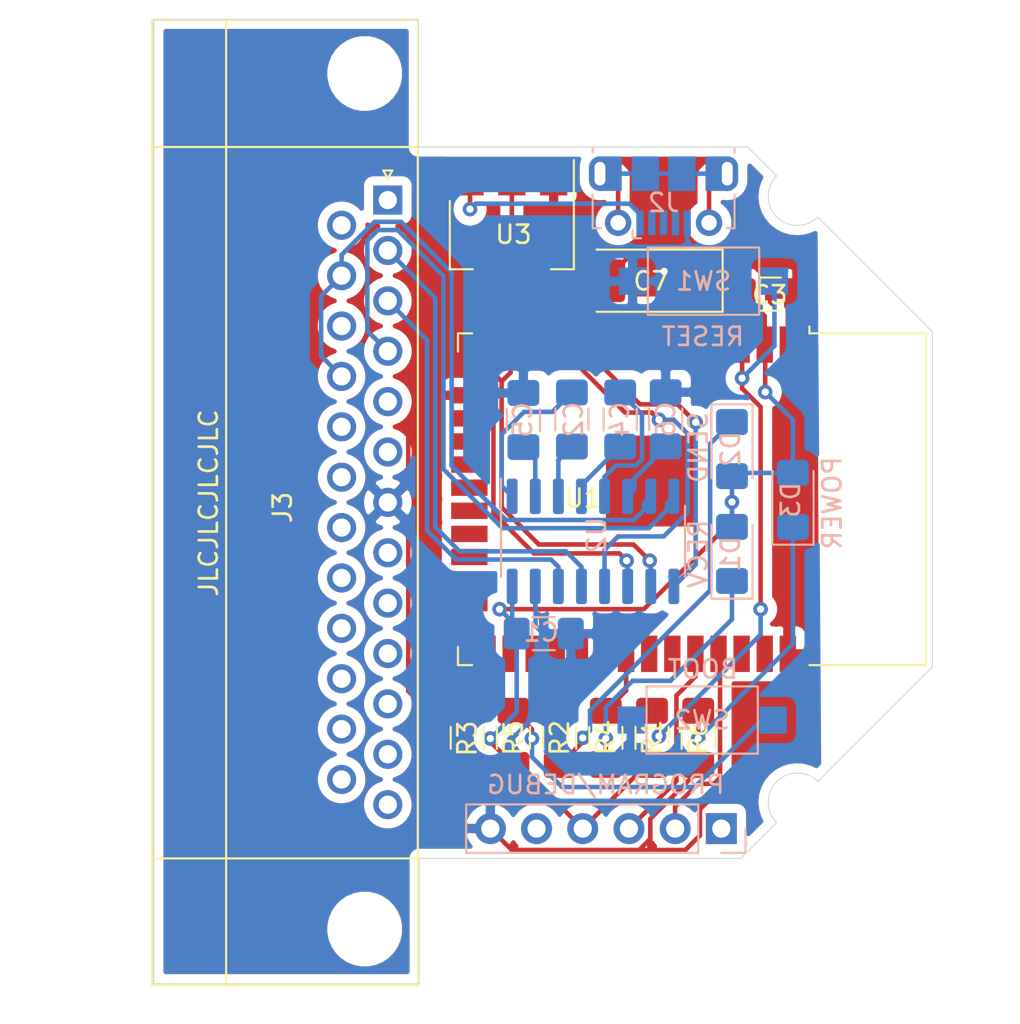
<source format=kicad_pcb>
(kicad_pcb (version 20171130) (host pcbnew "(5.1.4-0-10_14)")

  (general
    (thickness 1.6)
    (drawings 28)
    (tracks 282)
    (zones 0)
    (modules 24)
    (nets 75)
  )

  (page A4)
  (layers
    (0 F.Cu signal)
    (31 B.Cu signal)
    (32 B.Adhes user)
    (33 F.Adhes user)
    (34 B.Paste user)
    (35 F.Paste user)
    (36 B.SilkS user)
    (37 F.SilkS user)
    (38 B.Mask user)
    (39 F.Mask user)
    (40 Dwgs.User user)
    (41 Cmts.User user)
    (42 Eco1.User user hide)
    (43 Eco2.User user)
    (44 Edge.Cuts user)
    (45 Margin user)
    (46 B.CrtYd user)
    (47 F.CrtYd user)
    (48 B.Fab user)
    (49 F.Fab user)
  )

  (setup
    (last_trace_width 0.25)
    (trace_clearance 0.2)
    (zone_clearance 0.508)
    (zone_45_only no)
    (trace_min 0.2)
    (via_size 0.8)
    (via_drill 0.4)
    (via_min_size 0.4)
    (via_min_drill 0.3)
    (uvia_size 0.3)
    (uvia_drill 0.1)
    (uvias_allowed no)
    (uvia_min_size 0.2)
    (uvia_min_drill 0.1)
    (edge_width 0.05)
    (segment_width 0.2)
    (pcb_text_width 0.3)
    (pcb_text_size 1.5 1.5)
    (mod_edge_width 0.12)
    (mod_text_size 1 1)
    (mod_text_width 0.15)
    (pad_size 1.524 1.524)
    (pad_drill 0.762)
    (pad_to_mask_clearance 0.051)
    (solder_mask_min_width 0.25)
    (aux_axis_origin 0 0)
    (visible_elements FFFFFF7F)
    (pcbplotparams
      (layerselection 0x010f0_ffffffff)
      (usegerberextensions false)
      (usegerberattributes false)
      (usegerberadvancedattributes false)
      (creategerberjobfile false)
      (excludeedgelayer true)
      (linewidth 0.100000)
      (plotframeref false)
      (viasonmask false)
      (mode 1)
      (useauxorigin false)
      (hpglpennumber 1)
      (hpglpenspeed 20)
      (hpglpendiameter 15.000000)
      (psnegative false)
      (psa4output false)
      (plotreference true)
      (plotvalue true)
      (plotinvisibletext false)
      (padsonsilk false)
      (subtractmaskfromsilk false)
      (outputformat 1)
      (mirror false)
      (drillshape 0)
      (scaleselection 1)
      (outputdirectory "Gerbers"))
  )

  (net 0 "")
  (net 1 +3V3)
  (net 2 GND)
  (net 3 "Net-(C2-Pad1)")
  (net 4 "Net-(C2-Pad2)")
  (net 5 "Net-(C4-Pad2)")
  (net 6 "Net-(C4-Pad1)")
  (net 7 "Net-(C5-Pad1)")
  (net 8 "Net-(C6-Pad1)")
  (net 9 "Net-(D1-Pad1)")
  (net 10 "Net-(D2-Pad1)")
  (net 11 "Net-(D3-Pad1)")
  (net 12 "Net-(J1-Pad1)")
  (net 13 "Net-(J1-Pad2)")
  (net 14 "Net-(J1-Pad3)")
  (net 15 "Net-(J1-Pad5)")
  (net 16 "Net-(J2-Pad6)")
  (net 17 "Net-(J2-Pad2)")
  (net 18 "Net-(J2-Pad1)")
  (net 19 "Net-(J2-Pad4)")
  (net 20 "Net-(J2-Pad3)")
  (net 21 "Net-(J3-Pad1)")
  (net 22 "Net-(J3-Pad2)")
  (net 23 "Net-(J3-Pad3)")
  (net 24 "Net-(J3-Pad4)")
  (net 25 "Net-(J3-Pad5)")
  (net 26 "Net-(J3-Pad6)")
  (net 27 "Net-(J3-Pad8)")
  (net 28 "Net-(J3-Pad9)")
  (net 29 "Net-(J3-Pad10)")
  (net 30 "Net-(J3-Pad11)")
  (net 31 "Net-(J3-Pad12)")
  (net 32 "Net-(J3-Pad13)")
  (net 33 "Net-(J3-Pad14)")
  (net 34 "Net-(J3-Pad15)")
  (net 35 "Net-(J3-Pad16)")
  (net 36 "Net-(J3-Pad18)")
  (net 37 "Net-(J3-Pad19)")
  (net 38 "Net-(J3-Pad20)")
  (net 39 "Net-(J3-Pad21)")
  (net 40 "Net-(J3-Pad22)")
  (net 41 "Net-(J3-Pad23)")
  (net 42 "Net-(J3-Pad24)")
  (net 43 "Net-(J3-Pad25)")
  (net 44 "Net-(R1-Pad2)")
  (net 45 "Net-(R2-Pad1)")
  (net 46 "Net-(R3-Pad2)")
  (net 47 RECV)
  (net 48 SEND)
  (net 49 "Net-(U1-Pad4)")
  (net 50 "Net-(U1-Pad5)")
  (net 51 "Net-(U1-Pad6)")
  (net 52 "Net-(U1-Pad7)")
  (net 53 "Net-(U1-Pad8)")
  (net 54 "Net-(U1-Pad9)")
  (net 55 "Net-(U1-Pad10)")
  (net 56 "Net-(U1-Pad11)")
  (net 57 "Net-(U1-Pad12)")
  (net 58 "Net-(U1-Pad13)")
  (net 59 "Net-(U1-Pad16)")
  (net 60 "Net-(U1-Pad17)")
  (net 61 "Net-(U1-Pad18)")
  (net 62 "Net-(U1-Pad19)")
  (net 63 "Net-(U1-Pad20)")
  (net 64 "Net-(U1-Pad21)")
  (net 65 "Net-(U1-Pad22)")
  (net 66 "Net-(U1-Pad23)")
  (net 67 "Net-(U1-Pad26)")
  (net 68 "Net-(U1-Pad27)")
  (net 69 "Net-(U1-Pad28)")
  (net 70 "Net-(U1-Pad29)")
  (net 71 "Net-(U1-Pad32)")
  (net 72 "Net-(U1-Pad33)")
  (net 73 "Net-(U1-Pad36)")
  (net 74 "Net-(U1-Pad37)")

  (net_class Default "This is the default net class."
    (clearance 0.2)
    (trace_width 0.25)
    (via_dia 0.8)
    (via_drill 0.4)
    (uvia_dia 0.3)
    (uvia_drill 0.1)
    (add_net +3V3)
    (add_net GND)
    (add_net "Net-(C2-Pad1)")
    (add_net "Net-(C2-Pad2)")
    (add_net "Net-(C4-Pad1)")
    (add_net "Net-(C4-Pad2)")
    (add_net "Net-(C5-Pad1)")
    (add_net "Net-(C6-Pad1)")
    (add_net "Net-(D1-Pad1)")
    (add_net "Net-(D2-Pad1)")
    (add_net "Net-(D3-Pad1)")
    (add_net "Net-(J1-Pad1)")
    (add_net "Net-(J1-Pad2)")
    (add_net "Net-(J1-Pad3)")
    (add_net "Net-(J1-Pad5)")
    (add_net "Net-(J2-Pad1)")
    (add_net "Net-(J2-Pad2)")
    (add_net "Net-(J2-Pad3)")
    (add_net "Net-(J2-Pad4)")
    (add_net "Net-(J2-Pad6)")
    (add_net "Net-(J3-Pad1)")
    (add_net "Net-(J3-Pad10)")
    (add_net "Net-(J3-Pad11)")
    (add_net "Net-(J3-Pad12)")
    (add_net "Net-(J3-Pad13)")
    (add_net "Net-(J3-Pad14)")
    (add_net "Net-(J3-Pad15)")
    (add_net "Net-(J3-Pad16)")
    (add_net "Net-(J3-Pad18)")
    (add_net "Net-(J3-Pad19)")
    (add_net "Net-(J3-Pad2)")
    (add_net "Net-(J3-Pad20)")
    (add_net "Net-(J3-Pad21)")
    (add_net "Net-(J3-Pad22)")
    (add_net "Net-(J3-Pad23)")
    (add_net "Net-(J3-Pad24)")
    (add_net "Net-(J3-Pad25)")
    (add_net "Net-(J3-Pad3)")
    (add_net "Net-(J3-Pad4)")
    (add_net "Net-(J3-Pad5)")
    (add_net "Net-(J3-Pad6)")
    (add_net "Net-(J3-Pad8)")
    (add_net "Net-(J3-Pad9)")
    (add_net "Net-(R1-Pad2)")
    (add_net "Net-(R2-Pad1)")
    (add_net "Net-(R3-Pad2)")
    (add_net "Net-(U1-Pad10)")
    (add_net "Net-(U1-Pad11)")
    (add_net "Net-(U1-Pad12)")
    (add_net "Net-(U1-Pad13)")
    (add_net "Net-(U1-Pad16)")
    (add_net "Net-(U1-Pad17)")
    (add_net "Net-(U1-Pad18)")
    (add_net "Net-(U1-Pad19)")
    (add_net "Net-(U1-Pad20)")
    (add_net "Net-(U1-Pad21)")
    (add_net "Net-(U1-Pad22)")
    (add_net "Net-(U1-Pad23)")
    (add_net "Net-(U1-Pad26)")
    (add_net "Net-(U1-Pad27)")
    (add_net "Net-(U1-Pad28)")
    (add_net "Net-(U1-Pad29)")
    (add_net "Net-(U1-Pad32)")
    (add_net "Net-(U1-Pad33)")
    (add_net "Net-(U1-Pad36)")
    (add_net "Net-(U1-Pad37)")
    (add_net "Net-(U1-Pad4)")
    (add_net "Net-(U1-Pad5)")
    (add_net "Net-(U1-Pad6)")
    (add_net "Net-(U1-Pad7)")
    (add_net "Net-(U1-Pad8)")
    (add_net "Net-(U1-Pad9)")
    (add_net RECV)
    (add_net SEND)
  )

  (module Connector_Dsub:DSUB-25_Male_Horizontal_D25P13A4PL00LF (layer F.Cu) (tedit 5EF713EE) (tstamp 5EF6922F)
    (at 147.0152 88.7603 270)
    (descr "25-pin D-Sub connector, horizontal/angled (90 deg), THT-mount, male, pitch 2.77x2.54mm, pin-PCB-offset 9.4mm, see http://docs-europe.electrocomponents.com/webdocs/1585/0900766b81585df2.pdf")
    (tags "25-pin D-Sub connector horizontal angled 90deg THT male pitch 2.77x2.54mm pin-PCB-offset 9.4mm")
    (path /5EF6ADCF)
    (fp_text reference J3 (at 16.9037 5.7912 90) (layer F.SilkS)
      (effects (font (size 1 1) (thickness 0.15)))
    )
    (fp_text value RS232 (at 16.62 20.475 90) (layer F.Fab)
      (effects (font (size 1 1) (thickness 0.15)))
    )
    (fp_line (start -9.906 8.89) (end 43.18 8.89) (layer F.SilkS) (width 0.12))
    (fp_line (start 36.195 -1.651) (end 36.195 12.954) (layer F.SilkS) (width 0.12))
    (fp_line (start -2.921 -1.651) (end -2.921 12.954) (layer F.SilkS) (width 0.12))
    (fp_line (start -9.906 12.954) (end -9.906 -1.651) (layer F.SilkS) (width 0.12))
    (fp_line (start 43.18 12.954) (end -9.906 12.954) (layer F.SilkS) (width 0.12))
    (fp_line (start 43.18 -1.651) (end 43.18 12.954) (layer F.SilkS) (width 0.12))
    (fp_line (start -9.906 -1.651) (end 43.18 -1.651) (layer F.SilkS) (width 0.12))
    (fp_line (start 36.18 -1.71) (end 36.18 8.84) (layer F.Fab) (width 0.12))
    (fp_line (start -2.94 -1.71) (end -2.94 8.84) (layer F.Fab) (width 0.12))
    (fp_line (start -9.895 8.84) (end 43.135 8.84) (layer F.Fab) (width 0.12))
    (fp_line (start -9.895 -1.71) (end -9.895 12.95) (layer F.Fab) (width 0.12))
    (fp_line (start 43.135 12.95) (end 43.135 -1.71) (layer F.Fab) (width 0.12))
    (fp_line (start -9.895 -1.71) (end 43.135 -1.71) (layer F.Fab) (width 0.12))
    (fp_line (start -9.895 12.95) (end 43.135 12.95) (layer F.Fab) (width 0.12))
    (fp_text user %R (at 16.62 15.975 90) (layer F.Fab)
      (effects (font (size 1 1) (thickness 0.15)))
    )
    (fp_line (start -1.194325 0) (end -1.627338 0.25) (layer F.SilkS) (width 0.12))
    (fp_line (start -1.627338 -0.25) (end -1.194325 0) (layer F.SilkS) (width 0.12))
    (fp_line (start -1.627338 0.25) (end -1.627338 -0.25) (layer F.SilkS) (width 0.12))
    (fp_line (start 35.77 12.975) (end -2.53 12.975) (layer F.Fab) (width 0.1))
    (fp_line (start 35.77 18.975) (end 35.77 12.975) (layer F.Fab) (width 0.1))
    (fp_line (start -2.53 18.975) (end 35.77 18.975) (layer F.Fab) (width 0.1))
    (fp_line (start -2.53 12.975) (end -2.53 18.975) (layer F.Fab) (width 0.1))
    (fp_line (start 43.17 12.34) (end 43.17 11.94) (layer F.Fab) (width 0.1))
    (fp_line (start -9.93 11.94) (end -9.93 12.34) (layer F.Fab) (width 0.1))
    (pad "" np_thru_hole circle (at 40.08 1.27 270) (size 3.1 3.1) (drill 3.1) (layers *.Cu *.Mask))
    (pad "" np_thru_hole circle (at -6.96 1.27 270) (size 3.1 3.1) (drill 3.1) (layers *.Cu *.Mask))
    (pad 25 thru_hole circle (at 31.855 2.54 270) (size 1.6 1.6) (drill 1) (layers *.Cu *.Mask)
      (net 43 "Net-(J3-Pad25)"))
    (pad 24 thru_hole circle (at 29.085 2.54 270) (size 1.6 1.6) (drill 1) (layers *.Cu *.Mask)
      (net 42 "Net-(J3-Pad24)"))
    (pad 23 thru_hole circle (at 26.315 2.54 270) (size 1.6 1.6) (drill 1) (layers *.Cu *.Mask)
      (net 41 "Net-(J3-Pad23)"))
    (pad 22 thru_hole circle (at 23.545 2.54 270) (size 1.6 1.6) (drill 1) (layers *.Cu *.Mask)
      (net 40 "Net-(J3-Pad22)"))
    (pad 21 thru_hole circle (at 20.775 2.54 270) (size 1.6 1.6) (drill 1) (layers *.Cu *.Mask)
      (net 39 "Net-(J3-Pad21)"))
    (pad 20 thru_hole circle (at 18.005 2.54 270) (size 1.6 1.6) (drill 1) (layers *.Cu *.Mask)
      (net 38 "Net-(J3-Pad20)"))
    (pad 19 thru_hole circle (at 15.235 2.54 270) (size 1.6 1.6) (drill 1) (layers *.Cu *.Mask)
      (net 37 "Net-(J3-Pad19)"))
    (pad 18 thru_hole circle (at 12.465 2.54 270) (size 1.6 1.6) (drill 1) (layers *.Cu *.Mask)
      (net 36 "Net-(J3-Pad18)"))
    (pad 17 thru_hole circle (at 9.695 2.54 270) (size 1.6 1.6) (drill 1) (layers *.Cu *.Mask)
      (net 34 "Net-(J3-Pad15)"))
    (pad 16 thru_hole circle (at 6.925 2.54 270) (size 1.6 1.6) (drill 1) (layers *.Cu *.Mask)
      (net 35 "Net-(J3-Pad16)"))
    (pad 15 thru_hole circle (at 4.155 2.54 270) (size 1.6 1.6) (drill 1) (layers *.Cu *.Mask)
      (net 34 "Net-(J3-Pad15)"))
    (pad 14 thru_hole circle (at 1.385 2.54 270) (size 1.6 1.6) (drill 1) (layers *.Cu *.Mask)
      (net 33 "Net-(J3-Pad14)"))
    (pad 13 thru_hole circle (at 33.24 0 270) (size 1.6 1.6) (drill 1) (layers *.Cu *.Mask)
      (net 32 "Net-(J3-Pad13)"))
    (pad 12 thru_hole circle (at 30.47 0 270) (size 1.6 1.6) (drill 1) (layers *.Cu *.Mask)
      (net 31 "Net-(J3-Pad12)"))
    (pad 11 thru_hole circle (at 27.7 0 270) (size 1.6 1.6) (drill 1) (layers *.Cu *.Mask)
      (net 30 "Net-(J3-Pad11)"))
    (pad 10 thru_hole circle (at 24.93 0 270) (size 1.6 1.6) (drill 1) (layers *.Cu *.Mask)
      (net 29 "Net-(J3-Pad10)"))
    (pad 9 thru_hole circle (at 22.16 0 270) (size 1.6 1.6) (drill 1) (layers *.Cu *.Mask)
      (net 28 "Net-(J3-Pad9)"))
    (pad 8 thru_hole circle (at 19.39 0 270) (size 1.6 1.6) (drill 1) (layers *.Cu *.Mask)
      (net 27 "Net-(J3-Pad8)"))
    (pad 7 thru_hole circle (at 16.62 0 270) (size 1.6 1.6) (drill 1) (layers *.Cu *.Mask)
      (net 2 GND))
    (pad 6 thru_hole circle (at 13.85 0 270) (size 1.6 1.6) (drill 1) (layers *.Cu *.Mask)
      (net 26 "Net-(J3-Pad6)"))
    (pad 5 thru_hole circle (at 11.08 0 270) (size 1.6 1.6) (drill 1) (layers *.Cu *.Mask)
      (net 25 "Net-(J3-Pad5)"))
    (pad 4 thru_hole circle (at 8.31 0 270) (size 1.6 1.6) (drill 1) (layers *.Cu *.Mask)
      (net 24 "Net-(J3-Pad4)"))
    (pad 3 thru_hole circle (at 5.54 0 270) (size 1.6 1.6) (drill 1) (layers *.Cu *.Mask)
      (net 23 "Net-(J3-Pad3)"))
    (pad 2 thru_hole circle (at 2.77 0 270) (size 1.6 1.6) (drill 1) (layers *.Cu *.Mask)
      (net 22 "Net-(J3-Pad2)"))
    (pad 1 thru_hole rect (at 0 0 270) (size 1.6 1.6) (drill 1) (layers *.Cu *.Mask)
      (net 21 "Net-(J3-Pad1)"))
    (model ${KISYS3DMOD}/Connector_Dsub.3dshapes/DSUB-25_Male_Horizontal_P2.77x2.54mm_EdgePinOffset9.40mm.wrl
      (at (xyz 0 0 0))
      (scale (xyz 1 1 1))
      (rotate (xyz 0 0 0))
    )
  )

  (module Capacitor_SMD:C_1206_3216Metric_Pad1.42x1.75mm_HandSolder (layer B.Cu) (tedit 5B301BBE) (tstamp 5EF59268)
    (at 155.5893 112.5982)
    (descr "Capacitor SMD 1206 (3216 Metric), square (rectangular) end terminal, IPC_7351 nominal with elongated pad for handsoldering. (Body size source: http://www.tortai-tech.com/upload/download/2011102023233369053.pdf), generated with kicad-footprint-generator")
    (tags "capacitor handsolder")
    (path /5EFA6F9B)
    (attr smd)
    (fp_text reference C1 (at -0.1413 -0.0762) (layer B.SilkS)
      (effects (font (size 1 1) (thickness 0.15)) (justify mirror))
    )
    (fp_text value 100n (at 0 -1.82) (layer B.Fab)
      (effects (font (size 1 1) (thickness 0.15)) (justify mirror))
    )
    (fp_line (start -1.6 -0.8) (end -1.6 0.8) (layer B.Fab) (width 0.1))
    (fp_line (start -1.6 0.8) (end 1.6 0.8) (layer B.Fab) (width 0.1))
    (fp_line (start 1.6 0.8) (end 1.6 -0.8) (layer B.Fab) (width 0.1))
    (fp_line (start 1.6 -0.8) (end -1.6 -0.8) (layer B.Fab) (width 0.1))
    (fp_line (start -0.602064 0.91) (end 0.602064 0.91) (layer B.SilkS) (width 0.12))
    (fp_line (start -0.602064 -0.91) (end 0.602064 -0.91) (layer B.SilkS) (width 0.12))
    (fp_line (start -2.45 -1.12) (end -2.45 1.12) (layer B.CrtYd) (width 0.05))
    (fp_line (start -2.45 1.12) (end 2.45 1.12) (layer B.CrtYd) (width 0.05))
    (fp_line (start 2.45 1.12) (end 2.45 -1.12) (layer B.CrtYd) (width 0.05))
    (fp_line (start 2.45 -1.12) (end -2.45 -1.12) (layer B.CrtYd) (width 0.05))
    (fp_text user %R (at 0 0) (layer B.Fab)
      (effects (font (size 0.8 0.8) (thickness 0.12)) (justify mirror))
    )
    (pad 1 smd roundrect (at -1.4875 0) (size 1.425 1.75) (layers B.Cu B.Paste B.Mask) (roundrect_rratio 0.175439)
      (net 1 +3V3))
    (pad 2 smd roundrect (at 1.4875 0) (size 1.425 1.75) (layers B.Cu B.Paste B.Mask) (roundrect_rratio 0.175439)
      (net 2 GND))
    (model ${KISYS3DMOD}/Capacitor_SMD.3dshapes/C_1206_3216Metric.wrl
      (at (xyz 0 0 0))
      (scale (xyz 1 1 1))
      (rotate (xyz 0 0 0))
    )
  )

  (module Capacitor_SMD:C_1206_3216Metric_Pad1.42x1.75mm_HandSolder (layer B.Cu) (tedit 5B301BBE) (tstamp 5EF58819)
    (at 157.1371 100.8237 270)
    (descr "Capacitor SMD 1206 (3216 Metric), square (rectangular) end terminal, IPC_7351 nominal with elongated pad for handsoldering. (Body size source: http://www.tortai-tech.com/upload/download/2011102023233369053.pdf), generated with kicad-footprint-generator")
    (tags "capacitor handsolder")
    (path /5EF77890)
    (attr smd)
    (fp_text reference C2 (at 0 -0.0889 270) (layer B.SilkS)
      (effects (font (size 1 1) (thickness 0.15)) (justify mirror))
    )
    (fp_text value 100n (at 0 -1.82 270) (layer B.Fab)
      (effects (font (size 1 1) (thickness 0.15)) (justify mirror))
    )
    (fp_line (start -1.6 -0.8) (end -1.6 0.8) (layer B.Fab) (width 0.1))
    (fp_line (start -1.6 0.8) (end 1.6 0.8) (layer B.Fab) (width 0.1))
    (fp_line (start 1.6 0.8) (end 1.6 -0.8) (layer B.Fab) (width 0.1))
    (fp_line (start 1.6 -0.8) (end -1.6 -0.8) (layer B.Fab) (width 0.1))
    (fp_line (start -0.602064 0.91) (end 0.602064 0.91) (layer B.SilkS) (width 0.12))
    (fp_line (start -0.602064 -0.91) (end 0.602064 -0.91) (layer B.SilkS) (width 0.12))
    (fp_line (start -2.45 -1.12) (end -2.45 1.12) (layer B.CrtYd) (width 0.05))
    (fp_line (start -2.45 1.12) (end 2.45 1.12) (layer B.CrtYd) (width 0.05))
    (fp_line (start 2.45 1.12) (end 2.45 -1.12) (layer B.CrtYd) (width 0.05))
    (fp_line (start 2.45 -1.12) (end -2.45 -1.12) (layer B.CrtYd) (width 0.05))
    (fp_text user %R (at 0 0 270) (layer B.Fab)
      (effects (font (size 0.8 0.8) (thickness 0.12)) (justify mirror))
    )
    (pad 1 smd roundrect (at -1.4875 0 270) (size 1.425 1.75) (layers B.Cu B.Paste B.Mask) (roundrect_rratio 0.175439)
      (net 3 "Net-(C2-Pad1)"))
    (pad 2 smd roundrect (at 1.4875 0 270) (size 1.425 1.75) (layers B.Cu B.Paste B.Mask) (roundrect_rratio 0.175439)
      (net 4 "Net-(C2-Pad2)"))
    (model ${KISYS3DMOD}/Capacitor_SMD.3dshapes/C_1206_3216Metric.wrl
      (at (xyz 0 0 0))
      (scale (xyz 1 1 1))
      (rotate (xyz 0 0 0))
    )
  )

  (module Capacitor_SMD:C_1206_3216Metric_Pad1.42x1.75mm_HandSolder (layer F.Cu) (tedit 5B301BBE) (tstamp 5EF6965D)
    (at 168.0194 93.9292)
    (descr "Capacitor SMD 1206 (3216 Metric), square (rectangular) end terminal, IPC_7351 nominal with elongated pad for handsoldering. (Body size source: http://www.tortai-tech.com/upload/download/2011102023233369053.pdf), generated with kicad-footprint-generator")
    (tags "capacitor handsolder")
    (path /5EFA28BD)
    (attr smd)
    (fp_text reference C3 (at 0 0.0508) (layer F.SilkS)
      (effects (font (size 1 1) (thickness 0.15)))
    )
    (fp_text value 100n (at 0 1.82) (layer F.Fab)
      (effects (font (size 1 1) (thickness 0.15)))
    )
    (fp_text user %R (at 0 0) (layer F.Fab)
      (effects (font (size 0.8 0.8) (thickness 0.12)))
    )
    (fp_line (start 2.45 1.12) (end -2.45 1.12) (layer F.CrtYd) (width 0.05))
    (fp_line (start 2.45 -1.12) (end 2.45 1.12) (layer F.CrtYd) (width 0.05))
    (fp_line (start -2.45 -1.12) (end 2.45 -1.12) (layer F.CrtYd) (width 0.05))
    (fp_line (start -2.45 1.12) (end -2.45 -1.12) (layer F.CrtYd) (width 0.05))
    (fp_line (start -0.602064 0.91) (end 0.602064 0.91) (layer F.SilkS) (width 0.12))
    (fp_line (start -0.602064 -0.91) (end 0.602064 -0.91) (layer F.SilkS) (width 0.12))
    (fp_line (start 1.6 0.8) (end -1.6 0.8) (layer F.Fab) (width 0.1))
    (fp_line (start 1.6 -0.8) (end 1.6 0.8) (layer F.Fab) (width 0.1))
    (fp_line (start -1.6 -0.8) (end 1.6 -0.8) (layer F.Fab) (width 0.1))
    (fp_line (start -1.6 0.8) (end -1.6 -0.8) (layer F.Fab) (width 0.1))
    (pad 2 smd roundrect (at 1.4875 0) (size 1.425 1.75) (layers F.Cu F.Paste F.Mask) (roundrect_rratio 0.175439)
      (net 2 GND))
    (pad 1 smd roundrect (at -1.4875 0) (size 1.425 1.75) (layers F.Cu F.Paste F.Mask) (roundrect_rratio 0.175439)
      (net 1 +3V3))
    (model ${KISYS3DMOD}/Capacitor_SMD.3dshapes/C_1206_3216Metric.wrl
      (at (xyz 0 0 0))
      (scale (xyz 1 1 1))
      (rotate (xyz 0 0 0))
    )
  )

  (module Capacitor_SMD:C_1206_3216Metric_Pad1.42x1.75mm_HandSolder (layer B.Cu) (tedit 5B301BBE) (tstamp 5EF589A3)
    (at 159.7914 100.8237 90)
    (descr "Capacitor SMD 1206 (3216 Metric), square (rectangular) end terminal, IPC_7351 nominal with elongated pad for handsoldering. (Body size source: http://www.tortai-tech.com/upload/download/2011102023233369053.pdf), generated with kicad-footprint-generator")
    (tags "capacitor handsolder")
    (path /5EF78038)
    (attr smd)
    (fp_text reference C4 (at 0 -0.0254 -90) (layer B.SilkS)
      (effects (font (size 1 1) (thickness 0.15)) (justify mirror))
    )
    (fp_text value 100n (at 0 -1.82 -90) (layer B.Fab)
      (effects (font (size 1 1) (thickness 0.15)) (justify mirror))
    )
    (fp_text user %R (at 0 0 -90) (layer B.Fab)
      (effects (font (size 0.8 0.8) (thickness 0.12)) (justify mirror))
    )
    (fp_line (start 2.45 -1.12) (end -2.45 -1.12) (layer B.CrtYd) (width 0.05))
    (fp_line (start 2.45 1.12) (end 2.45 -1.12) (layer B.CrtYd) (width 0.05))
    (fp_line (start -2.45 1.12) (end 2.45 1.12) (layer B.CrtYd) (width 0.05))
    (fp_line (start -2.45 -1.12) (end -2.45 1.12) (layer B.CrtYd) (width 0.05))
    (fp_line (start -0.602064 -0.91) (end 0.602064 -0.91) (layer B.SilkS) (width 0.12))
    (fp_line (start -0.602064 0.91) (end 0.602064 0.91) (layer B.SilkS) (width 0.12))
    (fp_line (start 1.6 -0.8) (end -1.6 -0.8) (layer B.Fab) (width 0.1))
    (fp_line (start 1.6 0.8) (end 1.6 -0.8) (layer B.Fab) (width 0.1))
    (fp_line (start -1.6 0.8) (end 1.6 0.8) (layer B.Fab) (width 0.1))
    (fp_line (start -1.6 -0.8) (end -1.6 0.8) (layer B.Fab) (width 0.1))
    (pad 2 smd roundrect (at 1.4875 0 90) (size 1.425 1.75) (layers B.Cu B.Paste B.Mask) (roundrect_rratio 0.175439)
      (net 5 "Net-(C4-Pad2)"))
    (pad 1 smd roundrect (at -1.4875 0 90) (size 1.425 1.75) (layers B.Cu B.Paste B.Mask) (roundrect_rratio 0.175439)
      (net 6 "Net-(C4-Pad1)"))
    (model ${KISYS3DMOD}/Capacitor_SMD.3dshapes/C_1206_3216Metric.wrl
      (at (xyz 0 0 0))
      (scale (xyz 1 1 1))
      (rotate (xyz 0 0 0))
    )
  )

  (module Capacitor_SMD:C_1206_3216Metric_Pad1.42x1.75mm_HandSolder (layer B.Cu) (tedit 5B301BBE) (tstamp 5EF5452A)
    (at 154.4701 100.8523 90)
    (descr "Capacitor SMD 1206 (3216 Metric), square (rectangular) end terminal, IPC_7351 nominal with elongated pad for handsoldering. (Body size source: http://www.tortai-tech.com/upload/download/2011102023233369053.pdf), generated with kicad-footprint-generator")
    (tags "capacitor handsolder")
    (path /5EF788C1)
    (attr smd)
    (fp_text reference C5 (at 0.0143 -0.0381 -90) (layer B.SilkS)
      (effects (font (size 1 1) (thickness 0.15)) (justify mirror))
    )
    (fp_text value 100n (at 0 -1.82 -90) (layer B.Fab)
      (effects (font (size 1 1) (thickness 0.15)) (justify mirror))
    )
    (fp_line (start -1.6 -0.8) (end -1.6 0.8) (layer B.Fab) (width 0.1))
    (fp_line (start -1.6 0.8) (end 1.6 0.8) (layer B.Fab) (width 0.1))
    (fp_line (start 1.6 0.8) (end 1.6 -0.8) (layer B.Fab) (width 0.1))
    (fp_line (start 1.6 -0.8) (end -1.6 -0.8) (layer B.Fab) (width 0.1))
    (fp_line (start -0.602064 0.91) (end 0.602064 0.91) (layer B.SilkS) (width 0.12))
    (fp_line (start -0.602064 -0.91) (end 0.602064 -0.91) (layer B.SilkS) (width 0.12))
    (fp_line (start -2.45 -1.12) (end -2.45 1.12) (layer B.CrtYd) (width 0.05))
    (fp_line (start -2.45 1.12) (end 2.45 1.12) (layer B.CrtYd) (width 0.05))
    (fp_line (start 2.45 1.12) (end 2.45 -1.12) (layer B.CrtYd) (width 0.05))
    (fp_line (start 2.45 -1.12) (end -2.45 -1.12) (layer B.CrtYd) (width 0.05))
    (fp_text user %R (at 0 0 -90) (layer B.Fab)
      (effects (font (size 0.8 0.8) (thickness 0.12)) (justify mirror))
    )
    (pad 1 smd roundrect (at -1.4875 0 90) (size 1.425 1.75) (layers B.Cu B.Paste B.Mask) (roundrect_rratio 0.175439)
      (net 7 "Net-(C5-Pad1)"))
    (pad 2 smd roundrect (at 1.4875 0 90) (size 1.425 1.75) (layers B.Cu B.Paste B.Mask) (roundrect_rratio 0.175439)
      (net 2 GND))
    (model ${KISYS3DMOD}/Capacitor_SMD.3dshapes/C_1206_3216Metric.wrl
      (at (xyz 0 0 0))
      (scale (xyz 1 1 1))
      (rotate (xyz 0 0 0))
    )
  )

  (module Capacitor_SMD:C_1206_3216Metric_Pad1.42x1.75mm_HandSolder (layer B.Cu) (tedit 5B301BBE) (tstamp 5EF5453B)
    (at 162.2933 100.811 90)
    (descr "Capacitor SMD 1206 (3216 Metric), square (rectangular) end terminal, IPC_7351 nominal with elongated pad for handsoldering. (Body size source: http://www.tortai-tech.com/upload/download/2011102023233369053.pdf), generated with kicad-footprint-generator")
    (tags "capacitor handsolder")
    (path /5F08FC8C)
    (attr smd)
    (fp_text reference C6 (at 0 0.0127 -90) (layer B.SilkS)
      (effects (font (size 1 1) (thickness 0.15)) (justify mirror))
    )
    (fp_text value 100n (at 0 -1.82 -90) (layer B.Fab)
      (effects (font (size 1 1) (thickness 0.15)) (justify mirror))
    )
    (fp_text user %R (at 0 0 -90) (layer B.Fab)
      (effects (font (size 0.8 0.8) (thickness 0.12)) (justify mirror))
    )
    (fp_line (start 2.45 -1.12) (end -2.45 -1.12) (layer B.CrtYd) (width 0.05))
    (fp_line (start 2.45 1.12) (end 2.45 -1.12) (layer B.CrtYd) (width 0.05))
    (fp_line (start -2.45 1.12) (end 2.45 1.12) (layer B.CrtYd) (width 0.05))
    (fp_line (start -2.45 -1.12) (end -2.45 1.12) (layer B.CrtYd) (width 0.05))
    (fp_line (start -0.602064 -0.91) (end 0.602064 -0.91) (layer B.SilkS) (width 0.12))
    (fp_line (start -0.602064 0.91) (end 0.602064 0.91) (layer B.SilkS) (width 0.12))
    (fp_line (start 1.6 -0.8) (end -1.6 -0.8) (layer B.Fab) (width 0.1))
    (fp_line (start 1.6 0.8) (end 1.6 -0.8) (layer B.Fab) (width 0.1))
    (fp_line (start -1.6 0.8) (end 1.6 0.8) (layer B.Fab) (width 0.1))
    (fp_line (start -1.6 -0.8) (end -1.6 0.8) (layer B.Fab) (width 0.1))
    (pad 2 smd roundrect (at 1.4875 0 90) (size 1.425 1.75) (layers B.Cu B.Paste B.Mask) (roundrect_rratio 0.175439)
      (net 2 GND))
    (pad 1 smd roundrect (at -1.4875 0 90) (size 1.425 1.75) (layers B.Cu B.Paste B.Mask) (roundrect_rratio 0.175439)
      (net 8 "Net-(C6-Pad1)"))
    (model ${KISYS3DMOD}/Capacitor_SMD.3dshapes/C_1206_3216Metric.wrl
      (at (xyz 0 0 0))
      (scale (xyz 1 1 1))
      (rotate (xyz 0 0 0))
    )
  )

  (module LED_SMD:LED_1206_3216Metric_Pad1.42x1.75mm_HandSolder (layer B.Cu) (tedit 5B4B45C9) (tstamp 5EF55B04)
    (at 165.9382 108.2151 90)
    (descr "LED SMD 1206 (3216 Metric), square (rectangular) end terminal, IPC_7351 nominal, (Body size source: http://www.tortai-tech.com/upload/download/2011102023233369053.pdf), generated with kicad-footprint-generator")
    (tags "LED handsolder")
    (path /5F0590F5)
    (attr smd)
    (fp_text reference D1 (at 0 -0.0762 90) (layer B.SilkS)
      (effects (font (size 1 1) (thickness 0.15)) (justify mirror))
    )
    (fp_text value RECV (at 0 -1.82 90) (layer B.Fab)
      (effects (font (size 1 1) (thickness 0.15)) (justify mirror))
    )
    (fp_text user %R (at 0 0 90) (layer B.Fab)
      (effects (font (size 0.8 0.8) (thickness 0.12)) (justify mirror))
    )
    (fp_line (start 2.45 -1.12) (end -2.45 -1.12) (layer B.CrtYd) (width 0.05))
    (fp_line (start 2.45 1.12) (end 2.45 -1.12) (layer B.CrtYd) (width 0.05))
    (fp_line (start -2.45 1.12) (end 2.45 1.12) (layer B.CrtYd) (width 0.05))
    (fp_line (start -2.45 -1.12) (end -2.45 1.12) (layer B.CrtYd) (width 0.05))
    (fp_line (start -2.46 -1.135) (end 1.6 -1.135) (layer B.SilkS) (width 0.12))
    (fp_line (start -2.46 1.135) (end -2.46 -1.135) (layer B.SilkS) (width 0.12))
    (fp_line (start 1.6 1.135) (end -2.46 1.135) (layer B.SilkS) (width 0.12))
    (fp_line (start 1.6 -0.8) (end 1.6 0.8) (layer B.Fab) (width 0.1))
    (fp_line (start -1.6 -0.8) (end 1.6 -0.8) (layer B.Fab) (width 0.1))
    (fp_line (start -1.6 0.4) (end -1.6 -0.8) (layer B.Fab) (width 0.1))
    (fp_line (start -1.2 0.8) (end -1.6 0.4) (layer B.Fab) (width 0.1))
    (fp_line (start 1.6 0.8) (end -1.2 0.8) (layer B.Fab) (width 0.1))
    (pad 2 smd roundrect (at 1.4875 0 90) (size 1.425 1.75) (layers B.Cu B.Paste B.Mask) (roundrect_rratio 0.175439)
      (net 1 +3V3))
    (pad 1 smd roundrect (at -1.4875 0 90) (size 1.425 1.75) (layers B.Cu B.Paste B.Mask) (roundrect_rratio 0.175439)
      (net 9 "Net-(D1-Pad1)"))
    (model ${KISYS3DMOD}/LED_SMD.3dshapes/LED_1206_3216Metric.wrl
      (at (xyz 0 0 0))
      (scale (xyz 1 1 1))
      (rotate (xyz 0 0 0))
    )
  )

  (module LED_SMD:LED_1206_3216Metric_Pad1.42x1.75mm_HandSolder (layer B.Cu) (tedit 5B4B45C9) (tstamp 5EF71914)
    (at 165.9382 102.4493 270)
    (descr "LED SMD 1206 (3216 Metric), square (rectangular) end terminal, IPC_7351 nominal, (Body size source: http://www.tortai-tech.com/upload/download/2011102023233369053.pdf), generated with kicad-footprint-generator")
    (tags "LED handsolder")
    (path /5F0578EE)
    (attr smd)
    (fp_text reference D2 (at 0 0.0762 90) (layer B.SilkS)
      (effects (font (size 1 1) (thickness 0.15)) (justify mirror))
    )
    (fp_text value SEND (at 0 -1.82 90) (layer B.Fab)
      (effects (font (size 1 1) (thickness 0.15)) (justify mirror))
    )
    (fp_line (start 1.6 0.8) (end -1.2 0.8) (layer B.Fab) (width 0.1))
    (fp_line (start -1.2 0.8) (end -1.6 0.4) (layer B.Fab) (width 0.1))
    (fp_line (start -1.6 0.4) (end -1.6 -0.8) (layer B.Fab) (width 0.1))
    (fp_line (start -1.6 -0.8) (end 1.6 -0.8) (layer B.Fab) (width 0.1))
    (fp_line (start 1.6 -0.8) (end 1.6 0.8) (layer B.Fab) (width 0.1))
    (fp_line (start 1.6 1.135) (end -2.46 1.135) (layer B.SilkS) (width 0.12))
    (fp_line (start -2.46 1.135) (end -2.46 -1.135) (layer B.SilkS) (width 0.12))
    (fp_line (start -2.46 -1.135) (end 1.6 -1.135) (layer B.SilkS) (width 0.12))
    (fp_line (start -2.45 -1.12) (end -2.45 1.12) (layer B.CrtYd) (width 0.05))
    (fp_line (start -2.45 1.12) (end 2.45 1.12) (layer B.CrtYd) (width 0.05))
    (fp_line (start 2.45 1.12) (end 2.45 -1.12) (layer B.CrtYd) (width 0.05))
    (fp_line (start 2.45 -1.12) (end -2.45 -1.12) (layer B.CrtYd) (width 0.05))
    (fp_text user %R (at 0 0 90) (layer B.Fab)
      (effects (font (size 0.8 0.8) (thickness 0.12)) (justify mirror))
    )
    (pad 1 smd roundrect (at -1.4875 0 270) (size 1.425 1.75) (layers B.Cu B.Paste B.Mask) (roundrect_rratio 0.175439)
      (net 10 "Net-(D2-Pad1)"))
    (pad 2 smd roundrect (at 1.4875 0 270) (size 1.425 1.75) (layers B.Cu B.Paste B.Mask) (roundrect_rratio 0.175439)
      (net 1 +3V3))
    (model ${KISYS3DMOD}/LED_SMD.3dshapes/LED_1206_3216Metric.wrl
      (at (xyz 0 0 0))
      (scale (xyz 1 1 1))
      (rotate (xyz 0 0 0))
    )
  )

  (module LED_SMD:LED_1206_3216Metric_Pad1.42x1.75mm_HandSolder (layer B.Cu) (tedit 5B4B45C9) (tstamp 5EF55A98)
    (at 169.291 105.2465 90)
    (descr "LED SMD 1206 (3216 Metric), square (rectangular) end terminal, IPC_7351 nominal, (Body size source: http://www.tortai-tech.com/upload/download/2011102023233369053.pdf), generated with kicad-footprint-generator")
    (tags "LED handsolder")
    (path /5F06F832)
    (attr smd)
    (fp_text reference D3 (at 0 -0.127 -90) (layer B.SilkS)
      (effects (font (size 1 1) (thickness 0.15)) (justify mirror))
    )
    (fp_text value PWR (at 0 -1.82 -90) (layer B.Fab)
      (effects (font (size 1 1) (thickness 0.15)) (justify mirror))
    )
    (fp_line (start 1.6 0.8) (end -1.2 0.8) (layer B.Fab) (width 0.1))
    (fp_line (start -1.2 0.8) (end -1.6 0.4) (layer B.Fab) (width 0.1))
    (fp_line (start -1.6 0.4) (end -1.6 -0.8) (layer B.Fab) (width 0.1))
    (fp_line (start -1.6 -0.8) (end 1.6 -0.8) (layer B.Fab) (width 0.1))
    (fp_line (start 1.6 -0.8) (end 1.6 0.8) (layer B.Fab) (width 0.1))
    (fp_line (start 1.6 1.135) (end -2.46 1.135) (layer B.SilkS) (width 0.12))
    (fp_line (start -2.46 1.135) (end -2.46 -1.135) (layer B.SilkS) (width 0.12))
    (fp_line (start -2.46 -1.135) (end 1.6 -1.135) (layer B.SilkS) (width 0.12))
    (fp_line (start -2.45 -1.12) (end -2.45 1.12) (layer B.CrtYd) (width 0.05))
    (fp_line (start -2.45 1.12) (end 2.45 1.12) (layer B.CrtYd) (width 0.05))
    (fp_line (start 2.45 1.12) (end 2.45 -1.12) (layer B.CrtYd) (width 0.05))
    (fp_line (start 2.45 -1.12) (end -2.45 -1.12) (layer B.CrtYd) (width 0.05))
    (fp_text user %R (at 0 0 -90) (layer B.Fab)
      (effects (font (size 0.8 0.8) (thickness 0.12)) (justify mirror))
    )
    (pad 1 smd roundrect (at -1.4875 0 90) (size 1.425 1.75) (layers B.Cu B.Paste B.Mask) (roundrect_rratio 0.175439)
      (net 11 "Net-(D3-Pad1)"))
    (pad 2 smd roundrect (at 1.4875 0 90) (size 1.425 1.75) (layers B.Cu B.Paste B.Mask) (roundrect_rratio 0.175439)
      (net 1 +3V3))
    (model ${KISYS3DMOD}/LED_SMD.3dshapes/LED_1206_3216Metric.wrl
      (at (xyz 0 0 0))
      (scale (xyz 1 1 1))
      (rotate (xyz 0 0 0))
    )
  )

  (module Connector_PinHeader_2.54mm:PinHeader_1x06_P2.54mm_Vertical (layer B.Cu) (tedit 59FED5CC) (tstamp 5EF58E7E)
    (at 165.354 123.317 90)
    (descr "Through hole straight pin header, 1x06, 2.54mm pitch, single row")
    (tags "Through hole pin header THT 1x06 2.54mm single row")
    (path /5EFFCF35)
    (fp_text reference J1 (at 2.159 -7.366) (layer B.SilkS) hide
      (effects (font (size 1 1) (thickness 0.15)) (justify mirror))
    )
    (fp_text value PROG (at 0 -15.03 -90) (layer B.Fab)
      (effects (font (size 1 1) (thickness 0.15)) (justify mirror))
    )
    (fp_line (start -0.635 1.27) (end 1.27 1.27) (layer B.Fab) (width 0.1))
    (fp_line (start 1.27 1.27) (end 1.27 -13.97) (layer B.Fab) (width 0.1))
    (fp_line (start 1.27 -13.97) (end -1.27 -13.97) (layer B.Fab) (width 0.1))
    (fp_line (start -1.27 -13.97) (end -1.27 0.635) (layer B.Fab) (width 0.1))
    (fp_line (start -1.27 0.635) (end -0.635 1.27) (layer B.Fab) (width 0.1))
    (fp_line (start -1.33 -14.03) (end 1.33 -14.03) (layer B.SilkS) (width 0.12))
    (fp_line (start -1.33 -1.27) (end -1.33 -14.03) (layer B.SilkS) (width 0.12))
    (fp_line (start 1.33 -1.27) (end 1.33 -14.03) (layer B.SilkS) (width 0.12))
    (fp_line (start -1.33 -1.27) (end 1.33 -1.27) (layer B.SilkS) (width 0.12))
    (fp_line (start -1.33 0) (end -1.33 1.33) (layer B.SilkS) (width 0.12))
    (fp_line (start -1.33 1.33) (end 0 1.33) (layer B.SilkS) (width 0.12))
    (fp_line (start -1.8 1.8) (end -1.8 -14.5) (layer B.CrtYd) (width 0.05))
    (fp_line (start -1.8 -14.5) (end 1.8 -14.5) (layer B.CrtYd) (width 0.05))
    (fp_line (start 1.8 -14.5) (end 1.8 1.8) (layer B.CrtYd) (width 0.05))
    (fp_line (start 1.8 1.8) (end -1.8 1.8) (layer B.CrtYd) (width 0.05))
    (fp_text user %R (at 0 -6.35) (layer B.Fab)
      (effects (font (size 1 1) (thickness 0.15)) (justify mirror))
    )
    (pad 1 thru_hole rect (at 0 0 90) (size 1.7 1.7) (drill 1) (layers *.Cu *.Mask)
      (net 12 "Net-(J1-Pad1)"))
    (pad 2 thru_hole oval (at 0 -2.54 90) (size 1.7 1.7) (drill 1) (layers *.Cu *.Mask)
      (net 13 "Net-(J1-Pad2)"))
    (pad 3 thru_hole oval (at 0 -5.08 90) (size 1.7 1.7) (drill 1) (layers *.Cu *.Mask)
      (net 14 "Net-(J1-Pad3)"))
    (pad 4 thru_hole oval (at 0 -7.62 90) (size 1.7 1.7) (drill 1) (layers *.Cu *.Mask)
      (net 1 +3V3))
    (pad 5 thru_hole oval (at 0 -10.16 90) (size 1.7 1.7) (drill 1) (layers *.Cu *.Mask)
      (net 15 "Net-(J1-Pad5)"))
    (pad 6 thru_hole oval (at 0 -12.7 90) (size 1.7 1.7) (drill 1) (layers *.Cu *.Mask)
      (net 2 GND))
    (model ${KISYS3DMOD}/Connector_PinHeader_2.54mm.3dshapes/PinHeader_1x06_P2.54mm_Vertical.wrl
      (at (xyz 0 0 0))
      (scale (xyz 1 1 1))
      (rotate (xyz 0 0 0))
    )
  )

  (module Connector_USB:USB_Micro-B_Molex-105017-0001 (layer B.Cu) (tedit 5A1DC0BE) (tstamp 5EF73E3E)
    (at 162.179 88.5444)
    (descr http://www.molex.com/pdm_docs/sd/1050170001_sd.pdf)
    (tags "Micro-USB SMD Typ-B")
    (path /5EF70171)
    (attr smd)
    (fp_text reference J2 (at 0 0.3556) (layer B.SilkS)
      (effects (font (size 1 1) (thickness 0.15)) (justify mirror))
    )
    (fp_text value USB_B_Micro (at 0.3 -4.3375) (layer B.Fab)
      (effects (font (size 1 1) (thickness 0.15)) (justify mirror))
    )
    (fp_text user "PCB Edge" (at 0 -2.6875) (layer Dwgs.User)
      (effects (font (size 0.5 0.5) (thickness 0.08)))
    )
    (fp_text user %R (at 0 -0.8875) (layer B.Fab)
      (effects (font (size 1 1) (thickness 0.15)) (justify mirror))
    )
    (fp_line (start -4.4 -3.64) (end 4.4 -3.64) (layer B.CrtYd) (width 0.05))
    (fp_line (start 4.4 2.46) (end 4.4 -3.64) (layer B.CrtYd) (width 0.05))
    (fp_line (start -4.4 2.46) (end 4.4 2.46) (layer B.CrtYd) (width 0.05))
    (fp_line (start -4.4 -3.64) (end -4.4 2.46) (layer B.CrtYd) (width 0.05))
    (fp_line (start -3.9 1.7625) (end -3.45 1.7625) (layer B.SilkS) (width 0.12))
    (fp_line (start -3.9 -0.0875) (end -3.9 1.7625) (layer B.SilkS) (width 0.12))
    (fp_line (start 3.9 -2.6375) (end 3.9 -2.3875) (layer B.SilkS) (width 0.12))
    (fp_line (start 3.75 -3.3875) (end 3.75 1.6125) (layer B.Fab) (width 0.1))
    (fp_line (start -3 -2.689204) (end 3 -2.689204) (layer B.Fab) (width 0.1))
    (fp_line (start -3.75 -3.389204) (end 3.75 -3.389204) (layer B.Fab) (width 0.1))
    (fp_line (start -3.75 1.6125) (end 3.75 1.6125) (layer B.Fab) (width 0.1))
    (fp_line (start -3.75 -3.3875) (end -3.75 1.6125) (layer B.Fab) (width 0.1))
    (fp_line (start -3.9 -2.6375) (end -3.9 -2.3875) (layer B.SilkS) (width 0.12))
    (fp_line (start 3.9 -0.0875) (end 3.9 1.7625) (layer B.SilkS) (width 0.12))
    (fp_line (start 3.9 1.7625) (end 3.45 1.7625) (layer B.SilkS) (width 0.12))
    (fp_line (start -1.7 2.3125) (end -1.25 2.3125) (layer B.SilkS) (width 0.12))
    (fp_line (start -1.7 2.3125) (end -1.7 1.8625) (layer B.SilkS) (width 0.12))
    (fp_line (start -1.3 1.7125) (end -1.5 1.9125) (layer B.Fab) (width 0.1))
    (fp_line (start -1.1 1.9125) (end -1.3 1.7125) (layer B.Fab) (width 0.1))
    (fp_line (start -1.5 2.1225) (end -1.1 2.1225) (layer B.Fab) (width 0.1))
    (fp_line (start -1.5 2.1225) (end -1.5 1.9125) (layer B.Fab) (width 0.1))
    (fp_line (start -1.1 2.1225) (end -1.1 1.9125) (layer B.Fab) (width 0.1))
    (pad 6 smd rect (at 1 -1.2375) (size 1.5 1.9) (layers B.Cu B.Paste B.Mask)
      (net 16 "Net-(J2-Pad6)"))
    (pad 6 thru_hole circle (at -2.5 1.4625) (size 1.45 1.45) (drill 0.85) (layers *.Cu *.Mask)
      (net 16 "Net-(J2-Pad6)"))
    (pad 2 smd rect (at -0.65 1.4625) (size 0.4 1.35) (layers B.Cu B.Paste B.Mask)
      (net 17 "Net-(J2-Pad2)"))
    (pad 1 smd rect (at -1.3 1.4625) (size 0.4 1.35) (layers B.Cu B.Paste B.Mask)
      (net 18 "Net-(J2-Pad1)"))
    (pad 5 smd rect (at 1.3 1.4625) (size 0.4 1.35) (layers B.Cu B.Paste B.Mask)
      (net 2 GND))
    (pad 4 smd rect (at 0.65 1.4625) (size 0.4 1.35) (layers B.Cu B.Paste B.Mask)
      (net 19 "Net-(J2-Pad4)"))
    (pad 3 smd rect (at 0 1.4625) (size 0.4 1.35) (layers B.Cu B.Paste B.Mask)
      (net 20 "Net-(J2-Pad3)"))
    (pad 6 thru_hole circle (at 2.5 1.4625) (size 1.45 1.45) (drill 0.85) (layers *.Cu *.Mask)
      (net 16 "Net-(J2-Pad6)"))
    (pad 6 smd rect (at -1 -1.2375) (size 1.5 1.9) (layers B.Cu B.Paste B.Mask)
      (net 16 "Net-(J2-Pad6)"))
    (pad 6 thru_hole oval (at -3.5 -1.2375 180) (size 1.2 1.9) (drill oval 0.6 1.3) (layers *.Cu *.Mask)
      (net 16 "Net-(J2-Pad6)"))
    (pad 6 thru_hole oval (at 3.5 -1.2375) (size 1.2 1.9) (drill oval 0.6 1.3) (layers *.Cu *.Mask)
      (net 16 "Net-(J2-Pad6)"))
    (pad 6 smd rect (at 2.9 -1.2375) (size 1.2 1.9) (layers B.Cu B.Mask)
      (net 16 "Net-(J2-Pad6)"))
    (pad 6 smd rect (at -2.9 -1.2375) (size 1.2 1.9) (layers B.Cu B.Mask)
      (net 16 "Net-(J2-Pad6)"))
    (model ${KISYS3DMOD}/Connector_USB.3dshapes/USB_Micro-B_Molex-105017-0001.wrl
      (at (xyz 0 0 0))
      (scale (xyz 1 1 1))
      (rotate (xyz 0 0 0))
    )
  )

  (module Resistor_SMD:R_1206_3216Metric_Pad1.42x1.75mm_HandSolder (layer F.Cu) (tedit 5B301BBD) (tstamp 5EF546F8)
    (at 161.544 118.3275 90)
    (descr "Resistor SMD 1206 (3216 Metric), square (rectangular) end terminal, IPC_7351 nominal with elongated pad for handsoldering. (Body size source: http://www.tortai-tech.com/upload/download/2011102023233369053.pdf), generated with kicad-footprint-generator")
    (tags "resistor handsolder")
    (path /5F010317)
    (attr smd)
    (fp_text reference R1 (at -1.0525 0 90) (layer F.SilkS)
      (effects (font (size 1 1) (thickness 0.15)) (justify left))
    )
    (fp_text value 10K (at 0 1.82 90) (layer F.Fab)
      (effects (font (size 1 1) (thickness 0.15)))
    )
    (fp_text user %R (at 0 0 90) (layer F.Fab)
      (effects (font (size 0.8 0.8) (thickness 0.12)))
    )
    (fp_line (start 2.45 1.12) (end -2.45 1.12) (layer F.CrtYd) (width 0.05))
    (fp_line (start 2.45 -1.12) (end 2.45 1.12) (layer F.CrtYd) (width 0.05))
    (fp_line (start -2.45 -1.12) (end 2.45 -1.12) (layer F.CrtYd) (width 0.05))
    (fp_line (start -2.45 1.12) (end -2.45 -1.12) (layer F.CrtYd) (width 0.05))
    (fp_line (start -0.602064 0.91) (end 0.602064 0.91) (layer F.SilkS) (width 0.12))
    (fp_line (start -0.602064 -0.91) (end 0.602064 -0.91) (layer F.SilkS) (width 0.12))
    (fp_line (start 1.6 0.8) (end -1.6 0.8) (layer F.Fab) (width 0.1))
    (fp_line (start 1.6 -0.8) (end 1.6 0.8) (layer F.Fab) (width 0.1))
    (fp_line (start -1.6 -0.8) (end 1.6 -0.8) (layer F.Fab) (width 0.1))
    (fp_line (start -1.6 0.8) (end -1.6 -0.8) (layer F.Fab) (width 0.1))
    (pad 2 smd roundrect (at 1.4875 0 90) (size 1.425 1.75) (layers F.Cu F.Paste F.Mask) (roundrect_rratio 0.175439)
      (net 44 "Net-(R1-Pad2)"))
    (pad 1 smd roundrect (at -1.4875 0 90) (size 1.425 1.75) (layers F.Cu F.Paste F.Mask) (roundrect_rratio 0.175439)
      (net 1 +3V3))
    (model ${KISYS3DMOD}/Resistor_SMD.3dshapes/R_1206_3216Metric.wrl
      (at (xyz 0 0 0))
      (scale (xyz 1 1 1))
      (rotate (xyz 0 0 0))
    )
  )

  (module Resistor_SMD:R_1206_3216Metric_Pad1.42x1.75mm_HandSolder (layer F.Cu) (tedit 5B301BBD) (tstamp 5EF54709)
    (at 153.924 118.3275 270)
    (descr "Resistor SMD 1206 (3216 Metric), square (rectangular) end terminal, IPC_7351 nominal with elongated pad for handsoldering. (Body size source: http://www.tortai-tech.com/upload/download/2011102023233369053.pdf), generated with kicad-footprint-generator")
    (tags "resistor handsolder")
    (path /5F0080ED)
    (attr smd)
    (fp_text reference R2 (at 0 -2.54 90) (layer F.SilkS)
      (effects (font (size 1 1) (thickness 0.15)))
    )
    (fp_text value 10K (at 0 1.82 90) (layer F.Fab)
      (effects (font (size 1 1) (thickness 0.15)))
    )
    (fp_line (start -1.6 0.8) (end -1.6 -0.8) (layer F.Fab) (width 0.1))
    (fp_line (start -1.6 -0.8) (end 1.6 -0.8) (layer F.Fab) (width 0.1))
    (fp_line (start 1.6 -0.8) (end 1.6 0.8) (layer F.Fab) (width 0.1))
    (fp_line (start 1.6 0.8) (end -1.6 0.8) (layer F.Fab) (width 0.1))
    (fp_line (start -0.602064 -0.91) (end 0.602064 -0.91) (layer F.SilkS) (width 0.12))
    (fp_line (start -0.602064 0.91) (end 0.602064 0.91) (layer F.SilkS) (width 0.12))
    (fp_line (start -2.45 1.12) (end -2.45 -1.12) (layer F.CrtYd) (width 0.05))
    (fp_line (start -2.45 -1.12) (end 2.45 -1.12) (layer F.CrtYd) (width 0.05))
    (fp_line (start 2.45 -1.12) (end 2.45 1.12) (layer F.CrtYd) (width 0.05))
    (fp_line (start 2.45 1.12) (end -2.45 1.12) (layer F.CrtYd) (width 0.05))
    (fp_text user %R (at 0 0 90) (layer F.Fab)
      (effects (font (size 0.8 0.8) (thickness 0.12)))
    )
    (pad 1 smd roundrect (at -1.4875 0 270) (size 1.425 1.75) (layers F.Cu F.Paste F.Mask) (roundrect_rratio 0.175439)
      (net 45 "Net-(R2-Pad1)"))
    (pad 2 smd roundrect (at 1.4875 0 270) (size 1.425 1.75) (layers F.Cu F.Paste F.Mask) (roundrect_rratio 0.175439)
      (net 1 +3V3))
    (model ${KISYS3DMOD}/Resistor_SMD.3dshapes/R_1206_3216Metric.wrl
      (at (xyz 0 0 0))
      (scale (xyz 1 1 1))
      (rotate (xyz 0 0 0))
    )
  )

  (module Resistor_SMD:R_1206_3216Metric_Pad1.42x1.75mm_HandSolder (layer F.Cu) (tedit 5B301BBD) (tstamp 5EF5A72E)
    (at 151.384 118.3275 90)
    (descr "Resistor SMD 1206 (3216 Metric), square (rectangular) end terminal, IPC_7351 nominal with elongated pad for handsoldering. (Body size source: http://www.tortai-tech.com/upload/download/2011102023233369053.pdf), generated with kicad-footprint-generator")
    (tags "resistor handsolder")
    (path /5F041099)
    (attr smd)
    (fp_text reference R3 (at -0.0365 0 90) (layer F.SilkS)
      (effects (font (size 1 1) (thickness 0.15)))
    )
    (fp_text value 10K (at 0 1.82 90) (layer F.Fab)
      (effects (font (size 1 1) (thickness 0.15)))
    )
    (fp_line (start -1.6 0.8) (end -1.6 -0.8) (layer F.Fab) (width 0.1))
    (fp_line (start -1.6 -0.8) (end 1.6 -0.8) (layer F.Fab) (width 0.1))
    (fp_line (start 1.6 -0.8) (end 1.6 0.8) (layer F.Fab) (width 0.1))
    (fp_line (start 1.6 0.8) (end -1.6 0.8) (layer F.Fab) (width 0.1))
    (fp_line (start -0.602064 -0.91) (end 0.602064 -0.91) (layer F.SilkS) (width 0.12))
    (fp_line (start -0.602064 0.91) (end 0.602064 0.91) (layer F.SilkS) (width 0.12))
    (fp_line (start -2.45 1.12) (end -2.45 -1.12) (layer F.CrtYd) (width 0.05))
    (fp_line (start -2.45 -1.12) (end 2.45 -1.12) (layer F.CrtYd) (width 0.05))
    (fp_line (start 2.45 -1.12) (end 2.45 1.12) (layer F.CrtYd) (width 0.05))
    (fp_line (start 2.45 1.12) (end -2.45 1.12) (layer F.CrtYd) (width 0.05))
    (fp_text user %R (at 0 0 90) (layer F.Fab)
      (effects (font (size 0.8 0.8) (thickness 0.12)))
    )
    (pad 1 smd roundrect (at -1.4875 0 90) (size 1.425 1.75) (layers F.Cu F.Paste F.Mask) (roundrect_rratio 0.175439)
      (net 2 GND))
    (pad 2 smd roundrect (at 1.4875 0 90) (size 1.425 1.75) (layers F.Cu F.Paste F.Mask) (roundrect_rratio 0.175439)
      (net 46 "Net-(R3-Pad2)"))
    (model ${KISYS3DMOD}/Resistor_SMD.3dshapes/R_1206_3216Metric.wrl
      (at (xyz 0 0 0))
      (scale (xyz 1 1 1))
      (rotate (xyz 0 0 0))
    )
  )

  (module Resistor_SMD:R_1206_3216Metric_Pad1.42x1.75mm_HandSolder (layer F.Cu) (tedit 5B301BBD) (tstamp 5EF55A66)
    (at 159.004 118.3275 90)
    (descr "Resistor SMD 1206 (3216 Metric), square (rectangular) end terminal, IPC_7351 nominal with elongated pad for handsoldering. (Body size source: http://www.tortai-tech.com/upload/download/2011102023233369053.pdf), generated with kicad-footprint-generator")
    (tags "resistor handsolder")
    (path /5F059F02)
    (attr smd)
    (fp_text reference R4 (at -1.0525 0 90) (layer F.SilkS)
      (effects (font (size 1 1) (thickness 0.15)) (justify left))
    )
    (fp_text value 10K (at 0 1.82 90) (layer F.Fab)
      (effects (font (size 1 1) (thickness 0.15)))
    )
    (fp_text user %R (at 0 0 90) (layer F.Fab)
      (effects (font (size 0.8 0.8) (thickness 0.12)))
    )
    (fp_line (start 2.45 1.12) (end -2.45 1.12) (layer F.CrtYd) (width 0.05))
    (fp_line (start 2.45 -1.12) (end 2.45 1.12) (layer F.CrtYd) (width 0.05))
    (fp_line (start -2.45 -1.12) (end 2.45 -1.12) (layer F.CrtYd) (width 0.05))
    (fp_line (start -2.45 1.12) (end -2.45 -1.12) (layer F.CrtYd) (width 0.05))
    (fp_line (start -0.602064 0.91) (end 0.602064 0.91) (layer F.SilkS) (width 0.12))
    (fp_line (start -0.602064 -0.91) (end 0.602064 -0.91) (layer F.SilkS) (width 0.12))
    (fp_line (start 1.6 0.8) (end -1.6 0.8) (layer F.Fab) (width 0.1))
    (fp_line (start 1.6 -0.8) (end 1.6 0.8) (layer F.Fab) (width 0.1))
    (fp_line (start -1.6 -0.8) (end 1.6 -0.8) (layer F.Fab) (width 0.1))
    (fp_line (start -1.6 0.8) (end -1.6 -0.8) (layer F.Fab) (width 0.1))
    (pad 2 smd roundrect (at 1.4875 0 90) (size 1.425 1.75) (layers F.Cu F.Paste F.Mask) (roundrect_rratio 0.175439)
      (net 47 RECV))
    (pad 1 smd roundrect (at -1.4875 0 90) (size 1.425 1.75) (layers F.Cu F.Paste F.Mask) (roundrect_rratio 0.175439)
      (net 9 "Net-(D1-Pad1)"))
    (model ${KISYS3DMOD}/Resistor_SMD.3dshapes/R_1206_3216Metric.wrl
      (at (xyz 0 0 0))
      (scale (xyz 1 1 1))
      (rotate (xyz 0 0 0))
    )
  )

  (module Resistor_SMD:R_1206_3216Metric_Pad1.42x1.75mm_HandSolder (layer F.Cu) (tedit 5B301BBD) (tstamp 5EF55A36)
    (at 156.464 118.3275 90)
    (descr "Resistor SMD 1206 (3216 Metric), square (rectangular) end terminal, IPC_7351 nominal with elongated pad for handsoldering. (Body size source: http://www.tortai-tech.com/upload/download/2011102023233369053.pdf), generated with kicad-footprint-generator")
    (tags "resistor handsolder")
    (path /5F05A779)
    (attr smd)
    (fp_text reference R5 (at 0 -2.54 90) (layer F.SilkS)
      (effects (font (size 1 1) (thickness 0.15)))
    )
    (fp_text value 10K (at 0 1.82 90) (layer F.Fab)
      (effects (font (size 1 1) (thickness 0.15)))
    )
    (fp_line (start -1.6 0.8) (end -1.6 -0.8) (layer F.Fab) (width 0.1))
    (fp_line (start -1.6 -0.8) (end 1.6 -0.8) (layer F.Fab) (width 0.1))
    (fp_line (start 1.6 -0.8) (end 1.6 0.8) (layer F.Fab) (width 0.1))
    (fp_line (start 1.6 0.8) (end -1.6 0.8) (layer F.Fab) (width 0.1))
    (fp_line (start -0.602064 -0.91) (end 0.602064 -0.91) (layer F.SilkS) (width 0.12))
    (fp_line (start -0.602064 0.91) (end 0.602064 0.91) (layer F.SilkS) (width 0.12))
    (fp_line (start -2.45 1.12) (end -2.45 -1.12) (layer F.CrtYd) (width 0.05))
    (fp_line (start -2.45 -1.12) (end 2.45 -1.12) (layer F.CrtYd) (width 0.05))
    (fp_line (start 2.45 -1.12) (end 2.45 1.12) (layer F.CrtYd) (width 0.05))
    (fp_line (start 2.45 1.12) (end -2.45 1.12) (layer F.CrtYd) (width 0.05))
    (fp_text user %R (at 0 0 90) (layer F.Fab)
      (effects (font (size 0.8 0.8) (thickness 0.12)))
    )
    (pad 1 smd roundrect (at -1.4875 0 90) (size 1.425 1.75) (layers F.Cu F.Paste F.Mask) (roundrect_rratio 0.175439)
      (net 10 "Net-(D2-Pad1)"))
    (pad 2 smd roundrect (at 1.4875 0 90) (size 1.425 1.75) (layers F.Cu F.Paste F.Mask) (roundrect_rratio 0.175439)
      (net 48 SEND))
    (model ${KISYS3DMOD}/Resistor_SMD.3dshapes/R_1206_3216Metric.wrl
      (at (xyz 0 0 0))
      (scale (xyz 1 1 1))
      (rotate (xyz 0 0 0))
    )
  )

  (module Resistor_SMD:R_1206_3216Metric_Pad1.42x1.75mm_HandSolder (layer F.Cu) (tedit 5B301BBD) (tstamp 5EF5474D)
    (at 164.084 118.3275 270)
    (descr "Resistor SMD 1206 (3216 Metric), square (rectangular) end terminal, IPC_7351 nominal with elongated pad for handsoldering. (Body size source: http://www.tortai-tech.com/upload/download/2011102023233369053.pdf), generated with kicad-footprint-generator")
    (tags "resistor handsolder")
    (path /5F06F838)
    (attr smd)
    (fp_text reference R6 (at 1.0525 0.0127 90) (layer F.SilkS)
      (effects (font (size 1 1) (thickness 0.15)) (justify left))
    )
    (fp_text value 10K (at 0 1.82 90) (layer F.Fab)
      (effects (font (size 1 1) (thickness 0.15)))
    )
    (fp_text user %R (at 0 0 90) (layer F.Fab)
      (effects (font (size 0.8 0.8) (thickness 0.12)))
    )
    (fp_line (start 2.45 1.12) (end -2.45 1.12) (layer F.CrtYd) (width 0.05))
    (fp_line (start 2.45 -1.12) (end 2.45 1.12) (layer F.CrtYd) (width 0.05))
    (fp_line (start -2.45 -1.12) (end 2.45 -1.12) (layer F.CrtYd) (width 0.05))
    (fp_line (start -2.45 1.12) (end -2.45 -1.12) (layer F.CrtYd) (width 0.05))
    (fp_line (start -0.602064 0.91) (end 0.602064 0.91) (layer F.SilkS) (width 0.12))
    (fp_line (start -0.602064 -0.91) (end 0.602064 -0.91) (layer F.SilkS) (width 0.12))
    (fp_line (start 1.6 0.8) (end -1.6 0.8) (layer F.Fab) (width 0.1))
    (fp_line (start 1.6 -0.8) (end 1.6 0.8) (layer F.Fab) (width 0.1))
    (fp_line (start -1.6 -0.8) (end 1.6 -0.8) (layer F.Fab) (width 0.1))
    (fp_line (start -1.6 0.8) (end -1.6 -0.8) (layer F.Fab) (width 0.1))
    (pad 2 smd roundrect (at 1.4875 0 270) (size 1.425 1.75) (layers F.Cu F.Paste F.Mask) (roundrect_rratio 0.175439)
      (net 2 GND))
    (pad 1 smd roundrect (at -1.4875 0 270) (size 1.425 1.75) (layers F.Cu F.Paste F.Mask) (roundrect_rratio 0.175439)
      (net 11 "Net-(D3-Pad1)"))
    (model ${KISYS3DMOD}/Resistor_SMD.3dshapes/R_1206_3216Metric.wrl
      (at (xyz 0 0 0))
      (scale (xyz 1 1 1))
      (rotate (xyz 0 0 0))
    )
  )

  (module RF_Module:ESP32-WROOM-32 (layer F.Cu) (tedit 5B5B4654) (tstamp 5EF547F0)
    (at 160.7533 105.2068 270)
    (descr "Single 2.4 GHz Wi-Fi and Bluetooth combo chip https://www.espressif.com/sites/default/files/documentation/esp32-wroom-32_datasheet_en.pdf")
    (tags "Single 2.4 GHz Wi-Fi and Bluetooth combo  chip")
    (path /5EF69105)
    (attr smd)
    (fp_text reference U1 (at -0.0508 3.0193) (layer F.SilkS)
      (effects (font (size 1 1) (thickness 0.15)))
    )
    (fp_text value ESP32-WROOM-32 (at 0 11.5 90) (layer F.Fab)
      (effects (font (size 1 1) (thickness 0.15)))
    )
    (fp_text user %R (at 0 0 90) (layer F.Fab)
      (effects (font (size 1 1) (thickness 0.15)))
    )
    (fp_text user "KEEP-OUT ZONE" (at 0 -19 90) (layer Cmts.User)
      (effects (font (size 1 1) (thickness 0.15)))
    )
    (fp_text user Antenna (at 0 -13 90) (layer Cmts.User)
      (effects (font (size 1 1) (thickness 0.15)))
    )
    (fp_text user "5 mm" (at 11.8 -14.375 90) (layer Cmts.User)
      (effects (font (size 0.5 0.5) (thickness 0.1)))
    )
    (fp_text user "5 mm" (at -11.2 -14.375 90) (layer Cmts.User)
      (effects (font (size 0.5 0.5) (thickness 0.1)))
    )
    (fp_text user "5 mm" (at 7.8 -19.075) (layer Cmts.User)
      (effects (font (size 0.5 0.5) (thickness 0.1)))
    )
    (fp_line (start -14 -9.97) (end -14 -20.75) (layer Dwgs.User) (width 0.1))
    (fp_line (start 9 9.76) (end 9 -15.745) (layer F.Fab) (width 0.1))
    (fp_line (start -9 9.76) (end 9 9.76) (layer F.Fab) (width 0.1))
    (fp_line (start -9 -15.745) (end -9 -10.02) (layer F.Fab) (width 0.1))
    (fp_line (start -9 -15.745) (end 9 -15.745) (layer F.Fab) (width 0.1))
    (fp_line (start -9.75 10.5) (end -9.75 -9.72) (layer F.CrtYd) (width 0.05))
    (fp_line (start -9.75 10.5) (end 9.75 10.5) (layer F.CrtYd) (width 0.05))
    (fp_line (start 9.75 -9.72) (end 9.75 10.5) (layer F.CrtYd) (width 0.05))
    (fp_line (start -14.25 -21) (end 14.25 -21) (layer F.CrtYd) (width 0.05))
    (fp_line (start -9 -9.02) (end -9 9.76) (layer F.Fab) (width 0.1))
    (fp_line (start -8.5 -9.52) (end -9 -10.02) (layer F.Fab) (width 0.1))
    (fp_line (start -9 -9.02) (end -8.5 -9.52) (layer F.Fab) (width 0.1))
    (fp_line (start 14 -9.97) (end -14 -9.97) (layer Dwgs.User) (width 0.1))
    (fp_line (start 14 -9.97) (end 14 -20.75) (layer Dwgs.User) (width 0.1))
    (fp_line (start 14 -20.75) (end -14 -20.75) (layer Dwgs.User) (width 0.1))
    (fp_line (start -14.25 -21) (end -14.25 -9.72) (layer F.CrtYd) (width 0.05))
    (fp_line (start 14.25 -21) (end 14.25 -9.72) (layer F.CrtYd) (width 0.05))
    (fp_line (start -14.25 -9.72) (end -9.75 -9.72) (layer F.CrtYd) (width 0.05))
    (fp_line (start 9.75 -9.72) (end 14.25 -9.72) (layer F.CrtYd) (width 0.05))
    (fp_line (start -12.525 -20.75) (end -14 -19.66) (layer Dwgs.User) (width 0.1))
    (fp_line (start -10.525 -20.75) (end -14 -18.045) (layer Dwgs.User) (width 0.1))
    (fp_line (start -8.525 -20.75) (end -14 -16.43) (layer Dwgs.User) (width 0.1))
    (fp_line (start -6.525 -20.75) (end -14 -14.815) (layer Dwgs.User) (width 0.1))
    (fp_line (start -4.525 -20.75) (end -14 -13.2) (layer Dwgs.User) (width 0.1))
    (fp_line (start -2.525 -20.75) (end -14 -11.585) (layer Dwgs.User) (width 0.1))
    (fp_line (start -0.525 -20.75) (end -14 -9.97) (layer Dwgs.User) (width 0.1))
    (fp_line (start 1.475 -20.75) (end -12 -9.97) (layer Dwgs.User) (width 0.1))
    (fp_line (start 3.475 -20.75) (end -10 -9.97) (layer Dwgs.User) (width 0.1))
    (fp_line (start -8 -9.97) (end 5.475 -20.75) (layer Dwgs.User) (width 0.1))
    (fp_line (start 7.475 -20.75) (end -6 -9.97) (layer Dwgs.User) (width 0.1))
    (fp_line (start 9.475 -20.75) (end -4 -9.97) (layer Dwgs.User) (width 0.1))
    (fp_line (start 11.475 -20.75) (end -2 -9.97) (layer Dwgs.User) (width 0.1))
    (fp_line (start 13.475 -20.75) (end 0 -9.97) (layer Dwgs.User) (width 0.1))
    (fp_line (start 14 -19.66) (end 2 -9.97) (layer Dwgs.User) (width 0.1))
    (fp_line (start 14 -18.045) (end 4 -9.97) (layer Dwgs.User) (width 0.1))
    (fp_line (start 14 -16.43) (end 6 -9.97) (layer Dwgs.User) (width 0.1))
    (fp_line (start 14 -14.815) (end 8 -9.97) (layer Dwgs.User) (width 0.1))
    (fp_line (start 14 -13.2) (end 10 -9.97) (layer Dwgs.User) (width 0.1))
    (fp_line (start 14 -11.585) (end 12 -9.97) (layer Dwgs.User) (width 0.1))
    (fp_line (start 9.2 -13.875) (end 13.8 -13.875) (layer Cmts.User) (width 0.1))
    (fp_line (start 13.8 -13.875) (end 13.6 -14.075) (layer Cmts.User) (width 0.1))
    (fp_line (start 13.8 -13.875) (end 13.6 -13.675) (layer Cmts.User) (width 0.1))
    (fp_line (start 9.2 -13.875) (end 9.4 -14.075) (layer Cmts.User) (width 0.1))
    (fp_line (start 9.2 -13.875) (end 9.4 -13.675) (layer Cmts.User) (width 0.1))
    (fp_line (start -13.8 -13.875) (end -13.6 -14.075) (layer Cmts.User) (width 0.1))
    (fp_line (start -13.8 -13.875) (end -13.6 -13.675) (layer Cmts.User) (width 0.1))
    (fp_line (start -9.2 -13.875) (end -9.4 -13.675) (layer Cmts.User) (width 0.1))
    (fp_line (start -13.8 -13.875) (end -9.2 -13.875) (layer Cmts.User) (width 0.1))
    (fp_line (start -9.2 -13.875) (end -9.4 -14.075) (layer Cmts.User) (width 0.1))
    (fp_line (start 8.4 -16) (end 8.2 -16.2) (layer Cmts.User) (width 0.1))
    (fp_line (start 8.4 -16) (end 8.6 -16.2) (layer Cmts.User) (width 0.1))
    (fp_line (start 8.4 -20.6) (end 8.6 -20.4) (layer Cmts.User) (width 0.1))
    (fp_line (start 8.4 -16) (end 8.4 -20.6) (layer Cmts.User) (width 0.1))
    (fp_line (start 8.4 -20.6) (end 8.2 -20.4) (layer Cmts.User) (width 0.1))
    (fp_line (start -9.12 9.1) (end -9.12 9.88) (layer F.SilkS) (width 0.12))
    (fp_line (start -9.12 9.88) (end -8.12 9.88) (layer F.SilkS) (width 0.12))
    (fp_line (start 9.12 9.1) (end 9.12 9.88) (layer F.SilkS) (width 0.12))
    (fp_line (start 9.12 9.88) (end 8.12 9.88) (layer F.SilkS) (width 0.12))
    (fp_line (start -9.12 -15.865) (end 9.12 -15.865) (layer F.SilkS) (width 0.12))
    (fp_line (start 9.12 -15.865) (end 9.12 -9.445) (layer F.SilkS) (width 0.12))
    (fp_line (start -9.12 -15.865) (end -9.12 -9.445) (layer F.SilkS) (width 0.12))
    (fp_line (start -9.12 -9.445) (end -9.5 -9.445) (layer F.SilkS) (width 0.12))
    (pad 39 smd rect (at -1 -0.755 270) (size 5 5) (layers F.Cu F.Paste F.Mask))
    (pad 1 smd rect (at -8.5 -8.255 270) (size 2 0.9) (layers F.Cu F.Paste F.Mask)
      (net 2 GND))
    (pad 2 smd rect (at -8.5 -6.985 270) (size 2 0.9) (layers F.Cu F.Paste F.Mask)
      (net 1 +3V3))
    (pad 3 smd rect (at -8.5 -5.715 270) (size 2 0.9) (layers F.Cu F.Paste F.Mask)
      (net 44 "Net-(R1-Pad2)"))
    (pad 4 smd rect (at -8.5 -4.445 270) (size 2 0.9) (layers F.Cu F.Paste F.Mask)
      (net 49 "Net-(U1-Pad4)"))
    (pad 5 smd rect (at -8.5 -3.175 270) (size 2 0.9) (layers F.Cu F.Paste F.Mask)
      (net 50 "Net-(U1-Pad5)"))
    (pad 6 smd rect (at -8.5 -1.905 270) (size 2 0.9) (layers F.Cu F.Paste F.Mask)
      (net 51 "Net-(U1-Pad6)"))
    (pad 7 smd rect (at -8.5 -0.635 270) (size 2 0.9) (layers F.Cu F.Paste F.Mask)
      (net 52 "Net-(U1-Pad7)"))
    (pad 8 smd rect (at -8.5 0.635 270) (size 2 0.9) (layers F.Cu F.Paste F.Mask)
      (net 53 "Net-(U1-Pad8)"))
    (pad 9 smd rect (at -8.5 1.905 270) (size 2 0.9) (layers F.Cu F.Paste F.Mask)
      (net 54 "Net-(U1-Pad9)"))
    (pad 10 smd rect (at -8.5 3.175 270) (size 2 0.9) (layers F.Cu F.Paste F.Mask)
      (net 55 "Net-(U1-Pad10)"))
    (pad 11 smd rect (at -8.5 4.445 270) (size 2 0.9) (layers F.Cu F.Paste F.Mask)
      (net 56 "Net-(U1-Pad11)"))
    (pad 12 smd rect (at -8.5 5.715 270) (size 2 0.9) (layers F.Cu F.Paste F.Mask)
      (net 57 "Net-(U1-Pad12)"))
    (pad 13 smd rect (at -8.5 6.985 270) (size 2 0.9) (layers F.Cu F.Paste F.Mask)
      (net 58 "Net-(U1-Pad13)"))
    (pad 14 smd rect (at -8.5 8.255 270) (size 2 0.9) (layers F.Cu F.Paste F.Mask)
      (net 58 "Net-(U1-Pad13)"))
    (pad 15 smd rect (at -5.715 9.255) (size 2 0.9) (layers F.Cu F.Paste F.Mask)
      (net 2 GND))
    (pad 16 smd rect (at -4.445 9.255) (size 2 0.9) (layers F.Cu F.Paste F.Mask)
      (net 59 "Net-(U1-Pad16)"))
    (pad 17 smd rect (at -3.175 9.255) (size 2 0.9) (layers F.Cu F.Paste F.Mask)
      (net 60 "Net-(U1-Pad17)"))
    (pad 18 smd rect (at -1.905 9.255) (size 2 0.9) (layers F.Cu F.Paste F.Mask)
      (net 61 "Net-(U1-Pad18)"))
    (pad 19 smd rect (at -0.635 9.255) (size 2 0.9) (layers F.Cu F.Paste F.Mask)
      (net 62 "Net-(U1-Pad19)"))
    (pad 20 smd rect (at 0.635 9.255) (size 2 0.9) (layers F.Cu F.Paste F.Mask)
      (net 63 "Net-(U1-Pad20)"))
    (pad 21 smd rect (at 1.905 9.255) (size 2 0.9) (layers F.Cu F.Paste F.Mask)
      (net 64 "Net-(U1-Pad21)"))
    (pad 22 smd rect (at 3.175 9.255) (size 2 0.9) (layers F.Cu F.Paste F.Mask)
      (net 65 "Net-(U1-Pad22)"))
    (pad 23 smd rect (at 4.445 9.255) (size 2 0.9) (layers F.Cu F.Paste F.Mask)
      (net 66 "Net-(U1-Pad23)"))
    (pad 24 smd rect (at 5.715 9.255) (size 2 0.9) (layers F.Cu F.Paste F.Mask)
      (net 46 "Net-(R3-Pad2)"))
    (pad 25 smd rect (at 8.5 8.255 270) (size 2 0.9) (layers F.Cu F.Paste F.Mask)
      (net 45 "Net-(R2-Pad1)"))
    (pad 26 smd rect (at 8.5 6.985 270) (size 2 0.9) (layers F.Cu F.Paste F.Mask)
      (net 67 "Net-(U1-Pad26)"))
    (pad 27 smd rect (at 8.5 5.715 270) (size 2 0.9) (layers F.Cu F.Paste F.Mask)
      (net 68 "Net-(U1-Pad27)"))
    (pad 28 smd rect (at 8.5 4.445 270) (size 2 0.9) (layers F.Cu F.Paste F.Mask)
      (net 69 "Net-(U1-Pad28)"))
    (pad 29 smd rect (at 8.5 3.175 270) (size 2 0.9) (layers F.Cu F.Paste F.Mask)
      (net 70 "Net-(U1-Pad29)"))
    (pad 30 smd rect (at 8.5 1.905 270) (size 2 0.9) (layers F.Cu F.Paste F.Mask)
      (net 48 SEND))
    (pad 31 smd rect (at 8.5 0.635 270) (size 2 0.9) (layers F.Cu F.Paste F.Mask)
      (net 47 RECV))
    (pad 32 smd rect (at 8.5 -0.635 270) (size 2 0.9) (layers F.Cu F.Paste F.Mask)
      (net 71 "Net-(U1-Pad32)"))
    (pad 33 smd rect (at 8.5 -1.905 270) (size 2 0.9) (layers F.Cu F.Paste F.Mask)
      (net 72 "Net-(U1-Pad33)"))
    (pad 34 smd rect (at 8.5 -3.175 270) (size 2 0.9) (layers F.Cu F.Paste F.Mask)
      (net 14 "Net-(J1-Pad3)"))
    (pad 35 smd rect (at 8.5 -4.445 270) (size 2 0.9) (layers F.Cu F.Paste F.Mask)
      (net 13 "Net-(J1-Pad2)"))
    (pad 36 smd rect (at 8.5 -5.715 270) (size 2 0.9) (layers F.Cu F.Paste F.Mask)
      (net 73 "Net-(U1-Pad36)"))
    (pad 37 smd rect (at 8.5 -6.985 270) (size 2 0.9) (layers F.Cu F.Paste F.Mask)
      (net 74 "Net-(U1-Pad37)"))
    (pad 38 smd rect (at 8.5 -8.255 270) (size 2 0.9) (layers F.Cu F.Paste F.Mask)
      (net 2 GND))
    (model ${KISYS3DMOD}/RF_Module.3dshapes/ESP32-WROOM-32.wrl
      (at (xyz 0 0 0))
      (scale (xyz 1 1 1))
      (rotate (xyz 0 0 0))
    )
  )

  (module Package_SO:SOIC-16_3.9x9.9mm_P1.27mm (layer B.Cu) (tedit 5C97300E) (tstamp 5EF54812)
    (at 158.298001 107.523901 270)
    (descr "SOIC, 16 Pin (JEDEC MS-012AC, https://www.analog.com/media/en/package-pcb-resources/package/pkg_pdf/soic_narrow-r/r_16.pdf), generated with kicad-footprint-generator ipc_gullwing_generator.py")
    (tags "SOIC SO")
    (path /5EF680A1)
    (attr smd)
    (fp_text reference U2 (at -0.335901 -0.197999 270) (layer B.SilkS)
      (effects (font (size 1 1) (thickness 0.15)) (justify mirror))
    )
    (fp_text value MAX3232 (at 0 -5.9 270) (layer B.Fab)
      (effects (font (size 1 1) (thickness 0.15)) (justify mirror))
    )
    (fp_line (start 0 -5.06) (end 1.95 -5.06) (layer B.SilkS) (width 0.12))
    (fp_line (start 0 -5.06) (end -1.95 -5.06) (layer B.SilkS) (width 0.12))
    (fp_line (start 0 5.06) (end 1.95 5.06) (layer B.SilkS) (width 0.12))
    (fp_line (start 0 5.06) (end -3.45 5.06) (layer B.SilkS) (width 0.12))
    (fp_line (start -0.975 4.95) (end 1.95 4.95) (layer B.Fab) (width 0.1))
    (fp_line (start 1.95 4.95) (end 1.95 -4.95) (layer B.Fab) (width 0.1))
    (fp_line (start 1.95 -4.95) (end -1.95 -4.95) (layer B.Fab) (width 0.1))
    (fp_line (start -1.95 -4.95) (end -1.95 3.975) (layer B.Fab) (width 0.1))
    (fp_line (start -1.95 3.975) (end -0.975 4.95) (layer B.Fab) (width 0.1))
    (fp_line (start -3.7 5.2) (end -3.7 -5.2) (layer B.CrtYd) (width 0.05))
    (fp_line (start -3.7 -5.2) (end 3.7 -5.2) (layer B.CrtYd) (width 0.05))
    (fp_line (start 3.7 -5.2) (end 3.7 5.2) (layer B.CrtYd) (width 0.05))
    (fp_line (start 3.7 5.2) (end -3.7 5.2) (layer B.CrtYd) (width 0.05))
    (fp_text user %R (at 0 0 270) (layer B.Fab)
      (effects (font (size 0.98 0.98) (thickness 0.15)) (justify mirror))
    )
    (pad 1 smd roundrect (at -2.475 4.445 270) (size 1.95 0.6) (layers B.Cu B.Paste B.Mask) (roundrect_rratio 0.25)
      (net 3 "Net-(C2-Pad1)"))
    (pad 2 smd roundrect (at -2.475 3.175 270) (size 1.95 0.6) (layers B.Cu B.Paste B.Mask) (roundrect_rratio 0.25)
      (net 7 "Net-(C5-Pad1)"))
    (pad 3 smd roundrect (at -2.475 1.905 270) (size 1.95 0.6) (layers B.Cu B.Paste B.Mask) (roundrect_rratio 0.25)
      (net 4 "Net-(C2-Pad2)"))
    (pad 4 smd roundrect (at -2.475 0.635 270) (size 1.95 0.6) (layers B.Cu B.Paste B.Mask) (roundrect_rratio 0.25)
      (net 6 "Net-(C4-Pad1)"))
    (pad 5 smd roundrect (at -2.475 -0.635 270) (size 1.95 0.6) (layers B.Cu B.Paste B.Mask) (roundrect_rratio 0.25)
      (net 5 "Net-(C4-Pad2)"))
    (pad 6 smd roundrect (at -2.475 -1.905 270) (size 1.95 0.6) (layers B.Cu B.Paste B.Mask) (roundrect_rratio 0.25)
      (net 8 "Net-(C6-Pad1)"))
    (pad 7 smd roundrect (at -2.475 -3.175 270) (size 1.95 0.6) (layers B.Cu B.Paste B.Mask) (roundrect_rratio 0.25)
      (net 34 "Net-(J3-Pad15)"))
    (pad 8 smd roundrect (at -2.475 -4.445 270) (size 1.95 0.6) (layers B.Cu B.Paste B.Mask) (roundrect_rratio 0.25)
      (net 24 "Net-(J3-Pad4)"))
    (pad 9 smd roundrect (at 2.475 -4.445 270) (size 1.95 0.6) (layers B.Cu B.Paste B.Mask) (roundrect_rratio 0.25)
      (net 54 "Net-(U1-Pad9)"))
    (pad 10 smd roundrect (at 2.475 -3.175 270) (size 1.95 0.6) (layers B.Cu B.Paste B.Mask) (roundrect_rratio 0.25)
      (net 58 "Net-(U1-Pad13)"))
    (pad 11 smd roundrect (at 2.475 -1.905 270) (size 1.95 0.6) (layers B.Cu B.Paste B.Mask) (roundrect_rratio 0.25)
      (net 59 "Net-(U1-Pad16)"))
    (pad 12 smd roundrect (at 2.475 -0.635 270) (size 1.95 0.6) (layers B.Cu B.Paste B.Mask) (roundrect_rratio 0.25)
      (net 55 "Net-(U1-Pad10)"))
    (pad 13 smd roundrect (at 2.475 0.635 270) (size 1.95 0.6) (layers B.Cu B.Paste B.Mask) (roundrect_rratio 0.25)
      (net 22 "Net-(J3-Pad2)"))
    (pad 14 smd roundrect (at 2.475 1.905 270) (size 1.95 0.6) (layers B.Cu B.Paste B.Mask) (roundrect_rratio 0.25)
      (net 23 "Net-(J3-Pad3)"))
    (pad 15 smd roundrect (at 2.475 3.175 270) (size 1.95 0.6) (layers B.Cu B.Paste B.Mask) (roundrect_rratio 0.25)
      (net 2 GND))
    (pad 16 smd roundrect (at 2.475 4.445 270) (size 1.95 0.6) (layers B.Cu B.Paste B.Mask) (roundrect_rratio 0.25)
      (net 1 +3V3))
    (model ${KISYS3DMOD}/Package_SO.3dshapes/SOIC-16_3.9x9.9mm_P1.27mm.wrl
      (at (xyz 0 0 0))
      (scale (xyz 1 1 1))
      (rotate (xyz 0 0 0))
    )
  )

  (module Package_TO_SOT_SMD:SOT-223-3_TabPin2 (layer F.Cu) (tedit 5A02FF57) (tstamp 5EF73DEC)
    (at 153.8351 90.6522 270)
    (descr "module CMS SOT223 4 pins")
    (tags "CMS SOT")
    (path /5EF6E423)
    (attr smd)
    (fp_text reference U3 (at 0 -0.0889 180) (layer F.SilkS)
      (effects (font (size 1 1) (thickness 0.15)))
    )
    (fp_text value AMS1117-3.3 (at 0 4.5 90) (layer F.Fab)
      (effects (font (size 1 1) (thickness 0.15)))
    )
    (fp_text user %R (at 0 0) (layer F.Fab)
      (effects (font (size 0.8 0.8) (thickness 0.12)))
    )
    (fp_line (start 1.91 3.41) (end 1.91 2.15) (layer F.SilkS) (width 0.12))
    (fp_line (start 1.91 -3.41) (end 1.91 -2.15) (layer F.SilkS) (width 0.12))
    (fp_line (start 4.4 -3.6) (end -4.4 -3.6) (layer F.CrtYd) (width 0.05))
    (fp_line (start 4.4 3.6) (end 4.4 -3.6) (layer F.CrtYd) (width 0.05))
    (fp_line (start -4.4 3.6) (end 4.4 3.6) (layer F.CrtYd) (width 0.05))
    (fp_line (start -4.4 -3.6) (end -4.4 3.6) (layer F.CrtYd) (width 0.05))
    (fp_line (start -1.85 -2.35) (end -0.85 -3.35) (layer F.Fab) (width 0.1))
    (fp_line (start -1.85 -2.35) (end -1.85 3.35) (layer F.Fab) (width 0.1))
    (fp_line (start -1.85 3.41) (end 1.91 3.41) (layer F.SilkS) (width 0.12))
    (fp_line (start -0.85 -3.35) (end 1.85 -3.35) (layer F.Fab) (width 0.1))
    (fp_line (start -4.1 -3.41) (end 1.91 -3.41) (layer F.SilkS) (width 0.12))
    (fp_line (start -1.85 3.35) (end 1.85 3.35) (layer F.Fab) (width 0.1))
    (fp_line (start 1.85 -3.35) (end 1.85 3.35) (layer F.Fab) (width 0.1))
    (pad 2 smd rect (at 3.15 0 270) (size 2 3.8) (layers F.Cu F.Paste F.Mask)
      (net 1 +3V3))
    (pad 2 smd rect (at -3.15 0 270) (size 2 1.5) (layers F.Cu F.Paste F.Mask)
      (net 1 +3V3))
    (pad 3 smd rect (at -3.15 2.3 270) (size 2 1.5) (layers F.Cu F.Paste F.Mask)
      (net 18 "Net-(J2-Pad1)"))
    (pad 1 smd rect (at -3.15 -2.3 270) (size 2 1.5) (layers F.Cu F.Paste F.Mask)
      (net 2 GND))
    (model ${KISYS3DMOD}/Package_TO_SOT_SMD.3dshapes/SOT-223.wrl
      (at (xyz 0 0 0))
      (scale (xyz 1 1 1))
      (rotate (xyz 0 0 0))
    )
  )

  (module Capacitor_Tantalum_SMD:CP_EIA-6032-20_AVX-F_Pad2.25x2.35mm_HandSolder (layer F.Cu) (tedit 5B301BBE) (tstamp 5EF73EA0)
    (at 161.4905 93.1926 180)
    (descr "Tantalum Capacitor SMD AVX-F (6032-20 Metric), IPC_7351 nominal, (Body size from: http://www.kemet.com/Lists/ProductCatalog/Attachments/253/KEM_TC101_STD.pdf), generated with kicad-footprint-generator")
    (tags "capacitor tantalum")
    (path /5EF83186)
    (attr smd)
    (fp_text reference C7 (at 0 -0.0254) (layer F.SilkS)
      (effects (font (size 1 1) (thickness 0.15)))
    )
    (fp_text value 220u (at 0 2.55) (layer F.Fab)
      (effects (font (size 1 1) (thickness 0.15)))
    )
    (fp_line (start 3 -1.6) (end -2.2 -1.6) (layer F.Fab) (width 0.1))
    (fp_line (start -2.2 -1.6) (end -3 -0.8) (layer F.Fab) (width 0.1))
    (fp_line (start -3 -0.8) (end -3 1.6) (layer F.Fab) (width 0.1))
    (fp_line (start -3 1.6) (end 3 1.6) (layer F.Fab) (width 0.1))
    (fp_line (start 3 1.6) (end 3 -1.6) (layer F.Fab) (width 0.1))
    (fp_line (start 3 -1.71) (end -3.935 -1.71) (layer F.SilkS) (width 0.12))
    (fp_line (start -3.935 -1.71) (end -3.935 1.71) (layer F.SilkS) (width 0.12))
    (fp_line (start -3.935 1.71) (end 3 1.71) (layer F.SilkS) (width 0.12))
    (fp_line (start -3.92 1.85) (end -3.92 -1.85) (layer F.CrtYd) (width 0.05))
    (fp_line (start -3.92 -1.85) (end 3.92 -1.85) (layer F.CrtYd) (width 0.05))
    (fp_line (start 3.92 -1.85) (end 3.92 1.85) (layer F.CrtYd) (width 0.05))
    (fp_line (start 3.92 1.85) (end -3.92 1.85) (layer F.CrtYd) (width 0.05))
    (fp_text user %R (at 0 0) (layer F.Fab)
      (effects (font (size 1 1) (thickness 0.15)))
    )
    (pad 1 smd roundrect (at -2.55 0 180) (size 2.25 2.35) (layers F.Cu F.Paste F.Mask) (roundrect_rratio 0.111111)
      (net 1 +3V3))
    (pad 2 smd roundrect (at 2.55 0 180) (size 2.25 2.35) (layers F.Cu F.Paste F.Mask) (roundrect_rratio 0.111111)
      (net 2 GND))
    (model ${KISYS3DMOD}/Capacitor_Tantalum_SMD.3dshapes/CP_EIA-6032-20_AVX-F.wrl
      (at (xyz 0 0 0))
      (scale (xyz 1 1 1))
      (rotate (xyz 0 0 0))
    )
  )

  (module Button_Switch_SMD:SW_SPST_CK_RS282G05A3 (layer B.Cu) (tedit 5A7A67D2) (tstamp 5EF5A3CB)
    (at 164.375 93.218)
    (descr https://www.mouser.com/ds/2/60/RS-282G05A-SM_RT-1159762.pdf)
    (tags "SPST button tactile switch")
    (path /5EFFA689)
    (attr smd)
    (fp_text reference SW1 (at 0 0) (layer B.SilkS)
      (effects (font (size 1 1) (thickness 0.15)) (justify mirror))
    )
    (fp_text value RESET (at 0 -3) (layer B.Fab)
      (effects (font (size 1 1) (thickness 0.15)) (justify mirror))
    )
    (fp_line (start -4.9 -2.05) (end -4.9 2.05) (layer B.CrtYd) (width 0.05))
    (fp_line (start 4.9 -2.05) (end -4.9 -2.05) (layer B.CrtYd) (width 0.05))
    (fp_line (start 4.9 2.05) (end 4.9 -2.05) (layer B.CrtYd) (width 0.05))
    (fp_line (start -4.9 2.05) (end 4.9 2.05) (layer B.CrtYd) (width 0.05))
    (fp_text user %R (at 0 2.6) (layer B.Fab)
      (effects (font (size 1 1) (thickness 0.15)) (justify mirror))
    )
    (fp_line (start -1.75 1) (end 1.75 1) (layer B.Fab) (width 0.1))
    (fp_line (start 1.75 1) (end 1.75 -1) (layer B.Fab) (width 0.1))
    (fp_line (start 1.75 -1) (end -1.75 -1) (layer B.Fab) (width 0.1))
    (fp_line (start -1.75 -1) (end -1.75 1) (layer B.Fab) (width 0.1))
    (fp_line (start -3.06 1.85) (end 3.06 1.85) (layer B.SilkS) (width 0.12))
    (fp_line (start 3.06 1.85) (end 3.06 -1.85) (layer B.SilkS) (width 0.12))
    (fp_line (start 3.06 -1.85) (end -3.06 -1.85) (layer B.SilkS) (width 0.12))
    (fp_line (start -3.06 -1.85) (end -3.06 1.85) (layer B.SilkS) (width 0.12))
    (fp_line (start -1.5 -0.8) (end 1.5 -0.8) (layer B.Fab) (width 0.1))
    (fp_line (start -1.5 0.8) (end 1.5 0.8) (layer B.Fab) (width 0.1))
    (fp_line (start 1.5 0.8) (end 1.5 -0.8) (layer B.Fab) (width 0.1))
    (fp_line (start -1.5 0.8) (end -1.5 -0.8) (layer B.Fab) (width 0.1))
    (fp_line (start -3 -1.8) (end 3 -1.8) (layer B.Fab) (width 0.1))
    (fp_line (start -3 1.8) (end 3 1.8) (layer B.Fab) (width 0.1))
    (fp_line (start -3 1.8) (end -3 -1.8) (layer B.Fab) (width 0.1))
    (fp_line (start 3 1.8) (end 3 -1.8) (layer B.Fab) (width 0.1))
    (pad 1 smd rect (at -3.9 0) (size 1.5 1.5) (layers B.Cu B.Paste B.Mask)
      (net 2 GND))
    (pad 2 smd rect (at 3.9 0) (size 1.5 1.5) (layers B.Cu B.Paste B.Mask)
      (net 44 "Net-(R1-Pad2)"))
    (model ${KISYS3DMOD}/Button_Switch_SMD.3dshapes/SW_SPST_CK_RS282G05A3.wrl
      (at (xyz 0 0 0))
      (scale (xyz 1 1 1))
      (rotate (xyz 0 0 0))
    )
  )

  (module Button_Switch_SMD:SW_SPST_CK_RS282G05A3 (layer B.Cu) (tedit 5A7A67D2) (tstamp 5EF5A3E5)
    (at 164.2988 117.348 180)
    (descr https://www.mouser.com/ds/2/60/RS-282G05A-SM_RT-1159762.pdf)
    (tags "SPST button tactile switch")
    (path /5EFFB419)
    (attr smd)
    (fp_text reference SW2 (at 0 0) (layer B.SilkS)
      (effects (font (size 1 1) (thickness 0.15)) (justify mirror))
    )
    (fp_text value BOOT (at 0 -3) (layer B.Fab)
      (effects (font (size 1 1) (thickness 0.15)) (justify mirror))
    )
    (fp_line (start 3 1.8) (end 3 -1.8) (layer B.Fab) (width 0.1))
    (fp_line (start -3 1.8) (end -3 -1.8) (layer B.Fab) (width 0.1))
    (fp_line (start -3 1.8) (end 3 1.8) (layer B.Fab) (width 0.1))
    (fp_line (start -3 -1.8) (end 3 -1.8) (layer B.Fab) (width 0.1))
    (fp_line (start -1.5 0.8) (end -1.5 -0.8) (layer B.Fab) (width 0.1))
    (fp_line (start 1.5 0.8) (end 1.5 -0.8) (layer B.Fab) (width 0.1))
    (fp_line (start -1.5 0.8) (end 1.5 0.8) (layer B.Fab) (width 0.1))
    (fp_line (start -1.5 -0.8) (end 1.5 -0.8) (layer B.Fab) (width 0.1))
    (fp_line (start -3.06 -1.85) (end -3.06 1.85) (layer B.SilkS) (width 0.12))
    (fp_line (start 3.06 -1.85) (end -3.06 -1.85) (layer B.SilkS) (width 0.12))
    (fp_line (start 3.06 1.85) (end 3.06 -1.85) (layer B.SilkS) (width 0.12))
    (fp_line (start -3.06 1.85) (end 3.06 1.85) (layer B.SilkS) (width 0.12))
    (fp_line (start -1.75 -1) (end -1.75 1) (layer B.Fab) (width 0.1))
    (fp_line (start 1.75 -1) (end -1.75 -1) (layer B.Fab) (width 0.1))
    (fp_line (start 1.75 1) (end 1.75 -1) (layer B.Fab) (width 0.1))
    (fp_line (start -1.75 1) (end 1.75 1) (layer B.Fab) (width 0.1))
    (fp_text user %R (at 0 2.6) (layer B.Fab)
      (effects (font (size 1 1) (thickness 0.15)) (justify mirror))
    )
    (fp_line (start -4.9 2.05) (end 4.9 2.05) (layer B.CrtYd) (width 0.05))
    (fp_line (start 4.9 2.05) (end 4.9 -2.05) (layer B.CrtYd) (width 0.05))
    (fp_line (start 4.9 -2.05) (end -4.9 -2.05) (layer B.CrtYd) (width 0.05))
    (fp_line (start -4.9 -2.05) (end -4.9 2.05) (layer B.CrtYd) (width 0.05))
    (pad 2 smd rect (at 3.9 0 180) (size 1.5 1.5) (layers B.Cu B.Paste B.Mask)
      (net 2 GND))
    (pad 1 smd rect (at -3.9 0 180) (size 1.5 1.5) (layers B.Cu B.Paste B.Mask)
      (net 45 "Net-(R2-Pad1)"))
    (model ${KISYS3DMOD}/Button_Switch_SMD.3dshapes/SW_SPST_CK_RS282G05A3.wrl
      (at (xyz 0 0 0))
      (scale (xyz 1 1 1))
      (rotate (xyz 0 0 0))
    )
  )

  (gr_text JLCJLCJLCJLC (at 137.16 105.41 90) (layer F.SilkS)
    (effects (font (size 1 1) (thickness 0.15)))
  )
  (gr_text RECV (at 164.084 108.204 90) (layer B.SilkS)
    (effects (font (size 1 1) (thickness 0.15)) (justify mirror))
  )
  (gr_text SEND (at 164.084 102.362 90) (layer B.SilkS)
    (effects (font (size 1 1) (thickness 0.15)) (justify mirror))
  )
  (gr_text POWER (at 171.45 105.41 90) (layer B.SilkS)
    (effects (font (size 1 1) (thickness 0.15)) (justify mirror))
  )
  (gr_text BOOT (at 164.338 114.554) (layer B.SilkS)
    (effects (font (size 1 1) (thickness 0.15)) (justify mirror))
  )
  (gr_text RESET (at 164.338 96.266) (layer B.SilkS)
    (effects (font (size 1 1) (thickness 0.15)) (justify mirror))
  )
  (gr_text "PROGRAM/DEBUG\n" (at 159.004 120.904) (layer B.SilkS)
    (effects (font (size 1 1) (thickness 0.15)) (justify mirror))
  )
  (gr_arc (start 169.5243 121.8518) (end 170.654885 120.721215) (angle -180) (layer Edge.Cuts) (width 0.05))
  (gr_arc (start 169.5243 88.5618) (end 168.393929 87.431429) (angle -180) (layer Edge.Cuts) (width 0.05) (tstamp 5EF75AE2))
  (gr_line (start 176.9618 114.4143) (end 170.654885 120.721215) (layer Edge.Cuts) (width 0.05))
  (gr_line (start 176.9618 95.9993) (end 170.654671 89.692171) (layer Edge.Cuts) (width 0.05) (tstamp 5EF74719))
  (gr_line (start 169.0243 85.7758) (end 169.0243 125.222) (layer Eco1.User) (width 0.15))
  (gr_line (start 168.393929 87.431429) (end 166.8018 85.8393) (layer Edge.Cuts) (width 0.05) (tstamp 5EF72D07))
  (gr_line (start 168.393715 122.982385) (end 166.4208 124.9553) (layer Edge.Cuts) (width 0.05) (tstamp 5EF72D0A))
  (gr_line (start 176.9618 95.9993) (end 176.9618 114.4143) (layer Edge.Cuts) (width 0.05))
  (gr_line (start 148.6916 85.8393) (end 166.8018 85.8393) (layer Edge.Cuts) (width 0.05))
  (gr_line (start 148.7424 124.9553) (end 166.4208 124.9553) (layer Edge.Cuts) (width 0.05))
  (gr_line (start 148.7424 131.8514) (end 148.7424 124.9553) (layer Edge.Cuts) (width 0.05))
  (gr_line (start 148.6916 85.8393) (end 148.6916 78.8162) (layer Edge.Cuts) (width 0.05))
  (gr_line (start 145.2753 92.8624) (end 184.277 92.8624) (layer Eco1.User) (width 0.15))
  (gr_line (start 145.415 117.7798) (end 186.3344 117.7798) (layer Eco1.User) (width 0.15))
  (gr_line (start 160.6423 133.8326) (end 160.6423 76.835) (layer Eco1.User) (width 0.15))
  (gr_line (start 160.6423 105.2195) (end 160.6423 133.8326) (layer Eco1.User) (width 0.15))
  (gr_line (start 147.9042 105.2576) (end 187.8838 105.2576) (layer Eco1.User) (width 0.15))
  (gr_line (start 168.1861 78.8162) (end 168.1861 134.6454) (layer Eco1.User) (width 0.15))
  (gr_line (start 148.6916 78.8162) (end 134.1501 78.8162) (layer Edge.Cuts) (width 0.05))
  (gr_line (start 134.1501 131.8514) (end 148.7424 131.8514) (layer Edge.Cuts) (width 0.05))
  (gr_line (start 134.1501 78.8162) (end 134.1501 131.8514) (layer Edge.Cuts) (width 0.05))

  (segment (start 153.853001 112.349401) (end 154.1018 112.5982) (width 0.25) (layer B.Cu) (net 1))
  (segment (start 153.853001 109.998901) (end 153.853001 112.349401) (width 0.25) (layer B.Cu) (net 1))
  (segment (start 161.236 119.815) (end 161.544 119.815) (width 0.25) (layer F.Cu) (net 1))
  (segment (start 157.734 123.317) (end 161.236 119.815) (width 0.25) (layer F.Cu) (net 1))
  (segment (start 154.232 119.815) (end 153.924 119.815) (width 0.25) (layer F.Cu) (net 1))
  (segment (start 157.734 123.317) (end 154.232 119.815) (width 0.25) (layer F.Cu) (net 1))
  (segment (start 166.116 103.759) (end 165.9382 103.9368) (width 0.25) (layer B.Cu) (net 1))
  (segment (start 169.291 103.759) (end 166.116 103.759) (width 0.25) (layer B.Cu) (net 1))
  (via (at 152.654 118.364) (size 0.8) (drill 0.4) (layers F.Cu B.Cu) (net 1))
  (segment (start 154.1018 116.9162) (end 152.654 118.364) (width 0.25) (layer B.Cu) (net 1))
  (segment (start 154.1018 112.5982) (end 154.1018 116.9162) (width 0.25) (layer B.Cu) (net 1))
  (segment (start 152.654 118.545) (end 153.924 119.815) (width 0.25) (layer F.Cu) (net 1))
  (segment (start 152.654 118.364) (end 152.654 118.545) (width 0.25) (layer F.Cu) (net 1))
  (via (at 167.767 99.314) (size 0.8) (drill 0.4) (layers F.Cu B.Cu) (net 1))
  (segment (start 169.291 100.838) (end 167.767 99.314) (width 0.25) (layer B.Cu) (net 1))
  (segment (start 169.291 103.759) (end 169.291 100.838) (width 0.25) (layer B.Cu) (net 1))
  (segment (start 167.767 96.7355) (end 167.7383 96.7068) (width 0.25) (layer F.Cu) (net 1))
  (segment (start 167.767 99.314) (end 167.767 96.7355) (width 0.25) (layer F.Cu) (net 1))
  (segment (start 153.8351 93.8022) (end 153.8351 87.5022) (width 0.25) (layer F.Cu) (net 1) (tstamp 5EF73EC5))
  (via (at 153.162 111.252) (size 0.8) (drill 0.4) (layers F.Cu B.Cu) (net 1))
  (segment (start 154.1018 112.1918) (end 153.162 111.252) (width 0.25) (layer B.Cu) (net 1))
  (segment (start 154.1018 112.5982) (end 154.1018 112.1918) (width 0.25) (layer B.Cu) (net 1))
  (segment (start 161.093002 111.252) (end 165.9382 106.406802) (width 0.25) (layer F.Cu) (net 1))
  (segment (start 153.162 111.252) (end 161.093002 111.252) (width 0.25) (layer F.Cu) (net 1))
  (segment (start 165.9382 106.406802) (end 165.9382 105.3592) (width 0.25) (layer F.Cu) (net 1))
  (segment (start 165.9382 105.3592) (end 165.9382 106.7276) (width 0.25) (layer B.Cu) (net 1))
  (via (at 165.9382 105.3592) (size 0.8) (drill 0.4) (layers F.Cu B.Cu) (net 1))
  (segment (start 165.9382 103.9368) (end 165.9382 105.3592) (width 0.25) (layer B.Cu) (net 1))
  (segment (start 165.7953 93.1926) (end 166.5319 93.9292) (width 0.25) (layer F.Cu) (net 1))
  (segment (start 164.0405 93.1926) (end 165.7953 93.1926) (width 0.25) (layer F.Cu) (net 1))
  (segment (start 167.7383 95.1356) (end 167.7383 96.7068) (width 0.25) (layer F.Cu) (net 1))
  (segment (start 166.5319 93.9292) (end 167.7383 95.1356) (width 0.25) (layer F.Cu) (net 1))
  (segment (start 162.895003 94.338097) (end 164.0405 93.1926) (width 0.25) (layer F.Cu) (net 1))
  (segment (start 162.54049 94.69261) (end 162.895003 94.338097) (width 0.25) (layer F.Cu) (net 1))
  (segment (start 156.87551 94.69261) (end 162.54049 94.69261) (width 0.25) (layer F.Cu) (net 1))
  (segment (start 155.9851 93.8022) (end 156.87551 94.69261) (width 0.25) (layer F.Cu) (net 1))
  (segment (start 153.8351 93.8022) (end 155.9851 93.8022) (width 0.25) (layer F.Cu) (net 1))
  (segment (start 152.654 121.085) (end 151.384 119.815) (width 0.25) (layer F.Cu) (net 2))
  (segment (start 152.654 123.317) (end 152.654 121.085) (width 0.25) (layer F.Cu) (net 2))
  (segment (start 161.449001 122.778409) (end 164.084 120.14341) (width 0.25) (layer F.Cu) (net 2))
  (segment (start 164.084 120.14341) (end 164.084 119.815) (width 0.25) (layer F.Cu) (net 2))
  (segment (start 161.449001 123.881001) (end 161.449001 122.778409) (width 0.25) (layer F.Cu) (net 2))
  (segment (start 160.838001 124.492001) (end 161.449001 123.881001) (width 0.25) (layer F.Cu) (net 2))
  (segment (start 153.829001 124.492001) (end 160.838001 124.492001) (width 0.25) (layer F.Cu) (net 2))
  (segment (start 148.140201 106.505301) (end 147.815199 106.180299) (width 0.25) (layer F.Cu) (net 2))
  (segment (start 147.815199 106.180299) (end 147.0152 105.3803) (width 0.25) (layer F.Cu) (net 2))
  (segment (start 148.140201 115.758701) (end 148.140201 106.505301) (width 0.25) (layer F.Cu) (net 2))
  (segment (start 151.384 119.0025) (end 148.140201 115.758701) (width 0.25) (layer F.Cu) (net 2))
  (segment (start 151.384 119.815) (end 151.384 119.0025) (width 0.25) (layer F.Cu) (net 2))
  (segment (start 150.2483 99.4918) (end 151.4983 99.4918) (width 0.25) (layer F.Cu) (net 2))
  (segment (start 148.140201 101.599899) (end 150.2483 99.4918) (width 0.25) (layer F.Cu) (net 2))
  (segment (start 148.140201 104.255299) (end 148.140201 101.599899) (width 0.25) (layer F.Cu) (net 2))
  (segment (start 147.0152 105.3803) (end 148.140201 104.255299) (width 0.25) (layer F.Cu) (net 2))
  (segment (start 153.503999 124.166999) (end 152.654 123.317) (width 0.25) (layer F.Cu) (net 2))
  (segment (start 153.829001 124.492001) (end 153.503999 124.166999) (width 0.25) (layer F.Cu) (net 2))
  (segment (start 169.0083 113.7068) (end 169.0083 96.7068) (width 0.25) (layer F.Cu) (net 2))
  (segment (start 156.115999 119.216001) (end 155.738999 118.839001) (width 0.25) (layer B.Cu) (net 2))
  (segment (start 159.530799 119.216001) (end 156.115999 119.216001) (width 0.25) (layer B.Cu) (net 2))
  (segment (start 160.3988 118.348) (end 159.530799 119.216001) (width 0.25) (layer B.Cu) (net 2))
  (segment (start 160.3988 117.348) (end 160.3988 118.348) (width 0.25) (layer B.Cu) (net 2))
  (segment (start 169.0083 114.9568) (end 169.0083 113.7068) (width 0.25) (layer F.Cu) (net 2))
  (segment (start 164.178999 122.257101) (end 169.0083 117.4278) (width 0.25) (layer F.Cu) (net 2))
  (segment (start 164.178999 123.691003) (end 164.178999 122.257101) (width 0.25) (layer F.Cu) (net 2))
  (segment (start 169.0083 117.4278) (end 169.0083 114.9568) (width 0.25) (layer F.Cu) (net 2))
  (segment (start 163.378001 124.492001) (end 164.178999 123.691003) (width 0.25) (layer F.Cu) (net 2))
  (segment (start 153.829001 124.492001) (end 163.378001 124.492001) (width 0.25) (layer F.Cu) (net 2))
  (segment (start 163.479 91.41) (end 163.479 90.0069) (width 0.25) (layer B.Cu) (net 2) (tstamp 5EF73F10))
  (segment (start 162.5854 92.3036) (end 163.479 91.41) (width 0.25) (layer B.Cu) (net 2) (tstamp 5EF73F13))
  (segment (start 156.2643 112.5982) (end 156.2516 112.6109) (width 0.25) (layer B.Cu) (net 2))
  (segment (start 157.0768 112.5982) (end 156.2643 112.5982) (width 0.25) (layer B.Cu) (net 2))
  (segment (start 156.2516 112.6109) (end 155.575 112.6109) (width 0.25) (layer B.Cu) (net 2))
  (segment (start 155.13931 111.09021) (end 155.123001 111.073901) (width 0.25) (layer B.Cu) (net 2))
  (segment (start 155.123001 111.073901) (end 155.123001 109.998901) (width 0.25) (layer B.Cu) (net 2))
  (segment (start 155.13931 112.17521) (end 155.13931 111.09021) (width 0.25) (layer B.Cu) (net 2))
  (segment (start 155.575 112.6109) (end 155.13931 112.17521) (width 0.25) (layer B.Cu) (net 2))
  (segment (start 155.575 112.649) (end 155.194 113.03) (width 0.25) (layer B.Cu) (net 2))
  (segment (start 155.575 112.6109) (end 155.575 112.649) (width 0.25) (layer B.Cu) (net 2))
  (segment (start 155.194 117.036998) (end 155.146449 117.084549) (width 0.25) (layer B.Cu) (net 2))
  (segment (start 155.194 113.03) (end 155.194 117.036998) (width 0.25) (layer B.Cu) (net 2))
  (segment (start 153.503999 118.726999) (end 155.146449 117.084549) (width 0.25) (layer B.Cu) (net 2))
  (segment (start 155.738999 117.581997) (end 155.738999 117.958701) (width 0.25) (layer B.Cu) (net 2))
  (segment (start 155.194 117.036998) (end 155.738999 117.581997) (width 0.25) (layer B.Cu) (net 2))
  (segment (start 155.738999 118.839001) (end 155.738999 117.958701) (width 0.25) (layer B.Cu) (net 2))
  (segment (start 152.654 123.317) (end 152.654 121.943598) (width 0.25) (layer B.Cu) (net 2))
  (segment (start 152.654 121.943598) (end 153.503999 121.093599) (width 0.25) (layer B.Cu) (net 2))
  (segment (start 153.503999 121.093599) (end 153.503999 118.726999) (width 0.25) (layer B.Cu) (net 2))
  (segment (start 160.475 93.218) (end 161.671 93.218) (width 0.25) (layer B.Cu) (net 2))
  (via (at 162.21075 92.67825) (size 0.8) (drill 0.4) (layers F.Cu B.Cu) (net 2))
  (segment (start 162.21075 92.67825) (end 162.5854 92.3036) (width 0.25) (layer B.Cu) (net 2))
  (segment (start 161.6964 93.1926) (end 162.21075 92.67825) (width 0.25) (layer F.Cu) (net 2))
  (segment (start 158.9405 93.1926) (end 161.6964 93.1926) (width 0.25) (layer F.Cu) (net 2))
  (segment (start 161.671 93.218) (end 162.21075 92.67825) (width 0.25) (layer B.Cu) (net 2))
  (segment (start 169.0083 94.4278) (end 169.5069 93.9292) (width 0.25) (layer F.Cu) (net 2))
  (segment (start 169.0083 96.7068) (end 169.0083 94.4278) (width 0.25) (layer F.Cu) (net 2))
  (segment (start 160.44051 91.69259) (end 160.085997 92.047103) (width 0.25) (layer F.Cu) (net 2))
  (segment (start 166.45779 91.69259) (end 160.44051 91.69259) (width 0.25) (layer F.Cu) (net 2))
  (segment (start 160.085997 92.047103) (end 158.9405 93.1926) (width 0.25) (layer F.Cu) (net 2))
  (segment (start 168.6944 93.9292) (end 166.45779 91.69259) (width 0.25) (layer F.Cu) (net 2))
  (segment (start 169.5069 93.9292) (end 168.6944 93.9292) (width 0.25) (layer F.Cu) (net 2))
  (segment (start 156.07099 100.40231) (end 156.365753 100.107547) (width 0.25) (layer B.Cu) (net 3))
  (segment (start 154.5069 100.40231) (end 156.07099 100.40231) (width 0.25) (layer B.Cu) (net 3))
  (segment (start 156.365753 100.107547) (end 157.1371 99.3362) (width 0.25) (layer B.Cu) (net 3))
  (segment (start 153.27009 101.63912) (end 154.5069 100.40231) (width 0.25) (layer B.Cu) (net 3))
  (segment (start 153.27009 104.46599) (end 153.27009 101.63912) (width 0.25) (layer B.Cu) (net 3))
  (segment (start 153.853001 105.048901) (end 153.27009 104.46599) (width 0.25) (layer B.Cu) (net 3))
  (segment (start 156.393001 103.055299) (end 157.1371 102.3112) (width 0.25) (layer B.Cu) (net 4))
  (segment (start 156.393001 105.048901) (end 156.393001 103.055299) (width 0.25) (layer B.Cu) (net 4))
  (segment (start 159.558192 103.34871) (end 158.933001 103.973901) (width 0.25) (layer B.Cu) (net 5))
  (segment (start 158.933001 103.973901) (end 158.933001 105.048901) (width 0.25) (layer B.Cu) (net 5))
  (segment (start 160.99141 100.53621) (end 160.99141 103.01188) (width 0.25) (layer B.Cu) (net 5))
  (segment (start 160.65458 103.34871) (end 159.558192 103.34871) (width 0.25) (layer B.Cu) (net 5))
  (segment (start 160.99141 103.01188) (end 160.65458 103.34871) (width 0.25) (layer B.Cu) (net 5))
  (segment (start 159.7914 99.3362) (end 160.99141 100.53621) (width 0.25) (layer B.Cu) (net 5))
  (segment (start 157.663001 104.439599) (end 157.663001 105.048901) (width 0.25) (layer B.Cu) (net 6))
  (segment (start 159.7914 102.3112) (end 157.663001 104.439599) (width 0.25) (layer B.Cu) (net 6))
  (segment (start 155.123001 102.992701) (end 154.4701 102.3398) (width 0.25) (layer B.Cu) (net 7))
  (segment (start 155.123001 105.048901) (end 155.123001 102.992701) (width 0.25) (layer B.Cu) (net 7))
  (segment (start 161.521953 103.117747) (end 161.521953 103.069847) (width 0.25) (layer B.Cu) (net 8))
  (segment (start 161.521953 103.069847) (end 162.2933 102.2985) (width 0.25) (layer B.Cu) (net 8))
  (segment (start 160.573711 104.065989) (end 161.521953 103.117747) (width 0.25) (layer B.Cu) (net 8))
  (segment (start 160.573711 104.678191) (end 160.573711 104.065989) (width 0.25) (layer B.Cu) (net 8))
  (segment (start 160.203001 105.048901) (end 160.573711 104.678191) (width 0.25) (layer B.Cu) (net 8))
  (via (at 159.004 118.364) (size 0.8) (drill 0.4) (layers F.Cu B.Cu) (net 9))
  (segment (start 159.004 119.815) (end 159.004 118.364) (width 0.25) (layer F.Cu) (net 9))
  (segment (start 160.472798 115.189) (end 162.56 115.189) (width 0.25) (layer B.Cu) (net 9))
  (segment (start 159.004 116.657798) (end 160.472798 115.189) (width 0.25) (layer B.Cu) (net 9))
  (segment (start 165.9382 111.8108) (end 165.9382 109.7026) (width 0.25) (layer B.Cu) (net 9))
  (segment (start 162.56 115.189) (end 165.9382 111.8108) (width 0.25) (layer B.Cu) (net 9))
  (segment (start 159.004 118.364) (end 159.004 116.657798) (width 0.25) (layer B.Cu) (net 9))
  (via (at 157.734 118.3259) (size 0.8) (drill 0.4) (layers F.Cu B.Cu) (net 10))
  (segment (start 157.734 118.545) (end 156.464 119.815) (width 0.25) (layer F.Cu) (net 10))
  (segment (start 157.734 118.3259) (end 157.734 118.545) (width 0.25) (layer F.Cu) (net 10))
  (segment (start 165.166853 101.733147) (end 165.9382 100.9618) (width 0.25) (layer B.Cu) (net 10))
  (segment (start 158.133999 116.821001) (end 164.73819 110.21681) (width 0.25) (layer B.Cu) (net 10))
  (segment (start 164.73819 110.21681) (end 164.73819 102.16181) (width 0.25) (layer B.Cu) (net 10))
  (segment (start 164.73819 102.16181) (end 165.166853 101.733147) (width 0.25) (layer B.Cu) (net 10))
  (segment (start 158.133999 117.925901) (end 158.133999 116.821001) (width 0.25) (layer B.Cu) (net 10))
  (segment (start 157.734 118.3259) (end 158.133999 117.925901) (width 0.25) (layer B.Cu) (net 10))
  (via (at 164.084 118.364) (size 0.8) (drill 0.4) (layers F.Cu B.Cu) (net 11))
  (segment (start 169.291 113.157) (end 164.084 118.364) (width 0.25) (layer B.Cu) (net 11))
  (segment (start 169.291 106.734) (end 169.291 113.157) (width 0.25) (layer B.Cu) (net 11))
  (segment (start 164.084 118.364) (end 164.084 116.84) (width 0.25) (layer F.Cu) (net 11))
  (segment (start 165.1983 114.9568) (end 165.1983 113.7068) (width 0.25) (layer F.Cu) (net 13))
  (segment (start 165.28401 115.04251) (end 165.1983 114.9568) (width 0.25) (layer F.Cu) (net 13))
  (segment (start 165.28401 120.51568) (end 165.28401 115.04251) (width 0.25) (layer F.Cu) (net 13))
  (segment (start 164.94718 120.85251) (end 165.28401 120.51568) (width 0.25) (layer F.Cu) (net 13))
  (segment (start 162.814 122.1105) (end 164.07199 120.85251) (width 0.25) (layer F.Cu) (net 13))
  (segment (start 164.07199 120.85251) (end 164.94718 120.85251) (width 0.25) (layer F.Cu) (net 13))
  (segment (start 162.814 123.317) (end 162.814 122.1105) (width 0.25) (layer F.Cu) (net 13))
  (segment (start 162.88399 116.00111) (end 163.9283 114.9568) (width 0.25) (layer F.Cu) (net 14))
  (segment (start 163.9283 114.9568) (end 163.9283 113.7068) (width 0.25) (layer F.Cu) (net 14))
  (segment (start 162.88399 120.70701) (end 162.88399 116.00111) (width 0.25) (layer F.Cu) (net 14))
  (segment (start 160.274 123.317) (end 162.88399 120.70701) (width 0.25) (layer F.Cu) (net 14))
  (segment (start 159.529 87.3069) (end 158.679 87.3069) (width 0.25) (layer F.Cu) (net 16) (tstamp 5EF73F25))
  (segment (start 159.679 87.4569) (end 159.529 87.3069) (width 0.25) (layer F.Cu) (net 16) (tstamp 5EF73F22))
  (segment (start 159.679 90.0069) (end 159.679 87.4569) (width 0.25) (layer F.Cu) (net 16) (tstamp 5EF73F1F))
  (segment (start 164.829 87.3069) (end 165.679 87.3069) (width 0.25) (layer F.Cu) (net 16) (tstamp 5EF73ED7))
  (segment (start 164.679 87.4569) (end 164.829 87.3069) (width 0.25) (layer F.Cu) (net 16) (tstamp 5EF73ED1))
  (segment (start 164.679 90.0069) (end 164.679 87.4569) (width 0.25) (layer F.Cu) (net 16) (tstamp 5EF73EDA))
  (segment (start 161.179 87.3069) (end 163.179 87.3069) (width 0.25) (layer B.Cu) (net 16) (tstamp 5EF73EDD))
  (segment (start 161.179 87.3069) (end 159.279 87.3069) (width 0.25) (layer B.Cu) (net 16) (tstamp 5EF73ED4))
  (segment (start 163.179 87.3069) (end 165.079 87.3069) (width 0.25) (layer B.Cu) (net 16) (tstamp 5EF73EE0))
  (segment (start 151.835101 88.956899) (end 151.5364 89.2556) (width 0.25) (layer B.Cu) (net 18) (tstamp 5EF73EFE))
  (segment (start 160.303999 88.956899) (end 151.835101 88.956899) (width 0.25) (layer B.Cu) (net 18) (tstamp 5EF73F0A))
  (via (at 151.5364 89.2556) (size 0.8) (drill 0.4) (layers F.Cu B.Cu) (net 18) (tstamp 5EF73EFB))
  (segment (start 160.879 89.5319) (end 160.303999 88.956899) (width 0.25) (layer B.Cu) (net 18) (tstamp 5EF73EEF))
  (segment (start 160.879 90.0069) (end 160.879 89.5319) (width 0.25) (layer B.Cu) (net 18) (tstamp 5EF73EE9))
  (segment (start 151.5364 87.5035) (end 151.5351 87.5022) (width 0.25) (layer F.Cu) (net 18) (tstamp 5EF73F16))
  (segment (start 151.5364 89.2556) (end 151.5364 87.5035) (width 0.25) (layer F.Cu) (net 18) (tstamp 5EF73F19))
  (segment (start 147.815199 92.330299) (end 147.0152 91.5303) (width 0.25) (layer B.Cu) (net 22))
  (segment (start 149.62421 94.13931) (end 147.815199 92.330299) (width 0.25) (layer B.Cu) (net 22))
  (segment (start 149.62421 106.7349) (end 149.62421 94.13931) (width 0.25) (layer B.Cu) (net 22))
  (segment (start 150.9608 108.07149) (end 149.62421 106.7349) (width 0.25) (layer B.Cu) (net 22))
  (segment (start 156.81059 108.07149) (end 150.9608 108.07149) (width 0.25) (layer B.Cu) (net 22))
  (segment (start 157.663001 108.923901) (end 156.81059 108.07149) (width 0.25) (layer B.Cu) (net 22))
  (segment (start 157.663001 109.998901) (end 157.663001 108.923901) (width 0.25) (layer B.Cu) (net 22))
  (segment (start 156.393001 108.923901) (end 155.9906 108.5215) (width 0.25) (layer B.Cu) (net 23))
  (segment (start 156.393001 109.998901) (end 156.393001 108.923901) (width 0.25) (layer B.Cu) (net 23))
  (segment (start 155.9906 108.5215) (end 150.7744 108.5215) (width 0.25) (layer B.Cu) (net 23))
  (segment (start 150.7744 108.5215) (end 149.1742 106.9213) (width 0.25) (layer B.Cu) (net 23))
  (segment (start 149.1742 96.4593) (end 147.0152 94.3003) (width 0.25) (layer B.Cu) (net 23))
  (segment (start 149.1742 106.9213) (end 149.1742 96.4593) (width 0.25) (layer B.Cu) (net 23))
  (segment (start 162.743001 105.048901) (end 162.372291 105.419611) (width 0.25) (layer B.Cu) (net 24))
  (segment (start 161.369749 106.798921) (end 153.319842 106.79892) (width 0.25) (layer B.Cu) (net 24))
  (segment (start 145.890199 90.990299) (end 145.890199 95.945299) (width 0.25) (layer B.Cu) (net 24))
  (segment (start 145.890199 95.945299) (end 146.215201 96.270301) (width 0.25) (layer B.Cu) (net 24))
  (segment (start 147.555201 90.405299) (end 146.475199 90.405299) (width 0.25) (layer B.Cu) (net 24))
  (segment (start 150.07422 92.924318) (end 147.555201 90.405299) (width 0.25) (layer B.Cu) (net 24))
  (segment (start 153.319842 106.79892) (end 150.07422 103.553298) (width 0.25) (layer B.Cu) (net 24))
  (segment (start 146.215201 96.270301) (end 147.0152 97.0703) (width 0.25) (layer B.Cu) (net 24))
  (segment (start 146.475199 90.405299) (end 145.890199 90.990299) (width 0.25) (layer B.Cu) (net 24))
  (segment (start 162.372291 105.796379) (end 161.369749 106.798921) (width 0.25) (layer B.Cu) (net 24))
  (segment (start 150.07422 103.553298) (end 150.07422 92.924318) (width 0.25) (layer B.Cu) (net 24))
  (segment (start 162.372291 105.419611) (end 162.372291 105.796379) (width 0.25) (layer B.Cu) (net 24))
  (segment (start 144.4752 91.768888) (end 144.4752 91.78393) (width 0.25) (layer B.Cu) (net 34))
  (segment (start 147.741601 89.955289) (end 146.288798 89.95529) (width 0.25) (layer B.Cu) (net 34))
  (segment (start 144.4752 91.78393) (end 144.4752 92.9153) (width 0.25) (layer B.Cu) (net 34))
  (segment (start 146.288798 89.95529) (end 144.4752 91.768888) (width 0.25) (layer B.Cu) (net 34))
  (segment (start 143.675201 97.655301) (end 144.4752 98.4553) (width 0.25) (layer B.Cu) (net 34))
  (segment (start 143.350199 97.330299) (end 143.675201 97.655301) (width 0.25) (layer B.Cu) (net 34))
  (segment (start 143.350199 94.040301) (end 143.350199 97.330299) (width 0.25) (layer B.Cu) (net 34))
  (segment (start 144.4752 92.9153) (end 143.350199 94.040301) (width 0.25) (layer B.Cu) (net 34))
  (segment (start 150.368656 92.582344) (end 147.741601 89.955289) (width 0.25) (layer B.Cu) (net 34))
  (segment (start 150.524229 92.737917) (end 150.368656 92.582344) (width 0.25) (layer B.Cu) (net 34) (tstamp 5EF73EE3))
  (segment (start 161.102291 105.419611) (end 161.473001 105.048901) (width 0.25) (layer B.Cu) (net 34))
  (segment (start 161.102291 105.796379) (end 161.102291 105.419611) (width 0.25) (layer B.Cu) (net 34))
  (segment (start 150.52423 92.737918) (end 150.52423 103.366898) (width 0.25) (layer B.Cu) (net 34))
  (segment (start 153.506243 106.348911) (end 160.549759 106.348911) (width 0.25) (layer B.Cu) (net 34))
  (segment (start 160.549759 106.348911) (end 161.102291 105.796379) (width 0.25) (layer B.Cu) (net 34))
  (segment (start 150.52423 103.366898) (end 153.506243 106.348911) (width 0.25) (layer B.Cu) (net 34))
  (segment (start 150.368656 92.582344) (end 150.52423 92.737918) (width 0.25) (layer B.Cu) (net 34) (tstamp 5EF73F1C))
  (via (at 166.497 98.552) (size 0.8) (drill 0.4) (layers F.Cu B.Cu) (net 44))
  (segment (start 168.275 96.774) (end 166.497 98.552) (width 0.25) (layer B.Cu) (net 44))
  (segment (start 166.497 96.7355) (end 166.4683 96.7068) (width 0.25) (layer F.Cu) (net 44))
  (segment (start 166.497 98.552) (end 166.497 96.7355) (width 0.25) (layer F.Cu) (net 44))
  (segment (start 166.497 99.117685) (end 167.513 100.133685) (width 0.25) (layer F.Cu) (net 44))
  (segment (start 166.497 98.552) (end 166.497 99.117685) (width 0.25) (layer F.Cu) (net 44))
  (via (at 167.513 111.252) (size 0.8) (drill 0.4) (layers F.Cu B.Cu) (net 44))
  (segment (start 167.513 100.133685) (end 167.513 111.252) (width 0.25) (layer F.Cu) (net 44))
  (via (at 161.925 118.237) (size 0.8) (drill 0.4) (layers F.Cu B.Cu) (net 44))
  (segment (start 167.513 112.649) (end 161.925 118.237) (width 0.25) (layer B.Cu) (net 44))
  (segment (start 167.513 111.252) (end 167.513 112.649) (width 0.25) (layer B.Cu) (net 44))
  (segment (start 161.925 117.221) (end 161.544 116.84) (width 0.25) (layer F.Cu) (net 44))
  (segment (start 161.925 118.237) (end 161.925 117.221) (width 0.25) (layer F.Cu) (net 44))
  (segment (start 168.275 96.774) (end 168.275 93.218) (width 0.25) (layer B.Cu) (net 44))
  (segment (start 152.4983 115.4143) (end 153.924 116.84) (width 0.25) (layer F.Cu) (net 45))
  (segment (start 152.4983 113.7068) (end 152.4983 115.4143) (width 0.25) (layer F.Cu) (net 45))
  (via (at 154.94 118.364) (size 0.8) (drill 0.4) (layers F.Cu B.Cu) (net 45))
  (segment (start 154.94 117.856) (end 153.924 116.84) (width 0.25) (layer F.Cu) (net 45))
  (segment (start 154.94 118.364) (end 154.94 117.856) (width 0.25) (layer F.Cu) (net 45))
  (segment (start 154.94 119.38) (end 154.94 118.364) (width 0.25) (layer B.Cu) (net 45))
  (segment (start 156.591 121.031) (end 154.94 119.38) (width 0.25) (layer B.Cu) (net 45))
  (segment (start 163.8968 121.031) (end 156.591 121.031) (width 0.25) (layer B.Cu) (net 45))
  (segment (start 167.5798 117.348) (end 163.8968 121.031) (width 0.25) (layer B.Cu) (net 45))
  (segment (start 168.1988 117.348) (end 167.5798 117.348) (width 0.25) (layer B.Cu) (net 45))
  (segment (start 151.384 111.0361) (end 151.4983 110.9218) (width 0.25) (layer F.Cu) (net 46))
  (segment (start 151.384 116.84) (end 151.384 111.0361) (width 0.25) (layer F.Cu) (net 46))
  (segment (start 160.1183 115.7257) (end 159.004 116.84) (width 0.25) (layer F.Cu) (net 47))
  (segment (start 160.1183 113.7068) (end 160.1183 115.7257) (width 0.25) (layer F.Cu) (net 47))
  (segment (start 156.9651 116.84) (end 156.464 116.84) (width 0.25) (layer F.Cu) (net 48))
  (segment (start 158.8483 114.9568) (end 156.9651 116.84) (width 0.25) (layer F.Cu) (net 48))
  (segment (start 158.8483 113.7068) (end 158.8483 114.9568) (width 0.25) (layer F.Cu) (net 48))
  (segment (start 162.743001 109.998901) (end 163.94332 108.798582) (width 0.25) (layer B.Cu) (net 54))
  (via (at 163.94332 100.97868) (size 0.8) (drill 0.4) (layers F.Cu B.Cu) (net 54))
  (segment (start 163.94332 108.798582) (end 163.94332 100.97868) (width 0.25) (layer B.Cu) (net 54))
  (segment (start 162.952631 99.987991) (end 163.543321 100.578681) (width 0.25) (layer F.Cu) (net 54))
  (segment (start 160.879491 99.987991) (end 162.952631 99.987991) (width 0.25) (layer F.Cu) (net 54))
  (segment (start 163.543321 100.578681) (end 163.94332 100.97868) (width 0.25) (layer F.Cu) (net 54))
  (segment (start 158.8483 97.9568) (end 160.879491 99.987991) (width 0.25) (layer F.Cu) (net 54))
  (segment (start 158.8483 96.7068) (end 158.8483 97.9568) (width 0.25) (layer F.Cu) (net 54))
  (segment (start 162.73349 100.838) (end 161.925 100.838) (width 0.25) (layer B.Cu) (net 55))
  (segment (start 163.49331 101.59782) (end 162.73349 100.838) (width 0.25) (layer B.Cu) (net 55))
  (segment (start 163.49331 105.94536) (end 163.49331 101.59782) (width 0.25) (layer B.Cu) (net 55))
  (segment (start 162.18974 107.24893) (end 163.49331 105.94536) (width 0.25) (layer B.Cu) (net 55))
  (via (at 161.925 100.838) (size 0.8) (drill 0.4) (layers F.Cu B.Cu) (net 55))
  (segment (start 161.525001 100.438001) (end 160.059501 100.438001) (width 0.25) (layer F.Cu) (net 55))
  (segment (start 157.5783 97.9568) (end 157.5783 96.7068) (width 0.25) (layer F.Cu) (net 55))
  (segment (start 160.059501 100.438001) (end 157.5783 97.9568) (width 0.25) (layer F.Cu) (net 55))
  (segment (start 161.925 100.838) (end 161.525001 100.438001) (width 0.25) (layer F.Cu) (net 55))
  (segment (start 158.933001 107.995599) (end 158.933001 109.998901) (width 0.25) (layer B.Cu) (net 55))
  (segment (start 159.67967 107.24893) (end 158.933001 107.995599) (width 0.25) (layer B.Cu) (net 55))
  (segment (start 159.67967 107.24893) (end 162.18974 107.24893) (width 0.25) (layer B.Cu) (net 55))
  (via (at 161.417 108.585) (size 0.8) (drill 0.4) (layers F.Cu B.Cu) (net 58))
  (segment (start 161.473001 108.641001) (end 161.417 108.585) (width 0.25) (layer B.Cu) (net 58))
  (segment (start 161.473001 109.998901) (end 161.473001 108.641001) (width 0.25) (layer B.Cu) (net 58))
  (segment (start 152.4983 97.9568) (end 152.4983 96.7068) (width 0.25) (layer F.Cu) (net 58))
  (segment (start 153.273311 98.731811) (end 152.4983 97.9568) (width 0.25) (layer F.Cu) (net 58))
  (segment (start 160.528 107.696) (end 155.321 107.696) (width 0.25) (layer F.Cu) (net 58))
  (segment (start 153.273311 105.648311) (end 153.273311 98.731811) (width 0.25) (layer F.Cu) (net 58))
  (segment (start 155.321 107.696) (end 153.273311 105.648311) (width 0.25) (layer F.Cu) (net 58))
  (segment (start 161.417 108.585) (end 160.528 107.696) (width 0.25) (layer F.Cu) (net 58))
  (segment (start 153.7683 98.236822) (end 153.7683 96.7068) (width 0.25) (layer F.Cu) (net 58))
  (segment (start 153.273311 98.731811) (end 153.7683 98.236822) (width 0.25) (layer F.Cu) (net 58))
  (via (at 160.147 108.585) (size 0.8) (drill 0.4) (layers F.Cu B.Cu) (net 59))
  (segment (start 160.203001 108.641001) (end 160.147 108.585) (width 0.25) (layer B.Cu) (net 59))
  (segment (start 160.203001 109.998901) (end 160.203001 108.641001) (width 0.25) (layer B.Cu) (net 59))
  (segment (start 159.747001 108.185001) (end 155.048001 108.185001) (width 0.25) (layer F.Cu) (net 59))
  (segment (start 160.147 108.585) (end 159.747001 108.185001) (width 0.25) (layer F.Cu) (net 59))
  (segment (start 152.823301 100.836801) (end 152.7483 100.7618) (width 0.25) (layer F.Cu) (net 59))
  (segment (start 152.823301 105.960301) (end 152.823301 100.836801) (width 0.25) (layer F.Cu) (net 59))
  (segment (start 152.7483 100.7618) (end 151.4983 100.7618) (width 0.25) (layer F.Cu) (net 59))
  (segment (start 155.048001 108.185001) (end 152.823301 105.960301) (width 0.25) (layer F.Cu) (net 59))

  (zone (net 2) (net_name GND) (layer F.Cu) (tstamp 5EF72000) (hatch edge 0.508)
    (connect_pads (clearance 0.508))
    (min_thickness 0.254)
    (fill yes (arc_segments 32) (thermal_gap 0.508) (thermal_bridge_width 0.508))
    (polygon
      (pts
        (xy 132.2832 77.8002) (xy 170.561 77.851) (xy 170.815 134.0866) (xy 132.2578 134.0866)
      )
    )
    (filled_polygon
      (pts
        (xy 148.0316 85.806881) (xy 148.028407 85.8393) (xy 148.04115 85.968683) (xy 148.07889 86.093093) (xy 148.140175 86.20775)
        (xy 148.201986 86.283066) (xy 148.222652 86.308248) (xy 148.32315 86.390725) (xy 148.437807 86.45201) (xy 148.562217 86.48975)
        (xy 148.6916 86.502493) (xy 148.724019 86.4993) (xy 150.147314 86.4993) (xy 150.147028 86.5022) (xy 150.147028 88.5022)
        (xy 150.159288 88.626682) (xy 150.195598 88.74638) (xy 150.254563 88.856694) (xy 150.333915 88.953385) (xy 150.430606 89.032737)
        (xy 150.516338 89.078562) (xy 150.5014 89.153661) (xy 150.5014 89.357539) (xy 150.541174 89.557498) (xy 150.619195 89.745856)
        (xy 150.732463 89.915374) (xy 150.876626 90.059537) (xy 151.046144 90.172805) (xy 151.234502 90.250826) (xy 151.434461 90.2906)
        (xy 151.638339 90.2906) (xy 151.838298 90.250826) (xy 152.026656 90.172805) (xy 152.196174 90.059537) (xy 152.340337 89.915374)
        (xy 152.453605 89.745856) (xy 152.531626 89.557498) (xy 152.5714 89.357539) (xy 152.5714 89.153661) (xy 152.556212 89.077306)
        (xy 152.639594 89.032737) (xy 152.6851 88.995391) (xy 152.730606 89.032737) (xy 152.84092 89.091702) (xy 152.960618 89.128012)
        (xy 153.075101 89.139287) (xy 153.0751 92.164128) (xy 151.9351 92.164128) (xy 151.810618 92.176388) (xy 151.69092 92.212698)
        (xy 151.580606 92.271663) (xy 151.483915 92.351015) (xy 151.404563 92.447706) (xy 151.345598 92.55802) (xy 151.309288 92.677718)
        (xy 151.297028 92.8022) (xy 151.297028 94.8022) (xy 151.309288 94.926682) (xy 151.345598 95.04638) (xy 151.404563 95.156694)
        (xy 151.483915 95.253385) (xy 151.552651 95.309795) (xy 151.517763 95.352306) (xy 151.458798 95.46262) (xy 151.422488 95.582318)
        (xy 151.410228 95.7068) (xy 151.410228 97.7068) (xy 151.422488 97.831282) (xy 151.458798 97.95098) (xy 151.517763 98.061294)
        (xy 151.597115 98.157985) (xy 151.693806 98.237337) (xy 151.80412 98.296302) (xy 151.820702 98.301332) (xy 151.863326 98.381076)
        (xy 151.884084 98.40637) (xy 151.78405 98.4068) (xy 151.6253 98.56555) (xy 151.6253 99.3648) (xy 151.6453 99.3648)
        (xy 151.6453 99.6188) (xy 151.6253 99.6188) (xy 151.6253 99.6388) (xy 151.3713 99.6388) (xy 151.3713 99.6188)
        (xy 150.02205 99.6188) (xy 149.8633 99.77755) (xy 149.860228 99.9418) (xy 149.872488 100.066282) (xy 149.890846 100.1268)
        (xy 149.872488 100.187318) (xy 149.860228 100.3118) (xy 149.860228 101.2118) (xy 149.872488 101.336282) (xy 149.890846 101.3968)
        (xy 149.872488 101.457318) (xy 149.860228 101.5818) (xy 149.860228 102.4818) (xy 149.872488 102.606282) (xy 149.890846 102.6668)
        (xy 149.872488 102.727318) (xy 149.860228 102.8518) (xy 149.860228 103.7518) (xy 149.872488 103.876282) (xy 149.890846 103.9368)
        (xy 149.872488 103.997318) (xy 149.860228 104.1218) (xy 149.860228 105.0218) (xy 149.872488 105.146282) (xy 149.890846 105.2068)
        (xy 149.872488 105.267318) (xy 149.860228 105.3918) (xy 149.860228 106.2918) (xy 149.872488 106.416282) (xy 149.890846 106.4768)
        (xy 149.872488 106.537318) (xy 149.860228 106.6618) (xy 149.860228 107.5618) (xy 149.872488 107.686282) (xy 149.890846 107.7468)
        (xy 149.872488 107.807318) (xy 149.860228 107.9318) (xy 149.860228 108.8318) (xy 149.872488 108.956282) (xy 149.890846 109.0168)
        (xy 149.872488 109.077318) (xy 149.860228 109.2018) (xy 149.860228 110.1018) (xy 149.872488 110.226282) (xy 149.890846 110.2868)
        (xy 149.872488 110.347318) (xy 149.860228 110.4718) (xy 149.860228 111.3718) (xy 149.872488 111.496282) (xy 149.908798 111.61598)
        (xy 149.967763 111.726294) (xy 150.047115 111.822985) (xy 150.143806 111.902337) (xy 150.25412 111.961302) (xy 150.373818 111.997612)
        (xy 150.4983 112.009872) (xy 150.624001 112.009872) (xy 150.624 115.502724) (xy 150.585746 115.506492) (xy 150.41915 115.557028)
        (xy 150.265614 115.639095) (xy 150.131038 115.749538) (xy 150.020595 115.884114) (xy 149.938528 116.03765) (xy 149.887992 116.204246)
        (xy 149.870928 116.3775) (xy 149.870928 117.3025) (xy 149.887992 117.475754) (xy 149.938528 117.64235) (xy 150.020595 117.795886)
        (xy 150.131038 117.930462) (xy 150.265614 118.040905) (xy 150.41915 118.122972) (xy 150.585746 118.173508) (xy 150.759 118.190572)
        (xy 151.63322 118.190572) (xy 151.619 118.262061) (xy 151.619 118.465939) (xy 151.627679 118.509571) (xy 151.511 118.62625)
        (xy 151.511 119.688) (xy 151.531 119.688) (xy 151.531 119.942) (xy 151.511 119.942) (xy 151.511 121.00375)
        (xy 151.66975 121.1625) (xy 152.259 121.165572) (xy 152.383482 121.153312) (xy 152.50318 121.117002) (xy 152.613494 121.058037)
        (xy 152.710185 120.978685) (xy 152.730338 120.954128) (xy 152.805614 121.015905) (xy 152.95915 121.097972) (xy 153.125746 121.148508)
        (xy 153.299 121.165572) (xy 154.507771 121.165572) (xy 155.174199 121.832) (xy 155.12105 121.832) (xy 154.902889 121.853487)
        (xy 154.622966 121.938401) (xy 154.364986 122.076294) (xy 154.138866 122.261866) (xy 153.953294 122.487986) (xy 153.918799 122.552523)
        (xy 153.849178 122.435645) (xy 153.654269 122.219412) (xy 153.42092 122.045359) (xy 153.158099 121.920175) (xy 153.01089 121.875524)
        (xy 152.781 121.996845) (xy 152.781 123.19) (xy 152.801 123.19) (xy 152.801 123.444) (xy 152.781 123.444)
        (xy 152.781 123.464) (xy 152.527 123.464) (xy 152.527 123.444) (xy 151.333186 123.444) (xy 151.212519 123.673891)
        (xy 151.309843 123.948252) (xy 151.458822 124.198355) (xy 151.546207 124.2953) (xy 148.774819 124.2953) (xy 148.7424 124.292107)
        (xy 148.709981 124.2953) (xy 148.613017 124.30485) (xy 148.488607 124.34259) (xy 148.37395 124.403875) (xy 148.273452 124.486352)
        (xy 148.190975 124.58685) (xy 148.12969 124.701507) (xy 148.09195 124.825917) (xy 148.079207 124.9553) (xy 148.082401 124.987729)
        (xy 148.0824 131.1914) (xy 134.8101 131.1914) (xy 134.8101 128.625096) (xy 143.5602 128.625096) (xy 143.5602 129.055504)
        (xy 143.644169 129.477641) (xy 143.808878 129.875285) (xy 144.048 130.233156) (xy 144.352344 130.5375) (xy 144.710215 130.776622)
        (xy 145.107859 130.941331) (xy 145.529996 131.0253) (xy 145.960404 131.0253) (xy 146.382541 130.941331) (xy 146.780185 130.776622)
        (xy 147.138056 130.5375) (xy 147.4424 130.233156) (xy 147.681522 129.875285) (xy 147.846231 129.477641) (xy 147.9302 129.055504)
        (xy 147.9302 128.625096) (xy 147.846231 128.202959) (xy 147.681522 127.805315) (xy 147.4424 127.447444) (xy 147.138056 127.1431)
        (xy 146.780185 126.903978) (xy 146.382541 126.739269) (xy 145.960404 126.6553) (xy 145.529996 126.6553) (xy 145.107859 126.739269)
        (xy 144.710215 126.903978) (xy 144.352344 127.1431) (xy 144.048 127.447444) (xy 143.808878 127.805315) (xy 143.644169 128.202959)
        (xy 143.5602 128.625096) (xy 134.8101 128.625096) (xy 134.8101 90.003965) (xy 143.0402 90.003965) (xy 143.0402 90.286635)
        (xy 143.095347 90.563874) (xy 143.20352 90.825027) (xy 143.360563 91.060059) (xy 143.560441 91.259937) (xy 143.795473 91.41698)
        (xy 144.056626 91.525153) (xy 144.082501 91.5303) (xy 144.056626 91.535447) (xy 143.795473 91.64362) (xy 143.560441 91.800663)
        (xy 143.360563 92.000541) (xy 143.20352 92.235573) (xy 143.095347 92.496726) (xy 143.0402 92.773965) (xy 143.0402 93.056635)
        (xy 143.095347 93.333874) (xy 143.20352 93.595027) (xy 143.360563 93.830059) (xy 143.560441 94.029937) (xy 143.795473 94.18698)
        (xy 144.056626 94.295153) (xy 144.082501 94.3003) (xy 144.056626 94.305447) (xy 143.795473 94.41362) (xy 143.560441 94.570663)
        (xy 143.360563 94.770541) (xy 143.20352 95.005573) (xy 143.095347 95.266726) (xy 143.0402 95.543965) (xy 143.0402 95.826635)
        (xy 143.095347 96.103874) (xy 143.20352 96.365027) (xy 143.360563 96.600059) (xy 143.560441 96.799937) (xy 143.795473 96.95698)
        (xy 144.056626 97.065153) (xy 144.082501 97.0703) (xy 144.056626 97.075447) (xy 143.795473 97.18362) (xy 143.560441 97.340663)
        (xy 143.360563 97.540541) (xy 143.20352 97.775573) (xy 143.095347 98.036726) (xy 143.0402 98.313965) (xy 143.0402 98.596635)
        (xy 143.095347 98.873874) (xy 143.20352 99.135027) (xy 143.360563 99.370059) (xy 143.560441 99.569937) (xy 143.795473 99.72698)
        (xy 144.056626 99.835153) (xy 144.082501 99.8403) (xy 144.056626 99.845447) (xy 143.795473 99.95362) (xy 143.560441 100.110663)
        (xy 143.360563 100.310541) (xy 143.20352 100.545573) (xy 143.095347 100.806726) (xy 143.0402 101.083965) (xy 143.0402 101.366635)
        (xy 143.095347 101.643874) (xy 143.20352 101.905027) (xy 143.360563 102.140059) (xy 143.560441 102.339937) (xy 143.795473 102.49698)
        (xy 144.056626 102.605153) (xy 144.082501 102.6103) (xy 144.056626 102.615447) (xy 143.795473 102.72362) (xy 143.560441 102.880663)
        (xy 143.360563 103.080541) (xy 143.20352 103.315573) (xy 143.095347 103.576726) (xy 143.0402 103.853965) (xy 143.0402 104.136635)
        (xy 143.095347 104.413874) (xy 143.20352 104.675027) (xy 143.360563 104.910059) (xy 143.560441 105.109937) (xy 143.795473 105.26698)
        (xy 144.056626 105.375153) (xy 144.082501 105.3803) (xy 144.056626 105.385447) (xy 143.795473 105.49362) (xy 143.560441 105.650663)
        (xy 143.360563 105.850541) (xy 143.20352 106.085573) (xy 143.095347 106.346726) (xy 143.0402 106.623965) (xy 143.0402 106.906635)
        (xy 143.095347 107.183874) (xy 143.20352 107.445027) (xy 143.360563 107.680059) (xy 143.560441 107.879937) (xy 143.795473 108.03698)
        (xy 144.056626 108.145153) (xy 144.082501 108.1503) (xy 144.056626 108.155447) (xy 143.795473 108.26362) (xy 143.560441 108.420663)
        (xy 143.360563 108.620541) (xy 143.20352 108.855573) (xy 143.095347 109.116726) (xy 143.0402 109.393965) (xy 143.0402 109.676635)
        (xy 143.095347 109.953874) (xy 143.20352 110.215027) (xy 143.360563 110.450059) (xy 143.560441 110.649937) (xy 143.795473 110.80698)
        (xy 144.056626 110.915153) (xy 144.082501 110.9203) (xy 144.056626 110.925447) (xy 143.795473 111.03362) (xy 143.560441 111.190663)
        (xy 143.360563 111.390541) (xy 143.20352 111.625573) (xy 143.095347 111.886726) (xy 143.0402 112.163965) (xy 143.0402 112.446635)
        (xy 143.095347 112.723874) (xy 143.20352 112.985027) (xy 143.360563 113.220059) (xy 143.560441 113.419937) (xy 143.795473 113.57698)
        (xy 144.056626 113.685153) (xy 144.082501 113.6903) (xy 144.056626 113.695447) (xy 143.795473 113.80362) (xy 143.560441 113.960663)
        (xy 143.360563 114.160541) (xy 143.20352 114.395573) (xy 143.095347 114.656726) (xy 143.0402 114.933965) (xy 143.0402 115.216635)
        (xy 143.095347 115.493874) (xy 143.20352 115.755027) (xy 143.360563 115.990059) (xy 143.560441 116.189937) (xy 143.795473 116.34698)
        (xy 144.056626 116.455153) (xy 144.082501 116.4603) (xy 144.056626 116.465447) (xy 143.795473 116.57362) (xy 143.560441 116.730663)
        (xy 143.360563 116.930541) (xy 143.20352 117.165573) (xy 143.095347 117.426726) (xy 143.0402 117.703965) (xy 143.0402 117.986635)
        (xy 143.095347 118.263874) (xy 143.20352 118.525027) (xy 143.360563 118.760059) (xy 143.560441 118.959937) (xy 143.795473 119.11698)
        (xy 144.056626 119.225153) (xy 144.082501 119.2303) (xy 144.056626 119.235447) (xy 143.795473 119.34362) (xy 143.560441 119.500663)
        (xy 143.360563 119.700541) (xy 143.20352 119.935573) (xy 143.095347 120.196726) (xy 143.0402 120.473965) (xy 143.0402 120.756635)
        (xy 143.095347 121.033874) (xy 143.20352 121.295027) (xy 143.360563 121.530059) (xy 143.560441 121.729937) (xy 143.795473 121.88698)
        (xy 144.056626 121.995153) (xy 144.333865 122.0503) (xy 144.616535 122.0503) (xy 144.893774 121.995153) (xy 145.154927 121.88698)
        (xy 145.389959 121.729937) (xy 145.589837 121.530059) (xy 145.74688 121.295027) (xy 145.855053 121.033874) (xy 145.9102 120.756635)
        (xy 145.9102 120.473965) (xy 145.855053 120.196726) (xy 145.74688 119.935573) (xy 145.589837 119.700541) (xy 145.389959 119.500663)
        (xy 145.154927 119.34362) (xy 144.893774 119.235447) (xy 144.867899 119.2303) (xy 144.893774 119.225153) (xy 145.154927 119.11698)
        (xy 145.389959 118.959937) (xy 145.589837 118.760059) (xy 145.74688 118.525027) (xy 145.855053 118.263874) (xy 145.9102 117.986635)
        (xy 145.9102 117.703965) (xy 145.855053 117.426726) (xy 145.74688 117.165573) (xy 145.589837 116.930541) (xy 145.389959 116.730663)
        (xy 145.154927 116.57362) (xy 144.893774 116.465447) (xy 144.867899 116.4603) (xy 144.893774 116.455153) (xy 145.154927 116.34698)
        (xy 145.389959 116.189937) (xy 145.589837 115.990059) (xy 145.74688 115.755027) (xy 145.855053 115.493874) (xy 145.9102 115.216635)
        (xy 145.9102 114.933965) (xy 145.855053 114.656726) (xy 145.74688 114.395573) (xy 145.589837 114.160541) (xy 145.389959 113.960663)
        (xy 145.154927 113.80362) (xy 144.893774 113.695447) (xy 144.867899 113.6903) (xy 144.893774 113.685153) (xy 145.154927 113.57698)
        (xy 145.389959 113.419937) (xy 145.589837 113.220059) (xy 145.74688 112.985027) (xy 145.855053 112.723874) (xy 145.9102 112.446635)
        (xy 145.9102 112.163965) (xy 145.855053 111.886726) (xy 145.74688 111.625573) (xy 145.589837 111.390541) (xy 145.389959 111.190663)
        (xy 145.154927 111.03362) (xy 144.893774 110.925447) (xy 144.867899 110.9203) (xy 144.893774 110.915153) (xy 145.154927 110.80698)
        (xy 145.389959 110.649937) (xy 145.589837 110.450059) (xy 145.74688 110.215027) (xy 145.855053 109.953874) (xy 145.9102 109.676635)
        (xy 145.9102 109.393965) (xy 145.855053 109.116726) (xy 145.74688 108.855573) (xy 145.589837 108.620541) (xy 145.389959 108.420663)
        (xy 145.154927 108.26362) (xy 144.893774 108.155447) (xy 144.867899 108.1503) (xy 144.893774 108.145153) (xy 145.154927 108.03698)
        (xy 145.196854 108.008965) (xy 145.5802 108.008965) (xy 145.5802 108.291635) (xy 145.635347 108.568874) (xy 145.74352 108.830027)
        (xy 145.900563 109.065059) (xy 146.100441 109.264937) (xy 146.335473 109.42198) (xy 146.596626 109.530153) (xy 146.622501 109.5353)
        (xy 146.596626 109.540447) (xy 146.335473 109.64862) (xy 146.100441 109.805663) (xy 145.900563 110.005541) (xy 145.74352 110.240573)
        (xy 145.635347 110.501726) (xy 145.5802 110.778965) (xy 145.5802 111.061635) (xy 145.635347 111.338874) (xy 145.74352 111.600027)
        (xy 145.900563 111.835059) (xy 146.100441 112.034937) (xy 146.335473 112.19198) (xy 146.596626 112.300153) (xy 146.622501 112.3053)
        (xy 146.596626 112.310447) (xy 146.335473 112.41862) (xy 146.100441 112.575663) (xy 145.900563 112.775541) (xy 145.74352 113.010573)
        (xy 145.635347 113.271726) (xy 145.5802 113.548965) (xy 145.5802 113.831635) (xy 145.635347 114.108874) (xy 145.74352 114.370027)
        (xy 145.900563 114.605059) (xy 146.100441 114.804937) (xy 146.335473 114.96198) (xy 146.596626 115.070153) (xy 146.622501 115.0753)
        (xy 146.596626 115.080447) (xy 146.335473 115.18862) (xy 146.100441 115.345663) (xy 145.900563 115.545541) (xy 145.74352 115.780573)
        (xy 145.635347 116.041726) (xy 145.5802 116.318965) (xy 145.5802 116.601635) (xy 145.635347 116.878874) (xy 145.74352 117.140027)
        (xy 145.900563 117.375059) (xy 146.100441 117.574937) (xy 146.335473 117.73198) (xy 146.596626 117.840153) (xy 146.622501 117.8453)
        (xy 146.596626 117.850447) (xy 146.335473 117.95862) (xy 146.100441 118.115663) (xy 145.900563 118.315541) (xy 145.74352 118.550573)
        (xy 145.635347 118.811726) (xy 145.5802 119.088965) (xy 145.5802 119.371635) (xy 145.635347 119.648874) (xy 145.74352 119.910027)
        (xy 145.900563 120.145059) (xy 146.100441 120.344937) (xy 146.335473 120.50198) (xy 146.596626 120.610153) (xy 146.622501 120.6153)
        (xy 146.596626 120.620447) (xy 146.335473 120.72862) (xy 146.100441 120.885663) (xy 145.900563 121.085541) (xy 145.74352 121.320573)
        (xy 145.635347 121.581726) (xy 145.5802 121.858965) (xy 145.5802 122.141635) (xy 145.635347 122.418874) (xy 145.74352 122.680027)
        (xy 145.900563 122.915059) (xy 146.100441 123.114937) (xy 146.335473 123.27198) (xy 146.596626 123.380153) (xy 146.873865 123.4353)
        (xy 147.156535 123.4353) (xy 147.433774 123.380153) (xy 147.694927 123.27198) (xy 147.929959 123.114937) (xy 148.084787 122.960109)
        (xy 151.212519 122.960109) (xy 151.333186 123.19) (xy 152.527 123.19) (xy 152.527 121.996845) (xy 152.29711 121.875524)
        (xy 152.149901 121.920175) (xy 151.88708 122.045359) (xy 151.653731 122.219412) (xy 151.458822 122.435645) (xy 151.309843 122.685748)
        (xy 151.212519 122.960109) (xy 148.084787 122.960109) (xy 148.129837 122.915059) (xy 148.28688 122.680027) (xy 148.395053 122.418874)
        (xy 148.4502 122.141635) (xy 148.4502 121.858965) (xy 148.395053 121.581726) (xy 148.28688 121.320573) (xy 148.129837 121.085541)
        (xy 147.929959 120.885663) (xy 147.694927 120.72862) (xy 147.433774 120.620447) (xy 147.407899 120.6153) (xy 147.433774 120.610153)
        (xy 147.633316 120.5275) (xy 149.870928 120.5275) (xy 149.883188 120.651982) (xy 149.919498 120.77168) (xy 149.978463 120.881994)
        (xy 150.057815 120.978685) (xy 150.154506 121.058037) (xy 150.26482 121.117002) (xy 150.384518 121.153312) (xy 150.509 121.165572)
        (xy 151.09825 121.1625) (xy 151.257 121.00375) (xy 151.257 119.942) (xy 150.03275 119.942) (xy 149.874 120.10075)
        (xy 149.870928 120.5275) (xy 147.633316 120.5275) (xy 147.694927 120.50198) (xy 147.929959 120.344937) (xy 148.129837 120.145059)
        (xy 148.28688 119.910027) (xy 148.395053 119.648874) (xy 148.4502 119.371635) (xy 148.4502 119.1025) (xy 149.870928 119.1025)
        (xy 149.874 119.52925) (xy 150.03275 119.688) (xy 151.257 119.688) (xy 151.257 118.62625) (xy 151.09825 118.4675)
        (xy 150.509 118.464428) (xy 150.384518 118.476688) (xy 150.26482 118.512998) (xy 150.154506 118.571963) (xy 150.057815 118.651315)
        (xy 149.978463 118.748006) (xy 149.919498 118.85832) (xy 149.883188 118.978018) (xy 149.870928 119.1025) (xy 148.4502 119.1025)
        (xy 148.4502 119.088965) (xy 148.395053 118.811726) (xy 148.28688 118.550573) (xy 148.129837 118.315541) (xy 147.929959 118.115663)
        (xy 147.694927 117.95862) (xy 147.433774 117.850447) (xy 147.407899 117.8453) (xy 147.433774 117.840153) (xy 147.694927 117.73198)
        (xy 147.929959 117.574937) (xy 148.129837 117.375059) (xy 148.28688 117.140027) (xy 148.395053 116.878874) (xy 148.4502 116.601635)
        (xy 148.4502 116.318965) (xy 148.395053 116.041726) (xy 148.28688 115.780573) (xy 148.129837 115.545541) (xy 147.929959 115.345663)
        (xy 147.694927 115.18862) (xy 147.433774 115.080447) (xy 147.407899 115.0753) (xy 147.433774 115.070153) (xy 147.694927 114.96198)
        (xy 147.929959 114.804937) (xy 148.129837 114.605059) (xy 148.28688 114.370027) (xy 148.395053 114.108874) (xy 148.4502 113.831635)
        (xy 148.4502 113.548965) (xy 148.395053 113.271726) (xy 148.28688 113.010573) (xy 148.129837 112.775541) (xy 147.929959 112.575663)
        (xy 147.694927 112.41862) (xy 147.433774 112.310447) (xy 147.407899 112.3053) (xy 147.433774 112.300153) (xy 147.694927 112.19198)
        (xy 147.929959 112.034937) (xy 148.129837 111.835059) (xy 148.28688 111.600027) (xy 148.395053 111.338874) (xy 148.4502 111.061635)
        (xy 148.4502 110.778965) (xy 148.395053 110.501726) (xy 148.28688 110.240573) (xy 148.129837 110.005541) (xy 147.929959 109.805663)
        (xy 147.694927 109.64862) (xy 147.433774 109.540447) (xy 147.407899 109.5353) (xy 147.433774 109.530153) (xy 147.694927 109.42198)
        (xy 147.929959 109.264937) (xy 148.129837 109.065059) (xy 148.28688 108.830027) (xy 148.395053 108.568874) (xy 148.4502 108.291635)
        (xy 148.4502 108.008965) (xy 148.395053 107.731726) (xy 148.28688 107.470573) (xy 148.129837 107.235541) (xy 147.929959 107.035663)
        (xy 147.694927 106.87862) (xy 147.433774 106.770447) (xy 147.405318 106.764787) (xy 147.631492 106.683903) (xy 147.756714 106.616971)
        (xy 147.828297 106.373002) (xy 147.0152 105.559905) (xy 146.202103 106.373002) (xy 146.273686 106.616971) (xy 146.529196 106.737871)
        (xy 146.631489 106.763512) (xy 146.596626 106.770447) (xy 146.335473 106.87862) (xy 146.100441 107.035663) (xy 145.900563 107.235541)
        (xy 145.74352 107.470573) (xy 145.635347 107.731726) (xy 145.5802 108.008965) (xy 145.196854 108.008965) (xy 145.389959 107.879937)
        (xy 145.589837 107.680059) (xy 145.74688 107.445027) (xy 145.855053 107.183874) (xy 145.9102 106.906635) (xy 145.9102 106.623965)
        (xy 145.855053 106.346726) (xy 145.74688 106.085573) (xy 145.589837 105.850541) (xy 145.389959 105.650663) (xy 145.154927 105.49362)
        (xy 145.05158 105.450812) (xy 145.574983 105.450812) (xy 145.616413 105.73043) (xy 145.711597 105.996592) (xy 145.778529 106.121814)
        (xy 146.022498 106.193397) (xy 146.835595 105.3803) (xy 147.194805 105.3803) (xy 148.007902 106.193397) (xy 148.251871 106.121814)
        (xy 148.372771 105.866304) (xy 148.4415 105.592116) (xy 148.455417 105.309788) (xy 148.413987 105.03017) (xy 148.318803 104.764008)
        (xy 148.251871 104.638786) (xy 148.007902 104.567203) (xy 147.194805 105.3803) (xy 146.835595 105.3803) (xy 146.022498 104.567203)
        (xy 145.778529 104.638786) (xy 145.657629 104.894296) (xy 145.5889 105.168484) (xy 145.574983 105.450812) (xy 145.05158 105.450812)
        (xy 144.893774 105.385447) (xy 144.867899 105.3803) (xy 144.893774 105.375153) (xy 145.154927 105.26698) (xy 145.389959 105.109937)
        (xy 145.589837 104.910059) (xy 145.74688 104.675027) (xy 145.855053 104.413874) (xy 145.9102 104.136635) (xy 145.9102 103.853965)
        (xy 145.855053 103.576726) (xy 145.74688 103.315573) (xy 145.589837 103.080541) (xy 145.389959 102.880663) (xy 145.154927 102.72362)
        (xy 144.893774 102.615447) (xy 144.867899 102.6103) (xy 144.893774 102.605153) (xy 145.154927 102.49698) (xy 145.389959 102.339937)
        (xy 145.589837 102.140059) (xy 145.74688 101.905027) (xy 145.855053 101.643874) (xy 145.9102 101.366635) (xy 145.9102 101.083965)
        (xy 145.855053 100.806726) (xy 145.74688 100.545573) (xy 145.589837 100.310541) (xy 145.389959 100.110663) (xy 145.154927 99.95362)
        (xy 144.893774 99.845447) (xy 144.867899 99.8403) (xy 144.893774 99.835153) (xy 145.154927 99.72698) (xy 145.389959 99.569937)
        (xy 145.589837 99.370059) (xy 145.74688 99.135027) (xy 145.855053 98.873874) (xy 145.9102 98.596635) (xy 145.9102 98.313965)
        (xy 145.855053 98.036726) (xy 145.74688 97.775573) (xy 145.589837 97.540541) (xy 145.389959 97.340663) (xy 145.154927 97.18362)
        (xy 144.893774 97.075447) (xy 144.867899 97.0703) (xy 144.893774 97.065153) (xy 145.154927 96.95698) (xy 145.389959 96.799937)
        (xy 145.589837 96.600059) (xy 145.74688 96.365027) (xy 145.855053 96.103874) (xy 145.9102 95.826635) (xy 145.9102 95.543965)
        (xy 145.855053 95.266726) (xy 145.74688 95.005573) (xy 145.589837 94.770541) (xy 145.389959 94.570663) (xy 145.154927 94.41362)
        (xy 144.893774 94.305447) (xy 144.867899 94.3003) (xy 144.893774 94.295153) (xy 145.154927 94.18698) (xy 145.389959 94.029937)
        (xy 145.589837 93.830059) (xy 145.74688 93.595027) (xy 145.855053 93.333874) (xy 145.9102 93.056635) (xy 145.9102 92.773965)
        (xy 145.855053 92.496726) (xy 145.74688 92.235573) (xy 145.589837 92.000541) (xy 145.389959 91.800663) (xy 145.154927 91.64362)
        (xy 144.893774 91.535447) (xy 144.867899 91.5303) (xy 144.893774 91.525153) (xy 145.154927 91.41698) (xy 145.389959 91.259937)
        (xy 145.589837 91.060059) (xy 145.74688 90.825027) (xy 145.855053 90.563874) (xy 145.9102 90.286635) (xy 145.9102 90.117293)
        (xy 145.97102 90.149802) (xy 146.090718 90.186112) (xy 146.2152 90.198372) (xy 146.480925 90.198372) (xy 146.335473 90.25862)
        (xy 146.100441 90.415663) (xy 145.900563 90.615541) (xy 145.74352 90.850573) (xy 145.635347 91.111726) (xy 145.5802 91.388965)
        (xy 145.5802 91.671635) (xy 145.635347 91.948874) (xy 145.74352 92.210027) (xy 145.900563 92.445059) (xy 146.100441 92.644937)
        (xy 146.335473 92.80198) (xy 146.596626 92.910153) (xy 146.622501 92.9153) (xy 146.596626 92.920447) (xy 146.335473 93.02862)
        (xy 146.100441 93.185663) (xy 145.900563 93.385541) (xy 145.74352 93.620573) (xy 145.635347 93.881726) (xy 145.5802 94.158965)
        (xy 145.5802 94.441635) (xy 145.635347 94.718874) (xy 145.74352 94.980027) (xy 145.900563 95.215059) (xy 146.100441 95.414937)
        (xy 146.335473 95.57198) (xy 146.596626 95.680153) (xy 146.622501 95.6853) (xy 146.596626 95.690447) (xy 146.335473 95.79862)
        (xy 146.100441 95.955663) (xy 145.900563 96.155541) (xy 145.74352 96.390573) (xy 145.635347 96.651726) (xy 145.5802 96.928965)
        (xy 145.5802 97.211635) (xy 145.635347 97.488874) (xy 145.74352 97.750027) (xy 145.900563 97.985059) (xy 146.100441 98.184937)
        (xy 146.335473 98.34198) (xy 146.596626 98.450153) (xy 146.622501 98.4553) (xy 146.596626 98.460447) (xy 146.335473 98.56862)
        (xy 146.100441 98.725663) (xy 145.900563 98.925541) (xy 145.74352 99.160573) (xy 145.635347 99.421726) (xy 145.5802 99.698965)
        (xy 145.5802 99.981635) (xy 145.635347 100.258874) (xy 145.74352 100.520027) (xy 145.900563 100.755059) (xy 146.100441 100.954937)
        (xy 146.335473 101.11198) (xy 146.596626 101.220153) (xy 146.622501 101.2253) (xy 146.596626 101.230447) (xy 146.335473 101.33862)
        (xy 146.100441 101.495663) (xy 145.900563 101.695541) (xy 145.74352 101.930573) (xy 145.635347 102.191726) (xy 145.5802 102.468965)
        (xy 145.5802 102.751635) (xy 145.635347 103.028874) (xy 145.74352 103.290027) (xy 145.900563 103.525059) (xy 146.100441 103.724937)
        (xy 146.335473 103.88198) (xy 146.596626 103.990153) (xy 146.625082 103.995813) (xy 146.398908 104.076697) (xy 146.273686 104.143629)
        (xy 146.202103 104.387598) (xy 147.0152 105.200695) (xy 147.828297 104.387598) (xy 147.756714 104.143629) (xy 147.501204 104.022729)
        (xy 147.398911 103.997088) (xy 147.433774 103.990153) (xy 147.694927 103.88198) (xy 147.929959 103.724937) (xy 148.129837 103.525059)
        (xy 148.28688 103.290027) (xy 148.395053 103.028874) (xy 148.4502 102.751635) (xy 148.4502 102.468965) (xy 148.395053 102.191726)
        (xy 148.28688 101.930573) (xy 148.129837 101.695541) (xy 147.929959 101.495663) (xy 147.694927 101.33862) (xy 147.433774 101.230447)
        (xy 147.407899 101.2253) (xy 147.433774 101.220153) (xy 147.694927 101.11198) (xy 147.929959 100.954937) (xy 148.129837 100.755059)
        (xy 148.28688 100.520027) (xy 148.395053 100.258874) (xy 148.4502 99.981635) (xy 148.4502 99.698965) (xy 148.395053 99.421726)
        (xy 148.28688 99.160573) (xy 148.207519 99.0418) (xy 149.860228 99.0418) (xy 149.8633 99.20605) (xy 150.02205 99.3648)
        (xy 151.3713 99.3648) (xy 151.3713 98.56555) (xy 151.21255 98.4068) (xy 150.4983 98.403728) (xy 150.373818 98.415988)
        (xy 150.25412 98.452298) (xy 150.143806 98.511263) (xy 150.047115 98.590615) (xy 149.967763 98.687306) (xy 149.908798 98.79762)
        (xy 149.872488 98.917318) (xy 149.860228 99.0418) (xy 148.207519 99.0418) (xy 148.129837 98.925541) (xy 147.929959 98.725663)
        (xy 147.694927 98.56862) (xy 147.433774 98.460447) (xy 147.407899 98.4553) (xy 147.433774 98.450153) (xy 147.694927 98.34198)
        (xy 147.929959 98.184937) (xy 148.129837 97.985059) (xy 148.28688 97.750027) (xy 148.395053 97.488874) (xy 148.4502 97.211635)
        (xy 148.4502 96.928965) (xy 148.395053 96.651726) (xy 148.28688 96.390573) (xy 148.129837 96.155541) (xy 147.929959 95.955663)
        (xy 147.694927 95.79862) (xy 147.433774 95.690447) (xy 147.407899 95.6853) (xy 147.433774 95.680153) (xy 147.694927 95.57198)
        (xy 147.929959 95.414937) (xy 148.129837 95.215059) (xy 148.28688 94.980027) (xy 148.395053 94.718874) (xy 148.4502 94.441635)
        (xy 148.4502 94.158965) (xy 148.395053 93.881726) (xy 148.28688 93.620573) (xy 148.129837 93.385541) (xy 147.929959 93.185663)
        (xy 147.694927 93.02862) (xy 147.433774 92.920447) (xy 147.407899 92.9153) (xy 147.433774 92.910153) (xy 147.694927 92.80198)
        (xy 147.929959 92.644937) (xy 148.129837 92.445059) (xy 148.28688 92.210027) (xy 148.395053 91.948874) (xy 148.4502 91.671635)
        (xy 148.4502 91.388965) (xy 148.395053 91.111726) (xy 148.28688 90.850573) (xy 148.129837 90.615541) (xy 147.929959 90.415663)
        (xy 147.694927 90.25862) (xy 147.549475 90.198372) (xy 147.8152 90.198372) (xy 147.939682 90.186112) (xy 148.05938 90.149802)
        (xy 148.169694 90.090837) (xy 148.266385 90.011485) (xy 148.345737 89.914794) (xy 148.404702 89.80448) (xy 148.441012 89.684782)
        (xy 148.453272 89.5603) (xy 148.453272 87.9603) (xy 148.441012 87.835818) (xy 148.404702 87.71612) (xy 148.345737 87.605806)
        (xy 148.266385 87.509115) (xy 148.169694 87.429763) (xy 148.05938 87.370798) (xy 147.939682 87.334488) (xy 147.8152 87.322228)
        (xy 146.2152 87.322228) (xy 146.090718 87.334488) (xy 145.97102 87.370798) (xy 145.860706 87.429763) (xy 145.764015 87.509115)
        (xy 145.684663 87.605806) (xy 145.625698 87.71612) (xy 145.589388 87.835818) (xy 145.577128 87.9603) (xy 145.577128 89.217832)
        (xy 145.389959 89.030663) (xy 145.154927 88.87362) (xy 144.893774 88.765447) (xy 144.616535 88.7103) (xy 144.333865 88.7103)
        (xy 144.056626 88.765447) (xy 143.795473 88.87362) (xy 143.560441 89.030663) (xy 143.360563 89.230541) (xy 143.20352 89.465573)
        (xy 143.095347 89.726726) (xy 143.0402 90.003965) (xy 134.8101 90.003965) (xy 134.8101 81.585096) (xy 143.5602 81.585096)
        (xy 143.5602 82.015504) (xy 143.644169 82.437641) (xy 143.808878 82.835285) (xy 144.048 83.193156) (xy 144.352344 83.4975)
        (xy 144.710215 83.736622) (xy 145.107859 83.901331) (xy 145.529996 83.9853) (xy 145.960404 83.9853) (xy 146.382541 83.901331)
        (xy 146.780185 83.736622) (xy 147.138056 83.4975) (xy 147.4424 83.193156) (xy 147.681522 82.835285) (xy 147.846231 82.437641)
        (xy 147.9302 82.015504) (xy 147.9302 81.585096) (xy 147.846231 81.162959) (xy 147.681522 80.765315) (xy 147.4424 80.407444)
        (xy 147.138056 80.1031) (xy 146.780185 79.863978) (xy 146.382541 79.699269) (xy 145.960404 79.6153) (xy 145.529996 79.6153)
        (xy 145.107859 79.699269) (xy 144.710215 79.863978) (xy 144.352344 80.1031) (xy 144.048 80.407444) (xy 143.808878 80.765315)
        (xy 143.644169 81.162959) (xy 143.5602 81.585096) (xy 134.8101 81.585096) (xy 134.8101 79.4762) (xy 148.031601 79.4762)
      )
    )
    (filled_polygon
      (pts
        (xy 161.573294 124.146014) (xy 161.69581 124.2953) (xy 161.39219 124.2953) (xy 161.514706 124.146014) (xy 161.544 124.091209)
      )
    )
    (filled_polygon
      (pts
        (xy 153.953294 124.146014) (xy 154.07581 124.2953) (xy 153.761793 124.2953) (xy 153.849178 124.198355) (xy 153.918799 124.081477)
      )
    )
    (filled_polygon
      (pts
        (xy 170.623557 119.819163) (xy 170.579621 119.863099) (xy 170.421807 119.781296) (xy 170.366261 119.75908) (xy 170.311042 119.736094)
        (xy 170.30221 119.733461) (xy 170.002553 119.646402) (xy 169.943776 119.635403) (xy 169.885115 119.623574) (xy 169.875941 119.622707)
        (xy 169.56508 119.595511) (xy 169.505299 119.596137) (xy 169.445445 119.595928) (xy 169.436277 119.596859) (xy 169.126054 119.63056)
        (xy 169.067498 119.642794) (xy 169.00878 119.654207) (xy 168.999968 119.656901) (xy 168.702198 119.750216) (xy 168.647163 119.773577)
        (xy 168.591748 119.796191) (xy 168.583627 119.800546) (xy 168.309654 119.949921) (xy 168.260147 119.983566) (xy 168.210239 120.016474)
        (xy 168.203118 120.022323) (xy 167.963377 120.222068) (xy 167.921358 120.264677) (xy 167.878782 120.306663) (xy 167.872933 120.313784)
        (xy 167.676555 120.556292) (xy 167.643636 120.606216) (xy 167.610002 120.655707) (xy 167.605647 120.663828) (xy 167.460112 120.93986)
        (xy 167.437503 120.995263) (xy 167.414137 121.050308) (xy 167.411443 121.05912) (xy 167.322294 121.358163) (xy 167.310875 121.416909)
        (xy 167.298647 121.475439) (xy 167.297716 121.484607) (xy 167.26835 121.79527) (xy 167.268559 121.855086) (xy 167.267932 121.914905)
        (xy 167.2688 121.924079) (xy 167.300335 122.234531) (xy 167.312157 122.293162) (xy 167.323162 122.351966) (xy 167.325795 122.360797)
        (xy 167.417029 122.65921) (xy 167.440019 122.714441) (xy 167.462231 122.769975) (xy 167.466529 122.778127) (xy 167.535661 122.907058)
        (xy 166.842072 123.600648) (xy 166.842072 122.467) (xy 166.829812 122.342518) (xy 166.793502 122.22282) (xy 166.734537 122.112506)
        (xy 166.655185 122.015815) (xy 166.558494 121.936463) (xy 166.44818 121.877498) (xy 166.328482 121.841188) (xy 166.204 121.828928)
        (xy 164.504 121.828928) (xy 164.379518 121.841188) (xy 164.25982 121.877498) (xy 164.149506 121.936463) (xy 164.052815 122.015815)
        (xy 163.973463 122.112506) (xy 163.914498 122.22282) (xy 163.893607 122.291687) (xy 163.869134 122.261866) (xy 163.796799 122.202502)
        (xy 164.386792 121.61251) (xy 164.909858 121.61251) (xy 164.94718 121.616186) (xy 164.984502 121.61251) (xy 164.984513 121.61251)
        (xy 165.096166 121.601513) (xy 165.239427 121.558056) (xy 165.371456 121.487484) (xy 165.487181 121.392511) (xy 165.510984 121.363507)
        (xy 165.795008 121.079483) (xy 165.824011 121.055681) (xy 165.918984 120.939956) (xy 165.989556 120.807927) (xy 166.033013 120.664666)
        (xy 166.04401 120.553013) (xy 166.04401 120.553012) (xy 166.047687 120.51568) (xy 166.04401 120.478347) (xy 166.04401 115.344872)
        (xy 166.9183 115.344872) (xy 167.042782 115.332612) (xy 167.1033 115.314254) (xy 167.163818 115.332612) (xy 167.2883 115.344872)
        (xy 168.1883 115.344872) (xy 168.312782 115.332612) (xy 168.3733 115.314254) (xy 168.433818 115.332612) (xy 168.5583 115.344872)
        (xy 168.72255 115.3418) (xy 168.8813 115.18305) (xy 168.8813 113.8338) (xy 169.1353 113.8338) (xy 169.1353 115.18305)
        (xy 169.29405 115.3418) (xy 169.4583 115.344872) (xy 169.582782 115.332612) (xy 169.70248 115.296302) (xy 169.812794 115.237337)
        (xy 169.909485 115.157985) (xy 169.988837 115.061294) (xy 170.047802 114.95098) (xy 170.084112 114.831282) (xy 170.096372 114.7068)
        (xy 170.0933 113.99255) (xy 169.93455 113.8338) (xy 169.1353 113.8338) (xy 168.8813 113.8338) (xy 168.8613 113.8338)
        (xy 168.8613 113.5798) (xy 168.8813 113.5798) (xy 168.8813 112.23055) (xy 169.1353 112.23055) (xy 169.1353 113.5798)
        (xy 169.93455 113.5798) (xy 170.0933 113.42105) (xy 170.096372 112.7068) (xy 170.084112 112.582318) (xy 170.047802 112.46262)
        (xy 169.988837 112.352306) (xy 169.909485 112.255615) (xy 169.812794 112.176263) (xy 169.70248 112.117298) (xy 169.582782 112.080988)
        (xy 169.4583 112.068728) (xy 169.29405 112.0718) (xy 169.1353 112.23055) (xy 168.8813 112.23055) (xy 168.72255 112.0718)
        (xy 168.5583 112.068728) (xy 168.433818 112.080988) (xy 168.3733 112.099346) (xy 168.312782 112.080988) (xy 168.1883 112.068728)
        (xy 168.153631 112.068728) (xy 168.172774 112.055937) (xy 168.316937 111.911774) (xy 168.430205 111.742256) (xy 168.508226 111.553898)
        (xy 168.548 111.353939) (xy 168.548 111.150061) (xy 168.508226 110.950102) (xy 168.430205 110.761744) (xy 168.316937 110.592226)
        (xy 168.273 110.548289) (xy 168.273 100.220685) (xy 168.426774 100.117937) (xy 168.570937 99.973774) (xy 168.684205 99.804256)
        (xy 168.762226 99.615898) (xy 168.802 99.415939) (xy 168.802 99.212061) (xy 168.762226 99.012102) (xy 168.684205 98.823744)
        (xy 168.570937 98.654226) (xy 168.527 98.610289) (xy 168.527 98.341789) (xy 168.5583 98.344872) (xy 168.72255 98.3418)
        (xy 168.8813 98.18305) (xy 168.8813 96.8338) (xy 169.1353 96.8338) (xy 169.1353 98.18305) (xy 169.29405 98.3418)
        (xy 169.4583 98.344872) (xy 169.582782 98.332612) (xy 169.70248 98.296302) (xy 169.812794 98.237337) (xy 169.909485 98.157985)
        (xy 169.988837 98.061294) (xy 170.047802 97.95098) (xy 170.084112 97.831282) (xy 170.096372 97.7068) (xy 170.0933 96.99255)
        (xy 169.93455 96.8338) (xy 169.1353 96.8338) (xy 168.8813 96.8338) (xy 168.8613 96.8338) (xy 168.8613 96.5798)
        (xy 168.8813 96.5798) (xy 168.8813 96.5598) (xy 169.1353 96.5598) (xy 169.1353 96.5798) (xy 169.93455 96.5798)
        (xy 170.0933 96.42105) (xy 170.096372 95.7068) (xy 170.084112 95.582318) (xy 170.047802 95.46262) (xy 170.036221 95.440953)
        (xy 170.2194 95.442272) (xy 170.343882 95.430012) (xy 170.46358 95.393702) (xy 170.513114 95.367225)
      )
    )
    (filled_polygon
      (pts
        (xy 164.211 119.688) (xy 164.231 119.688) (xy 164.231 119.942) (xy 164.211 119.942) (xy 164.211 119.962)
        (xy 163.957 119.962) (xy 163.957 119.942) (xy 163.937 119.942) (xy 163.937 119.688) (xy 163.957 119.688)
        (xy 163.957 119.668) (xy 164.211 119.668)
      )
    )
    (filled_polygon
      (pts
        (xy 164.488451 86.627172) (xy 164.404724 86.671926) (xy 164.288999 86.766899) (xy 164.265196 86.795903) (xy 164.167998 86.893101)
        (xy 164.139 86.916899) (xy 164.115202 86.945897) (xy 164.115201 86.945898) (xy 164.044026 87.032624) (xy 163.973454 87.164654)
        (xy 163.947579 87.249955) (xy 163.929998 87.307914) (xy 163.922473 87.384314) (xy 163.915324 87.4569) (xy 163.919001 87.494232)
        (xy 163.919 88.879058) (xy 163.812051 88.950519) (xy 163.622619 89.139951) (xy 163.473784 89.362699) (xy 163.371264 89.610203)
        (xy 163.319 89.872952) (xy 163.319 90.140848) (xy 163.371264 90.403597) (xy 163.473784 90.651101) (xy 163.622619 90.873849)
        (xy 163.812051 91.063281) (xy 164.034799 91.212116) (xy 164.282303 91.314636) (xy 164.545052 91.3669) (xy 164.812948 91.3669)
        (xy 165.075697 91.314636) (xy 165.323201 91.212116) (xy 165.545949 91.063281) (xy 165.735381 90.873849) (xy 165.884216 90.651101)
        (xy 165.986736 90.403597) (xy 166.039 90.140848) (xy 166.039 89.872952) (xy 165.986736 89.610203) (xy 165.884216 89.362699)
        (xy 165.735381 89.139951) (xy 165.545949 88.950519) (xy 165.439 88.879058) (xy 165.439 88.874237) (xy 165.679 88.897875)
        (xy 165.921102 88.87403) (xy 166.153901 88.803411) (xy 166.368449 88.688733) (xy 166.556502 88.534402) (xy 166.710833 88.346349)
        (xy 166.825511 88.131801) (xy 166.89613 87.899001) (xy 166.914 87.717564) (xy 166.914 86.896235) (xy 166.912759 86.88364)
        (xy 167.535822 87.506703) (xy 167.454077 87.664406) (xy 167.431859 87.719955) (xy 167.408875 87.77517) (xy 167.406243 87.784001)
        (xy 167.3192 88.083602) (xy 167.308202 88.14237) (xy 167.296371 88.201042) (xy 167.295504 88.210217) (xy 167.268313 88.521019)
        (xy 167.26894 88.580837) (xy 167.268731 88.64065) (xy 167.269662 88.649818) (xy 167.303356 88.959983) (xy 167.315591 89.01855)
        (xy 167.327003 89.077261) (xy 167.329698 89.086073) (xy 167.422996 89.383786) (xy 167.446364 89.438836) (xy 167.46897 89.494232)
        (xy 167.473325 89.502353) (xy 167.622672 89.776275) (xy 167.656299 89.825755) (xy 167.689224 89.87569) (xy 167.695074 89.882811)
        (xy 167.894781 90.122507) (xy 167.937354 90.16449) (xy 167.979375 90.207102) (xy 167.986497 90.212951) (xy 168.228958 90.409292)
        (xy 168.278871 90.442204) (xy 168.328372 90.475845) (xy 168.336493 90.480199) (xy 168.612474 90.625707) (xy 168.667842 90.648302)
        (xy 168.722923 90.671683) (xy 168.731732 90.674376) (xy 168.731738 90.674378) (xy 169.030722 90.763508) (xy 169.089425 90.774919)
        (xy 169.147995 90.787155) (xy 169.157163 90.788086) (xy 169.467768 90.817447) (xy 169.527583 90.817238) (xy 169.587402 90.817865)
        (xy 169.596576 90.816997) (xy 169.596578 90.816997) (xy 169.906968 90.785469) (xy 169.965592 90.773648) (xy 170.024406 90.762642)
        (xy 170.033238 90.760009) (xy 170.331594 90.668792) (xy 170.386812 90.645807) (xy 170.442362 90.623589) (xy 170.450513 90.619291)
        (xy 170.49157 90.597276) (xy 170.500092 92.484215) (xy 170.46358 92.464698) (xy 170.343882 92.428388) (xy 170.2194 92.416128)
        (xy 169.79265 92.4192) (xy 169.6339 92.57795) (xy 169.6339 93.8022) (xy 169.6539 93.8022) (xy 169.6539 94.0562)
        (xy 169.6339 94.0562) (xy 169.6339 94.0762) (xy 169.3799 94.0762) (xy 169.3799 94.0562) (xy 168.31815 94.0562)
        (xy 168.1594 94.21495) (xy 168.158016 94.480514) (xy 167.882472 94.20497) (xy 167.882472 93.3042) (xy 167.865408 93.130946)
        (xy 167.842128 93.0542) (xy 168.156328 93.0542) (xy 168.1594 93.64345) (xy 168.31815 93.8022) (xy 169.3799 93.8022)
        (xy 169.3799 92.57795) (xy 169.22115 92.4192) (xy 168.7944 92.416128) (xy 168.669918 92.428388) (xy 168.55022 92.464698)
        (xy 168.439906 92.523663) (xy 168.343215 92.603015) (xy 168.263863 92.699706) (xy 168.204898 92.81002) (xy 168.168588 92.929718)
        (xy 168.156328 93.0542) (xy 167.842128 93.0542) (xy 167.814872 92.96435) (xy 167.732805 92.810814) (xy 167.622362 92.676238)
        (xy 167.487786 92.565795) (xy 167.33425 92.483728) (xy 167.167654 92.433192) (xy 166.9944 92.416128) (xy 166.0694 92.416128)
        (xy 165.896146 92.433192) (xy 165.882052 92.437467) (xy 165.832633 92.4326) (xy 165.832622 92.4326) (xy 165.803572 92.429739)
        (xy 165.803572 92.267599) (xy 165.786508 92.094345) (xy 165.735972 91.927749) (xy 165.653905 91.774213) (xy 165.543462 91.639638)
        (xy 165.408887 91.529195) (xy 165.255351 91.447128) (xy 165.088755 91.396592) (xy 164.915501 91.379528) (xy 163.165499 91.379528)
        (xy 162.992245 91.396592) (xy 162.825649 91.447128) (xy 162.672113 91.529195) (xy 162.537538 91.639638) (xy 162.427095 91.774213)
        (xy 162.345028 91.927749) (xy 162.294492 92.094345) (xy 162.277428 92.267599) (xy 162.277428 93.880871) (xy 162.225689 93.93261)
        (xy 160.702069 93.93261) (xy 160.7005 93.47835) (xy 160.54175 93.3196) (xy 159.0675 93.3196) (xy 159.0675 93.3396)
        (xy 158.8135 93.3396) (xy 158.8135 93.3196) (xy 157.33925 93.3196) (xy 157.1805 93.47835) (xy 157.17897 93.921268)
        (xy 156.548903 93.291202) (xy 156.525101 93.262199) (xy 156.409376 93.167226) (xy 156.373172 93.147874) (xy 156.373172 92.8022)
        (xy 156.360912 92.677718) (xy 156.324602 92.55802) (xy 156.265637 92.447706) (xy 156.186285 92.351015) (xy 156.089594 92.271663)
        (xy 155.97928 92.212698) (xy 155.859582 92.176388) (xy 155.7351 92.164128) (xy 154.5951 92.164128) (xy 154.5951 92.0176)
        (xy 157.177428 92.0176) (xy 157.1805 92.90685) (xy 157.33925 93.0656) (xy 158.8135 93.0656) (xy 158.8135 91.54135)
        (xy 159.0675 91.54135) (xy 159.0675 93.0656) (xy 160.54175 93.0656) (xy 160.7005 92.90685) (xy 160.703572 92.0176)
        (xy 160.691312 91.893118) (xy 160.655002 91.77342) (xy 160.596037 91.663106) (xy 160.516685 91.566415) (xy 160.419994 91.487063)
        (xy 160.30968 91.428098) (xy 160.189982 91.391788) (xy 160.0655 91.379528) (xy 159.22625 91.3826) (xy 159.0675 91.54135)
        (xy 158.8135 91.54135) (xy 158.65475 91.3826) (xy 157.8155 91.379528) (xy 157.691018 91.391788) (xy 157.57132 91.428098)
        (xy 157.461006 91.487063) (xy 157.364315 91.566415) (xy 157.284963 91.663106) (xy 157.225998 91.77342) (xy 157.189688 91.893118)
        (xy 157.177428 92.0176) (xy 154.5951 92.0176) (xy 154.5951 89.139287) (xy 154.709582 89.128012) (xy 154.82928 89.091702)
        (xy 154.939594 89.032737) (xy 154.9851 88.995391) (xy 155.030606 89.032737) (xy 155.14092 89.091702) (xy 155.260618 89.128012)
        (xy 155.3851 89.140272) (xy 155.84935 89.1372) (xy 156.0081 88.97845) (xy 156.0081 87.6292) (xy 155.9881 87.6292)
        (xy 155.9881 87.3752) (xy 156.0081 87.3752) (xy 156.0081 87.3552) (xy 156.2621 87.3552) (xy 156.2621 87.3752)
        (xy 156.2821 87.3752) (xy 156.2821 87.6292) (xy 156.2621 87.6292) (xy 156.2621 88.97845) (xy 156.42085 89.1372)
        (xy 156.8851 89.140272) (xy 157.009582 89.128012) (xy 157.12928 89.091702) (xy 157.239594 89.032737) (xy 157.336285 88.953385)
        (xy 157.415637 88.856694) (xy 157.474602 88.74638) (xy 157.510912 88.626682) (xy 157.523172 88.5022) (xy 157.521422 88.095317)
        (xy 157.532489 88.1318) (xy 157.647167 88.346348) (xy 157.801498 88.534402) (xy 157.989551 88.688733) (xy 158.204099 88.803411)
        (xy 158.436898 88.87403) (xy 158.679 88.897875) (xy 158.919 88.874237) (xy 158.919 88.879058) (xy 158.812051 88.950519)
        (xy 158.622619 89.139951) (xy 158.473784 89.362699) (xy 158.371264 89.610203) (xy 158.319 89.872952) (xy 158.319 90.140848)
        (xy 158.371264 90.403597) (xy 158.473784 90.651101) (xy 158.622619 90.873849) (xy 158.812051 91.063281) (xy 159.034799 91.212116)
        (xy 159.282303 91.314636) (xy 159.545052 91.3669) (xy 159.812948 91.3669) (xy 160.075697 91.314636) (xy 160.323201 91.212116)
        (xy 160.545949 91.063281) (xy 160.735381 90.873849) (xy 160.884216 90.651101) (xy 160.986736 90.403597) (xy 161.039 90.140848)
        (xy 161.039 89.872952) (xy 160.986736 89.610203) (xy 160.884216 89.362699) (xy 160.735381 89.139951) (xy 160.545949 88.950519)
        (xy 160.439 88.879058) (xy 160.439 87.494222) (xy 160.442676 87.456899) (xy 160.439 87.419576) (xy 160.439 87.419567)
        (xy 160.428003 87.307914) (xy 160.384546 87.164653) (xy 160.313974 87.032624) (xy 160.219001 86.916899) (xy 160.189997 86.893096)
        (xy 160.092804 86.795903) (xy 160.069001 86.766899) (xy 159.953276 86.671926) (xy 159.869549 86.627172) (xy 159.830759 86.4993)
        (xy 164.527241 86.4993)
      )
    )
  )
  (zone (net 2) (net_name GND) (layer B.Cu) (tstamp 5EF71FFD) (hatch edge 0.508)
    (connect_pads (clearance 0.508))
    (min_thickness 0.254)
    (fill yes (arc_segments 32) (thermal_gap 0.508) (thermal_bridge_width 0.508))
    (polygon
      (pts
        (xy 132.2324 77.757752) (xy 170.561 77.757752) (xy 170.942 134.044152) (xy 132.207 134.044152)
      )
    )
    (filled_polygon
      (pts
        (xy 148.0316 85.806881) (xy 148.028407 85.8393) (xy 148.04115 85.968683) (xy 148.07889 86.093093) (xy 148.140175 86.20775)
        (xy 148.201986 86.283066) (xy 148.222652 86.308248) (xy 148.32315 86.390725) (xy 148.437807 86.45201) (xy 148.562217 86.48975)
        (xy 148.6916 86.502493) (xy 148.724019 86.4993) (xy 157.527241 86.4993) (xy 157.46187 86.714798) (xy 157.444 86.896235)
        (xy 157.444 87.717564) (xy 157.46187 87.899001) (xy 157.532489 88.1318) (xy 157.567285 88.196899) (xy 151.872423 88.196899)
        (xy 151.8351 88.193223) (xy 151.797778 88.196899) (xy 151.797768 88.196899) (xy 151.686115 88.207896) (xy 151.6419 88.221308)
        (xy 151.638339 88.2206) (xy 151.434461 88.2206) (xy 151.234502 88.260374) (xy 151.046144 88.338395) (xy 150.876626 88.451663)
        (xy 150.732463 88.595826) (xy 150.619195 88.765344) (xy 150.541174 88.953702) (xy 150.5014 89.153661) (xy 150.5014 89.357539)
        (xy 150.541174 89.557498) (xy 150.619195 89.745856) (xy 150.732463 89.915374) (xy 150.876626 90.059537) (xy 151.046144 90.172805)
        (xy 151.234502 90.250826) (xy 151.434461 90.2906) (xy 151.638339 90.2906) (xy 151.838298 90.250826) (xy 152.026656 90.172805)
        (xy 152.196174 90.059537) (xy 152.340337 89.915374) (xy 152.453605 89.745856) (xy 152.465599 89.716899) (xy 158.350041 89.716899)
        (xy 158.319 89.872952) (xy 158.319 90.140848) (xy 158.371264 90.403597) (xy 158.473784 90.651101) (xy 158.622619 90.873849)
        (xy 158.812051 91.063281) (xy 159.034799 91.212116) (xy 159.282303 91.314636) (xy 159.545052 91.3669) (xy 159.812948 91.3669)
        (xy 160.075697 91.314636) (xy 160.323201 91.212116) (xy 160.323705 91.211779) (xy 160.324506 91.212437) (xy 160.43482 91.271402)
        (xy 160.554518 91.307712) (xy 160.679 91.319972) (xy 161.079 91.319972) (xy 161.203482 91.307712) (xy 161.204 91.307555)
        (xy 161.204518 91.307712) (xy 161.329 91.319972) (xy 161.729 91.319972) (xy 161.853482 91.307712) (xy 161.854 91.307555)
        (xy 161.854518 91.307712) (xy 161.979 91.319972) (xy 162.379 91.319972) (xy 162.503482 91.307712) (xy 162.504 91.307555)
        (xy 162.504518 91.307712) (xy 162.629 91.319972) (xy 163.029 91.319972) (xy 163.153482 91.307712) (xy 163.15612 91.306912)
        (xy 163.24725 91.3169) (xy 163.315218 91.248932) (xy 163.383494 91.212437) (xy 163.480185 91.133085) (xy 163.552 91.045578)
        (xy 163.552 91.15815) (xy 163.71075 91.3169) (xy 163.813474 91.305641) (xy 163.932576 91.267421) (xy 164.03361 91.211321)
        (xy 164.034799 91.212116) (xy 164.282303 91.314636) (xy 164.545052 91.3669) (xy 164.812948 91.3669) (xy 165.075697 91.314636)
        (xy 165.323201 91.212116) (xy 165.545949 91.063281) (xy 165.735381 90.873849) (xy 165.884216 90.651101) (xy 165.986736 90.403597)
        (xy 166.039 90.140848) (xy 166.039 89.872952) (xy 165.986736 89.610203) (xy 165.884216 89.362699) (xy 165.735381 89.139951)
        (xy 165.545949 88.950519) (xy 165.462817 88.894972) (xy 165.649526 88.894972) (xy 165.679 88.897875) (xy 165.921102 88.87403)
        (xy 166.153901 88.803411) (xy 166.368449 88.688733) (xy 166.556502 88.534402) (xy 166.710833 88.346349) (xy 166.825511 88.131801)
        (xy 166.89613 87.899001) (xy 166.914 87.717564) (xy 166.914 86.896235) (xy 166.912759 86.88364) (xy 167.535822 87.506703)
        (xy 167.454077 87.664406) (xy 167.431859 87.719955) (xy 167.408875 87.77517) (xy 167.406243 87.784001) (xy 167.3192 88.083602)
        (xy 167.308202 88.14237) (xy 167.296371 88.201042) (xy 167.295504 88.210217) (xy 167.268313 88.521019) (xy 167.26894 88.580837)
        (xy 167.268731 88.64065) (xy 167.269662 88.649818) (xy 167.303356 88.959983) (xy 167.315591 89.01855) (xy 167.327003 89.077261)
        (xy 167.329698 89.086073) (xy 167.422996 89.383786) (xy 167.446364 89.438836) (xy 167.46897 89.494232) (xy 167.473325 89.502353)
        (xy 167.622672 89.776275) (xy 167.656299 89.825755) (xy 167.689224 89.87569) (xy 167.695074 89.882811) (xy 167.894781 90.122507)
        (xy 167.937354 90.16449) (xy 167.979375 90.207102) (xy 167.986497 90.212951) (xy 168.228958 90.409292) (xy 168.278871 90.442204)
        (xy 168.328372 90.475845) (xy 168.336493 90.480199) (xy 168.612474 90.625707) (xy 168.667842 90.648302) (xy 168.722923 90.671683)
        (xy 168.731732 90.674376) (xy 168.731738 90.674378) (xy 169.030722 90.763508) (xy 169.089425 90.774919) (xy 169.147995 90.787155)
        (xy 169.157163 90.788086) (xy 169.467768 90.817447) (xy 169.527583 90.817238) (xy 169.587402 90.817865) (xy 169.596576 90.816997)
        (xy 169.596578 90.816997) (xy 169.906968 90.785469) (xy 169.965592 90.773648) (xy 170.024406 90.762642) (xy 170.033238 90.760009)
        (xy 170.331594 90.668792) (xy 170.386812 90.645807) (xy 170.442362 90.623589) (xy 170.450513 90.619291) (xy 170.520801 90.581602)
        (xy 170.603105 102.740605) (xy 170.543962 102.668538) (xy 170.409386 102.558095) (xy 170.25585 102.476028) (xy 170.089254 102.425492)
        (xy 170.051 102.421724) (xy 170.051 100.875322) (xy 170.054676 100.837999) (xy 170.051 100.800676) (xy 170.051 100.800667)
        (xy 170.040003 100.689014) (xy 169.996546 100.545753) (xy 169.925974 100.413724) (xy 169.904225 100.387223) (xy 169.854799 100.326996)
        (xy 169.854795 100.326992) (xy 169.831001 100.297999) (xy 169.802008 100.274205) (xy 168.802 99.274198) (xy 168.802 99.212061)
        (xy 168.762226 99.012102) (xy 168.684205 98.823744) (xy 168.570937 98.654226) (xy 168.426774 98.510063) (xy 168.257256 98.396795)
        (xy 168.068898 98.318774) (xy 167.868939 98.279) (xy 167.844801 98.279) (xy 168.786004 97.337798) (xy 168.815001 97.314001)
        (xy 168.909974 97.198276) (xy 168.980546 97.066247) (xy 169.024003 96.922986) (xy 169.035 96.811333) (xy 169.035 96.811325)
        (xy 169.038676 96.774) (xy 169.035 96.736675) (xy 169.035 94.605087) (xy 169.149482 94.593812) (xy 169.26918 94.557502)
        (xy 169.379494 94.498537) (xy 169.476185 94.419185) (xy 169.555537 94.322494) (xy 169.614502 94.21218) (xy 169.650812 94.092482)
        (xy 169.663072 93.968) (xy 169.663072 92.468) (xy 169.650812 92.343518) (xy 169.614502 92.22382) (xy 169.555537 92.113506)
        (xy 169.476185 92.016815) (xy 169.379494 91.937463) (xy 169.26918 91.878498) (xy 169.149482 91.842188) (xy 169.025 91.829928)
        (xy 167.525 91.829928) (xy 167.400518 91.842188) (xy 167.28082 91.878498) (xy 167.170506 91.937463) (xy 167.073815 92.016815)
        (xy 166.994463 92.113506) (xy 166.935498 92.22382) (xy 166.899188 92.343518) (xy 166.886928 92.468) (xy 166.886928 93.968)
        (xy 166.899188 94.092482) (xy 166.935498 94.21218) (xy 166.994463 94.322494) (xy 167.073815 94.419185) (xy 167.170506 94.498537)
        (xy 167.28082 94.557502) (xy 167.400518 94.593812) (xy 167.515001 94.605087) (xy 167.515 96.459198) (xy 166.457199 97.517)
        (xy 166.395061 97.517) (xy 166.195102 97.556774) (xy 166.006744 97.634795) (xy 165.837226 97.748063) (xy 165.693063 97.892226)
        (xy 165.579795 98.061744) (xy 165.501774 98.250102) (xy 165.462 98.450061) (xy 165.462 98.653939) (xy 165.501774 98.853898)
        (xy 165.579795 99.042256) (xy 165.693063 99.211774) (xy 165.837226 99.355937) (xy 166.006744 99.469205) (xy 166.195102 99.547226)
        (xy 166.395061 99.587) (xy 166.598939 99.587) (xy 166.759667 99.55503) (xy 166.771774 99.615898) (xy 166.782721 99.642327)
        (xy 166.736454 99.628292) (xy 166.5632 99.611228) (xy 165.3132 99.611228) (xy 165.139946 99.628292) (xy 164.97335 99.678828)
        (xy 164.819814 99.760895) (xy 164.685238 99.871338) (xy 164.574795 100.005914) (xy 164.515749 100.116381) (xy 164.433576 100.061475)
        (xy 164.245218 99.983454) (xy 164.045259 99.94368) (xy 163.841381 99.94368) (xy 163.805758 99.950766) (xy 163.8033 99.60925)
        (xy 163.64455 99.4505) (xy 162.4203 99.4505) (xy 162.4203 99.4705) (xy 162.1663 99.4705) (xy 162.1663 99.4505)
        (xy 162.1463 99.4505) (xy 162.1463 99.1965) (xy 162.1663 99.1965) (xy 162.1663 98.13475) (xy 162.4203 98.13475)
        (xy 162.4203 99.1965) (xy 163.64455 99.1965) (xy 163.8033 99.03775) (xy 163.806372 98.611) (xy 163.794112 98.486518)
        (xy 163.757802 98.36682) (xy 163.698837 98.256506) (xy 163.619485 98.159815) (xy 163.522794 98.080463) (xy 163.41248 98.021498)
        (xy 163.292782 97.985188) (xy 163.1683 97.972928) (xy 162.57905 97.976) (xy 162.4203 98.13475) (xy 162.1663 98.13475)
        (xy 162.00755 97.976) (xy 161.4183 97.972928) (xy 161.293818 97.985188) (xy 161.17412 98.021498) (xy 161.063806 98.080463)
        (xy 160.967115 98.159815) (xy 160.956067 98.173277) (xy 160.909786 98.135295) (xy 160.75625 98.053228) (xy 160.589654 98.002692)
        (xy 160.4164 97.985628) (xy 159.1664 97.985628) (xy 158.993146 98.002692) (xy 158.82655 98.053228) (xy 158.673014 98.135295)
        (xy 158.538438 98.245738) (xy 158.46425 98.336137) (xy 158.390062 98.245738) (xy 158.255486 98.135295) (xy 158.10195 98.053228)
        (xy 157.935354 98.002692) (xy 157.7621 97.985628) (xy 156.5121 97.985628) (xy 156.338846 98.002692) (xy 156.17225 98.053228)
        (xy 156.018714 98.135295) (xy 155.884138 98.245738) (xy 155.858522 98.276951) (xy 155.796285 98.201115) (xy 155.699594 98.121763)
        (xy 155.58928 98.062798) (xy 155.469582 98.026488) (xy 155.3451 98.014228) (xy 154.75585 98.0173) (xy 154.5971 98.17605)
        (xy 154.5971 99.2378) (xy 154.6171 99.2378) (xy 154.6171 99.4918) (xy 154.5971 99.4918) (xy 154.5971 99.5118)
        (xy 154.3431 99.5118) (xy 154.3431 99.4918) (xy 153.11885 99.4918) (xy 152.9601 99.65055) (xy 152.957028 100.0773)
        (xy 152.969288 100.201782) (xy 153.005598 100.32148) (xy 153.064563 100.431794) (xy 153.143915 100.528485) (xy 153.232897 100.601511)
        (xy 152.759088 101.075321) (xy 152.73009 101.099119) (xy 152.706292 101.128117) (xy 152.706291 101.128118) (xy 152.635116 101.214844)
        (xy 152.564544 101.346874) (xy 152.544544 101.412807) (xy 152.521088 101.490134) (xy 152.520336 101.497774) (xy 152.506414 101.63912)
        (xy 152.510091 101.676452) (xy 152.51009 104.277957) (xy 151.28423 103.052097) (xy 151.28423 98.6523) (xy 152.957028 98.6523)
        (xy 152.9601 99.07905) (xy 153.11885 99.2378) (xy 154.3431 99.2378) (xy 154.3431 98.17605) (xy 154.18435 98.0173)
        (xy 153.5951 98.014228) (xy 153.470618 98.026488) (xy 153.35092 98.062798) (xy 153.240606 98.121763) (xy 153.143915 98.201115)
        (xy 153.064563 98.297806) (xy 153.005598 98.40812) (xy 152.969288 98.527818) (xy 152.957028 98.6523) (xy 151.28423 98.6523)
        (xy 151.28423 93.968) (xy 159.086928 93.968) (xy 159.099188 94.092482) (xy 159.135498 94.21218) (xy 159.194463 94.322494)
        (xy 159.273815 94.419185) (xy 159.370506 94.498537) (xy 159.48082 94.557502) (xy 159.600518 94.593812) (xy 159.725 94.606072)
        (xy 160.18925 94.603) (xy 160.348 94.44425) (xy 160.348 93.345) (xy 160.602 93.345) (xy 160.602 94.44425)
        (xy 160.76075 94.603) (xy 161.225 94.606072) (xy 161.349482 94.593812) (xy 161.46918 94.557502) (xy 161.579494 94.498537)
        (xy 161.676185 94.419185) (xy 161.755537 94.322494) (xy 161.814502 94.21218) (xy 161.850812 94.092482) (xy 161.863072 93.968)
        (xy 161.86 93.50375) (xy 161.70125 93.345) (xy 160.602 93.345) (xy 160.348 93.345) (xy 159.24875 93.345)
        (xy 159.09 93.50375) (xy 159.086928 93.968) (xy 151.28423 93.968) (xy 151.28423 92.775241) (xy 151.287906 92.737918)
        (xy 151.28423 92.700595) (xy 151.28423 92.700585) (xy 151.273233 92.588932) (xy 151.23655 92.468) (xy 159.086928 92.468)
        (xy 159.09 92.93225) (xy 159.24875 93.091) (xy 160.348 93.091) (xy 160.348 91.99175) (xy 160.602 91.99175)
        (xy 160.602 93.091) (xy 161.70125 93.091) (xy 161.86 92.93225) (xy 161.863072 92.468) (xy 161.850812 92.343518)
        (xy 161.814502 92.22382) (xy 161.755537 92.113506) (xy 161.676185 92.016815) (xy 161.579494 91.937463) (xy 161.46918 91.878498)
        (xy 161.349482 91.842188) (xy 161.225 91.829928) (xy 160.76075 91.833) (xy 160.602 91.99175) (xy 160.348 91.99175)
        (xy 160.18925 91.833) (xy 159.725 91.829928) (xy 159.600518 91.842188) (xy 159.48082 91.878498) (xy 159.370506 91.937463)
        (xy 159.273815 92.016815) (xy 159.194463 92.113506) (xy 159.135498 92.22382) (xy 159.099188 92.343518) (xy 159.086928 92.468)
        (xy 151.23655 92.468) (xy 151.229776 92.445671) (xy 151.159204 92.313642) (xy 151.064231 92.197917) (xy 151.035233 92.174119)
        (xy 150.932458 92.071345) (xy 150.932455 92.071341) (xy 148.450416 89.589303) (xy 148.453272 89.5603) (xy 148.453272 87.9603)
        (xy 148.441012 87.835818) (xy 148.404702 87.71612) (xy 148.345737 87.605806) (xy 148.266385 87.509115) (xy 148.169694 87.429763)
        (xy 148.05938 87.370798) (xy 147.939682 87.334488) (xy 147.8152 87.322228) (xy 146.2152 87.322228) (xy 146.090718 87.334488)
        (xy 145.97102 87.370798) (xy 145.860706 87.429763) (xy 145.764015 87.509115) (xy 145.684663 87.605806) (xy 145.625698 87.71612)
        (xy 145.589388 87.835818) (xy 145.577128 87.9603) (xy 145.577128 89.217832) (xy 145.389959 89.030663) (xy 145.154927 88.87362)
        (xy 144.893774 88.765447) (xy 144.616535 88.7103) (xy 144.333865 88.7103) (xy 144.056626 88.765447) (xy 143.795473 88.87362)
        (xy 143.560441 89.030663) (xy 143.360563 89.230541) (xy 143.20352 89.465573) (xy 143.095347 89.726726) (xy 143.0402 90.003965)
        (xy 143.0402 90.286635) (xy 143.095347 90.563874) (xy 143.20352 90.825027) (xy 143.360563 91.060059) (xy 143.560441 91.259937)
        (xy 143.795473 91.41698) (xy 143.800444 91.419039) (xy 143.769654 91.476642) (xy 143.726197 91.619903) (xy 143.718816 91.69484)
        (xy 143.560441 91.800663) (xy 143.360563 92.000541) (xy 143.20352 92.235573) (xy 143.095347 92.496726) (xy 143.0402 92.773965)
        (xy 143.0402 93.056635) (xy 143.076512 93.239187) (xy 142.839201 93.476497) (xy 142.810198 93.5003) (xy 142.761785 93.559292)
        (xy 142.715225 93.616025) (xy 142.662304 93.715033) (xy 142.644653 93.748055) (xy 142.601196 93.891316) (xy 142.590199 94.002969)
        (xy 142.590199 94.002979) (xy 142.586523 94.040301) (xy 142.590199 94.077624) (xy 142.5902 97.292967) (xy 142.586523 97.330299)
        (xy 142.601197 97.479284) (xy 142.644653 97.622545) (xy 142.715225 97.754575) (xy 142.7864 97.841301) (xy 142.810199 97.8703)
        (xy 142.839197 97.894098) (xy 143.076512 98.131413) (xy 143.0402 98.313965) (xy 143.0402 98.596635) (xy 143.095347 98.873874)
        (xy 143.20352 99.135027) (xy 143.360563 99.370059) (xy 143.560441 99.569937) (xy 143.795473 99.72698) (xy 144.056626 99.835153)
        (xy 144.082501 99.8403) (xy 144.056626 99.845447) (xy 143.795473 99.95362) (xy 143.560441 100.110663) (xy 143.360563 100.310541)
        (xy 143.20352 100.545573) (xy 143.095347 100.806726) (xy 143.0402 101.083965) (xy 143.0402 101.366635) (xy 143.095347 101.643874)
        (xy 143.20352 101.905027) (xy 143.360563 102.140059) (xy 143.560441 102.339937) (xy 143.795473 102.49698) (xy 144.056626 102.605153)
        (xy 144.082501 102.6103) (xy 144.056626 102.615447) (xy 143.795473 102.72362) (xy 143.560441 102.880663) (xy 143.360563 103.080541)
        (xy 143.20352 103.315573) (xy 143.095347 103.576726) (xy 143.0402 103.853965) (xy 143.0402 104.136635) (xy 143.095347 104.413874)
        (xy 143.20352 104.675027) (xy 143.360563 104.910059) (xy 143.560441 105.109937) (xy 143.795473 105.26698) (xy 144.056626 105.375153)
        (xy 144.082501 105.3803) (xy 144.056626 105.385447) (xy 143.795473 105.49362) (xy 143.560441 105.650663) (xy 143.360563 105.850541)
        (xy 143.20352 106.085573) (xy 143.095347 106.346726) (xy 143.0402 106.623965) (xy 143.0402 106.906635) (xy 143.095347 107.183874)
        (xy 143.20352 107.445027) (xy 143.360563 107.680059) (xy 143.560441 107.879937) (xy 143.795473 108.03698) (xy 144.056626 108.145153)
        (xy 144.082501 108.1503) (xy 144.056626 108.155447) (xy 143.795473 108.26362) (xy 143.560441 108.420663) (xy 143.360563 108.620541)
        (xy 143.20352 108.855573) (xy 143.095347 109.116726) (xy 143.0402 109.393965) (xy 143.0402 109.676635) (xy 143.095347 109.953874)
        (xy 143.20352 110.215027) (xy 143.360563 110.450059) (xy 143.560441 110.649937) (xy 143.795473 110.80698) (xy 144.056626 110.915153)
        (xy 144.082501 110.9203) (xy 144.056626 110.925447) (xy 143.795473 111.03362) (xy 143.560441 111.190663) (xy 143.360563 111.390541)
        (xy 143.20352 111.625573) (xy 143.095347 111.886726) (xy 143.0402 112.163965) (xy 143.0402 112.446635) (xy 143.095347 112.723874)
        (xy 143.20352 112.985027) (xy 143.360563 113.220059) (xy 143.560441 113.419937) (xy 143.795473 113.57698) (xy 144.056626 113.685153)
        (xy 144.082501 113.6903) (xy 144.056626 113.695447) (xy 143.795473 113.80362) (xy 143.560441 113.960663) (xy 143.360563 114.160541)
        (xy 143.20352 114.395573) (xy 143.095347 114.656726) (xy 143.0402 114.933965) (xy 143.0402 115.216635) (xy 143.095347 115.493874)
        (xy 143.20352 115.755027) (xy 143.360563 115.990059) (xy 143.560441 116.189937) (xy 143.795473 116.34698) (xy 144.056626 116.455153)
        (xy 144.082501 116.4603) (xy 144.056626 116.465447) (xy 143.795473 116.57362) (xy 143.560441 116.730663) (xy 143.360563 116.930541)
        (xy 143.20352 117.165573) (xy 143.095347 117.426726) (xy 143.0402 117.703965) (xy 143.0402 117.986635) (xy 143.095347 118.263874)
        (xy 143.20352 118.525027) (xy 143.360563 118.760059) (xy 143.560441 118.959937) (xy 143.795473 119.11698) (xy 144.056626 119.225153)
        (xy 144.082501 119.2303) (xy 144.056626 119.235447) (xy 143.795473 119.34362) (xy 143.560441 119.500663) (xy 143.360563 119.700541)
        (xy 143.20352 119.935573) (xy 143.095347 120.196726) (xy 143.0402 120.473965) (xy 143.0402 120.756635) (xy 143.095347 121.033874)
        (xy 143.20352 121.295027) (xy 143.360563 121.530059) (xy 143.560441 121.729937) (xy 143.795473 121.88698) (xy 144.056626 121.995153)
        (xy 144.333865 122.0503) (xy 144.616535 122.0503) (xy 144.893774 121.995153) (xy 145.154927 121.88698) (xy 145.389959 121.729937)
        (xy 145.589837 121.530059) (xy 145.74688 121.295027) (xy 145.855053 121.033874) (xy 145.9102 120.756635) (xy 145.9102 120.473965)
        (xy 145.855053 120.196726) (xy 145.74688 119.935573) (xy 145.589837 119.700541) (xy 145.389959 119.500663) (xy 145.154927 119.34362)
        (xy 144.893774 119.235447) (xy 144.867899 119.2303) (xy 144.893774 119.225153) (xy 145.154927 119.11698) (xy 145.389959 118.959937)
        (xy 145.589837 118.760059) (xy 145.74688 118.525027) (xy 145.855053 118.263874) (xy 145.9102 117.986635) (xy 145.9102 117.703965)
        (xy 145.855053 117.426726) (xy 145.74688 117.165573) (xy 145.589837 116.930541) (xy 145.389959 116.730663) (xy 145.154927 116.57362)
        (xy 144.893774 116.465447) (xy 144.867899 116.4603) (xy 144.893774 116.455153) (xy 145.154927 116.34698) (xy 145.389959 116.189937)
        (xy 145.589837 115.990059) (xy 145.74688 115.755027) (xy 145.855053 115.493874) (xy 145.9102 115.216635) (xy 145.9102 114.933965)
        (xy 145.855053 114.656726) (xy 145.74688 114.395573) (xy 145.589837 114.160541) (xy 145.389959 113.960663) (xy 145.154927 113.80362)
        (xy 144.893774 113.695447) (xy 144.867899 113.6903) (xy 144.893774 113.685153) (xy 145.154927 113.57698) (xy 145.389959 113.419937)
        (xy 145.589837 113.220059) (xy 145.74688 112.985027) (xy 145.855053 112.723874) (xy 145.9102 112.446635) (xy 145.9102 112.163965)
        (xy 145.855053 111.886726) (xy 145.74688 111.625573) (xy 145.589837 111.390541) (xy 145.389959 111.190663) (xy 145.154927 111.03362)
        (xy 144.893774 110.925447) (xy 144.867899 110.9203) (xy 144.893774 110.915153) (xy 145.154927 110.80698) (xy 145.389959 110.649937)
        (xy 145.589837 110.450059) (xy 145.74688 110.215027) (xy 145.855053 109.953874) (xy 145.9102 109.676635) (xy 145.9102 109.393965)
        (xy 145.855053 109.116726) (xy 145.74688 108.855573) (xy 145.589837 108.620541) (xy 145.389959 108.420663) (xy 145.154927 108.26362)
        (xy 144.893774 108.155447) (xy 144.867899 108.1503) (xy 144.893774 108.145153) (xy 145.154927 108.03698) (xy 145.196854 108.008965)
        (xy 145.5802 108.008965) (xy 145.5802 108.291635) (xy 145.635347 108.568874) (xy 145.74352 108.830027) (xy 145.900563 109.065059)
        (xy 146.100441 109.264937) (xy 146.335473 109.42198) (xy 146.596626 109.530153) (xy 146.622501 109.5353) (xy 146.596626 109.540447)
        (xy 146.335473 109.64862) (xy 146.100441 109.805663) (xy 145.900563 110.005541) (xy 145.74352 110.240573) (xy 145.635347 110.501726)
        (xy 145.5802 110.778965) (xy 145.5802 111.061635) (xy 145.635347 111.338874) (xy 145.74352 111.600027) (xy 145.900563 111.835059)
        (xy 146.100441 112.034937) (xy 146.335473 112.19198) (xy 146.596626 112.300153) (xy 146.622501 112.3053) (xy 146.596626 112.310447)
        (xy 146.335473 112.41862) (xy 146.100441 112.575663) (xy 145.900563 112.775541) (xy 145.74352 113.010573) (xy 145.635347 113.271726)
        (xy 145.5802 113.548965) (xy 145.5802 113.831635) (xy 145.635347 114.108874) (xy 145.74352 114.370027) (xy 145.900563 114.605059)
        (xy 146.100441 114.804937) (xy 146.335473 114.96198) (xy 146.596626 115.070153) (xy 146.622501 115.0753) (xy 146.596626 115.080447)
        (xy 146.335473 115.18862) (xy 146.100441 115.345663) (xy 145.900563 115.545541) (xy 145.74352 115.780573) (xy 145.635347 116.041726)
        (xy 145.5802 116.318965) (xy 145.5802 116.601635) (xy 145.635347 116.878874) (xy 145.74352 117.140027) (xy 145.900563 117.375059)
        (xy 146.100441 117.574937) (xy 146.335473 117.73198) (xy 146.596626 117.840153) (xy 146.622501 117.8453) (xy 146.596626 117.850447)
        (xy 146.335473 117.95862) (xy 146.100441 118.115663) (xy 145.900563 118.315541) (xy 145.74352 118.550573) (xy 145.635347 118.811726)
        (xy 145.5802 119.088965) (xy 145.5802 119.371635) (xy 145.635347 119.648874) (xy 145.74352 119.910027) (xy 145.900563 120.145059)
        (xy 146.100441 120.344937) (xy 146.335473 120.50198) (xy 146.596626 120.610153) (xy 146.622501 120.6153) (xy 146.596626 120.620447)
        (xy 146.335473 120.72862) (xy 146.100441 120.885663) (xy 145.900563 121.085541) (xy 145.74352 121.320573) (xy 145.635347 121.581726)
        (xy 145.5802 121.858965) (xy 145.5802 122.141635) (xy 145.635347 122.418874) (xy 145.74352 122.680027) (xy 145.900563 122.915059)
        (xy 146.100441 123.114937) (xy 146.335473 123.27198) (xy 146.596626 123.380153) (xy 146.873865 123.4353) (xy 147.156535 123.4353)
        (xy 147.433774 123.380153) (xy 147.694927 123.27198) (xy 147.929959 123.114937) (xy 148.084787 122.960109) (xy 151.212519 122.960109)
        (xy 151.333186 123.19) (xy 152.527 123.19) (xy 152.527 121.996845) (xy 152.29711 121.875524) (xy 152.149901 121.920175)
        (xy 151.88708 122.045359) (xy 151.653731 122.219412) (xy 151.458822 122.435645) (xy 151.309843 122.685748) (xy 151.212519 122.960109)
        (xy 148.084787 122.960109) (xy 148.129837 122.915059) (xy 148.28688 122.680027) (xy 148.395053 122.418874) (xy 148.4502 122.141635)
        (xy 148.4502 121.858965) (xy 148.395053 121.581726) (xy 148.28688 121.320573) (xy 148.129837 121.085541) (xy 147.929959 120.885663)
        (xy 147.694927 120.72862) (xy 147.433774 120.620447) (xy 147.407899 120.6153) (xy 147.433774 120.610153) (xy 147.694927 120.50198)
        (xy 147.929959 120.344937) (xy 148.129837 120.145059) (xy 148.28688 119.910027) (xy 148.395053 119.648874) (xy 148.4502 119.371635)
        (xy 148.4502 119.088965) (xy 148.395053 118.811726) (xy 148.28688 118.550573) (xy 148.129837 118.315541) (xy 147.929959 118.115663)
        (xy 147.694927 117.95862) (xy 147.433774 117.850447) (xy 147.407899 117.8453) (xy 147.433774 117.840153) (xy 147.694927 117.73198)
        (xy 147.929959 117.574937) (xy 148.129837 117.375059) (xy 148.28688 117.140027) (xy 148.395053 116.878874) (xy 148.4502 116.601635)
        (xy 148.4502 116.318965) (xy 148.395053 116.041726) (xy 148.28688 115.780573) (xy 148.129837 115.545541) (xy 147.929959 115.345663)
        (xy 147.694927 115.18862) (xy 147.433774 115.080447) (xy 147.407899 115.0753) (xy 147.433774 115.070153) (xy 147.694927 114.96198)
        (xy 147.929959 114.804937) (xy 148.129837 114.605059) (xy 148.28688 114.370027) (xy 148.395053 114.108874) (xy 148.4502 113.831635)
        (xy 148.4502 113.548965) (xy 148.395053 113.271726) (xy 148.28688 113.010573) (xy 148.129837 112.775541) (xy 147.929959 112.575663)
        (xy 147.694927 112.41862) (xy 147.433774 112.310447) (xy 147.407899 112.3053) (xy 147.433774 112.300153) (xy 147.694927 112.19198)
        (xy 147.929959 112.034937) (xy 148.129837 111.835059) (xy 148.28688 111.600027) (xy 148.395053 111.338874) (xy 148.4502 111.061635)
        (xy 148.4502 110.778965) (xy 148.395053 110.501726) (xy 148.28688 110.240573) (xy 148.129837 110.005541) (xy 147.929959 109.805663)
        (xy 147.694927 109.64862) (xy 147.433774 109.540447) (xy 147.407899 109.5353) (xy 147.433774 109.530153) (xy 147.694927 109.42198)
        (xy 147.929959 109.264937) (xy 148.129837 109.065059) (xy 148.28688 108.830027) (xy 148.395053 108.568874) (xy 148.4502 108.291635)
        (xy 148.4502 108.008965) (xy 148.395053 107.731726) (xy 148.28688 107.470573) (xy 148.129837 107.235541) (xy 147.929959 107.035663)
        (xy 147.694927 106.87862) (xy 147.433774 106.770447) (xy 147.405318 106.764787) (xy 147.631492 106.683903) (xy 147.756714 106.616971)
        (xy 147.828297 106.373002) (xy 147.0152 105.559905) (xy 146.202103 106.373002) (xy 146.273686 106.616971) (xy 146.529196 106.737871)
        (xy 146.631489 106.763512) (xy 146.596626 106.770447) (xy 146.335473 106.87862) (xy 146.100441 107.035663) (xy 145.900563 107.235541)
        (xy 145.74352 107.470573) (xy 145.635347 107.731726) (xy 145.5802 108.008965) (xy 145.196854 108.008965) (xy 145.389959 107.879937)
        (xy 145.589837 107.680059) (xy 145.74688 107.445027) (xy 145.855053 107.183874) (xy 145.9102 106.906635) (xy 145.9102 106.623965)
        (xy 145.855053 106.346726) (xy 145.74688 106.085573) (xy 145.589837 105.850541) (xy 145.389959 105.650663) (xy 145.154927 105.49362)
        (xy 145.05158 105.450812) (xy 145.574983 105.450812) (xy 145.616413 105.73043) (xy 145.711597 105.996592) (xy 145.778529 106.121814)
        (xy 146.022498 106.193397) (xy 146.835595 105.3803) (xy 146.022498 104.567203) (xy 145.778529 104.638786) (xy 145.657629 104.894296)
        (xy 145.5889 105.168484) (xy 145.574983 105.450812) (xy 145.05158 105.450812) (xy 144.893774 105.385447) (xy 144.867899 105.3803)
        (xy 144.893774 105.375153) (xy 145.154927 105.26698) (xy 145.389959 105.109937) (xy 145.589837 104.910059) (xy 145.74688 104.675027)
        (xy 145.855053 104.413874) (xy 145.9102 104.136635) (xy 145.9102 103.853965) (xy 145.855053 103.576726) (xy 145.74688 103.315573)
        (xy 145.589837 103.080541) (xy 145.389959 102.880663) (xy 145.154927 102.72362) (xy 144.893774 102.615447) (xy 144.867899 102.6103)
        (xy 144.893774 102.605153) (xy 145.154927 102.49698) (xy 145.389959 102.339937) (xy 145.589837 102.140059) (xy 145.74688 101.905027)
        (xy 145.855053 101.643874) (xy 145.9102 101.366635) (xy 145.9102 101.083965) (xy 145.855053 100.806726) (xy 145.74688 100.545573)
        (xy 145.589837 100.310541) (xy 145.389959 100.110663) (xy 145.154927 99.95362) (xy 144.893774 99.845447) (xy 144.867899 99.8403)
        (xy 144.893774 99.835153) (xy 145.154927 99.72698) (xy 145.389959 99.569937) (xy 145.589837 99.370059) (xy 145.74688 99.135027)
        (xy 145.855053 98.873874) (xy 145.9102 98.596635) (xy 145.9102 98.313965) (xy 145.855053 98.036726) (xy 145.74688 97.775573)
        (xy 145.589837 97.540541) (xy 145.389959 97.340663) (xy 145.154927 97.18362) (xy 144.893774 97.075447) (xy 144.867899 97.0703)
        (xy 144.893774 97.065153) (xy 145.154927 96.95698) (xy 145.389959 96.799937) (xy 145.529998 96.659899) (xy 145.616512 96.746413)
        (xy 145.5802 96.928965) (xy 145.5802 97.211635) (xy 145.635347 97.488874) (xy 145.74352 97.750027) (xy 145.900563 97.985059)
        (xy 146.100441 98.184937) (xy 146.335473 98.34198) (xy 146.596626 98.450153) (xy 146.622501 98.4553) (xy 146.596626 98.460447)
        (xy 146.335473 98.56862) (xy 146.100441 98.725663) (xy 145.900563 98.925541) (xy 145.74352 99.160573) (xy 145.635347 99.421726)
        (xy 145.5802 99.698965) (xy 145.5802 99.981635) (xy 145.635347 100.258874) (xy 145.74352 100.520027) (xy 145.900563 100.755059)
        (xy 146.100441 100.954937) (xy 146.335473 101.11198) (xy 146.596626 101.220153) (xy 146.622501 101.2253) (xy 146.596626 101.230447)
        (xy 146.335473 101.33862) (xy 146.100441 101.495663) (xy 145.900563 101.695541) (xy 145.74352 101.930573) (xy 145.635347 102.191726)
        (xy 145.5802 102.468965) (xy 145.5802 102.751635) (xy 145.635347 103.028874) (xy 145.74352 103.290027) (xy 145.900563 103.525059)
        (xy 146.100441 103.724937) (xy 146.335473 103.88198) (xy 146.596626 103.990153) (xy 146.625082 103.995813) (xy 146.398908 104.076697)
        (xy 146.273686 104.143629) (xy 146.202103 104.387598) (xy 147.0152 105.200695) (xy 147.828297 104.387598) (xy 147.756714 104.143629)
        (xy 147.501204 104.022729) (xy 147.398911 103.997088) (xy 147.433774 103.990153) (xy 147.694927 103.88198) (xy 147.929959 103.724937)
        (xy 148.129837 103.525059) (xy 148.28688 103.290027) (xy 148.395053 103.028874) (xy 148.4142 102.932615) (xy 148.4142 105.031609)
        (xy 148.413987 105.03017) (xy 148.318803 104.764008) (xy 148.251871 104.638786) (xy 148.007902 104.567203) (xy 147.194805 105.3803)
        (xy 148.007902 106.193397) (xy 148.251871 106.121814) (xy 148.372771 105.866304) (xy 148.4142 105.701026) (xy 148.4142 106.883978)
        (xy 148.410524 106.9213) (xy 148.4142 106.958622) (xy 148.4142 106.958632) (xy 148.425197 107.070285) (xy 148.459653 107.183874)
        (xy 148.468654 107.213546) (xy 148.539226 107.345576) (xy 148.555942 107.365944) (xy 148.634199 107.461301) (xy 148.663203 107.485104)
        (xy 150.2106 109.032502) (xy 150.234399 109.061501) (xy 150.263397 109.085299) (xy 150.350124 109.156474) (xy 150.482153 109.227046)
        (xy 150.625414 109.270503) (xy 150.7744 109.285177) (xy 150.811733 109.2815) (xy 152.914929 109.2815) (xy 152.914929 110.245868)
        (xy 152.860102 110.256774) (xy 152.671744 110.334795) (xy 152.502226 110.448063) (xy 152.358063 110.592226) (xy 152.244795 110.761744)
        (xy 152.166774 110.950102) (xy 152.127 111.150061) (xy 152.127 111.353939) (xy 152.166774 111.553898) (xy 152.244795 111.742256)
        (xy 152.358063 111.911774) (xy 152.502226 112.055937) (xy 152.671744 112.169205) (xy 152.751228 112.202129) (xy 152.751228 113.2232)
        (xy 152.768292 113.396454) (xy 152.818828 113.56305) (xy 152.900895 113.716586) (xy 153.011338 113.851162) (xy 153.145914 113.961605)
        (xy 153.29945 114.043672) (xy 153.3418 114.056519) (xy 153.341801 116.601396) (xy 152.614198 117.329) (xy 152.552061 117.329)
        (xy 152.352102 117.368774) (xy 152.163744 117.446795) (xy 151.994226 117.560063) (xy 151.850063 117.704226) (xy 151.736795 117.873744)
        (xy 151.658774 118.062102) (xy 151.619 118.262061) (xy 151.619 118.465939) (xy 151.658774 118.665898) (xy 151.736795 118.854256)
        (xy 151.850063 119.023774) (xy 151.994226 119.167937) (xy 152.163744 119.281205) (xy 152.352102 119.359226) (xy 152.552061 119.399)
        (xy 152.755939 119.399) (xy 152.955898 119.359226) (xy 153.144256 119.281205) (xy 153.313774 119.167937) (xy 153.457937 119.023774)
        (xy 153.571205 118.854256) (xy 153.649226 118.665898) (xy 153.689 118.465939) (xy 153.689 118.403802) (xy 153.923439 118.169363)
        (xy 153.905 118.262061) (xy 153.905 118.465939) (xy 153.944774 118.665898) (xy 154.022795 118.854256) (xy 154.136063 119.023774)
        (xy 154.18 119.067711) (xy 154.18 119.342677) (xy 154.176324 119.38) (xy 154.18 119.417322) (xy 154.18 119.417332)
        (xy 154.190997 119.528985) (xy 154.227364 119.648874) (xy 154.234454 119.672246) (xy 154.305026 119.804276) (xy 154.332414 119.837648)
        (xy 154.399999 119.920001) (xy 154.429003 119.943804) (xy 156.027201 121.542003) (xy 156.050999 121.571001) (xy 156.166724 121.665974)
        (xy 156.298753 121.736546) (xy 156.442014 121.780003) (xy 156.550449 121.790683) (xy 156.591 121.794677) (xy 156.628333 121.791)
        (xy 163.859478 121.791) (xy 163.8968 121.794676) (xy 163.934122 121.791) (xy 163.934133 121.791) (xy 164.045786 121.780003)
        (xy 164.189047 121.736546) (xy 164.321076 121.665974) (xy 164.436801 121.571001) (xy 164.460604 121.541997) (xy 167.289386 118.713216)
        (xy 167.324318 118.723812) (xy 167.4488 118.736072) (xy 168.9488 118.736072) (xy 169.073282 118.723812) (xy 169.19298 118.687502)
        (xy 169.303294 118.628537) (xy 169.399985 118.549185) (xy 169.479337 118.452494) (xy 169.538302 118.34218) (xy 169.574612 118.222482)
        (xy 169.586872 118.098) (xy 169.586872 116.598) (xy 169.574612 116.473518) (xy 169.538302 116.35382) (xy 169.479337 116.243506)
        (xy 169.399985 116.146815) (xy 169.303294 116.067463) (xy 169.19298 116.008498) (xy 169.073282 115.972188) (xy 168.9488 115.959928)
        (xy 167.562874 115.959928) (xy 169.802003 113.720799) (xy 169.831001 113.697001) (xy 169.857332 113.664917) (xy 169.925974 113.581277)
        (xy 169.996546 113.449247) (xy 170.01256 113.396454) (xy 170.040003 113.305986) (xy 170.051 113.194333) (xy 170.051 113.194323)
        (xy 170.054676 113.157001) (xy 170.051 113.119678) (xy 170.051 108.071276) (xy 170.089254 108.067508) (xy 170.25585 108.016972)
        (xy 170.409386 107.934905) (xy 170.543962 107.824462) (xy 170.636752 107.711396) (xy 170.71807 119.72465) (xy 170.579621 119.863099)
        (xy 170.421807 119.781296) (xy 170.366261 119.75908) (xy 170.311042 119.736094) (xy 170.30221 119.733461) (xy 170.002553 119.646402)
        (xy 169.943776 119.635403) (xy 169.885115 119.623574) (xy 169.875941 119.622707) (xy 169.56508 119.595511) (xy 169.505299 119.596137)
        (xy 169.445445 119.595928) (xy 169.436277 119.596859) (xy 169.126054 119.63056) (xy 169.067498 119.642794) (xy 169.00878 119.654207)
        (xy 168.999968 119.656901) (xy 168.702198 119.750216) (xy 168.647163 119.773577) (xy 168.591748 119.796191) (xy 168.583627 119.800546)
        (xy 168.309654 119.949921) (xy 168.260147 119.983566) (xy 168.210239 120.016474) (xy 168.203118 120.022323) (xy 167.963377 120.222068)
        (xy 167.921358 120.264677) (xy 167.878782 120.306663) (xy 167.872933 120.313784) (xy 167.676555 120.556292) (xy 167.643636 120.606216)
        (xy 167.610002 120.655707) (xy 167.605647 120.663828) (xy 167.460112 120.93986) (xy 167.437503 120.995263) (xy 167.414137 121.050308)
        (xy 167.411443 121.05912) (xy 167.322294 121.358163) (xy 167.310875 121.416909) (xy 167.298647 121.475439) (xy 167.297716 121.484607)
        (xy 167.26835 121.79527) (xy 167.268559 121.855086) (xy 167.267932 121.914905) (xy 167.2688 121.924079) (xy 167.300335 122.234531)
        (xy 167.312157 122.293162) (xy 167.323162 122.351966) (xy 167.325795 122.360797) (xy 167.417029 122.65921) (xy 167.440019 122.714441)
        (xy 167.462231 122.769975) (xy 167.466529 122.778127) (xy 167.535661 122.907058) (xy 166.842072 123.600648) (xy 166.842072 122.467)
        (xy 166.829812 122.342518) (xy 166.793502 122.22282) (xy 166.734537 122.112506) (xy 166.655185 122.015815) (xy 166.558494 121.936463)
        (xy 166.44818 121.877498) (xy 166.328482 121.841188) (xy 166.204 121.828928) (xy 164.504 121.828928) (xy 164.379518 121.841188)
        (xy 164.25982 121.877498) (xy 164.149506 121.936463) (xy 164.052815 122.015815) (xy 163.973463 122.112506) (xy 163.914498 122.22282)
        (xy 163.893607 122.291687) (xy 163.869134 122.261866) (xy 163.643014 122.076294) (xy 163.385034 121.938401) (xy 163.105111 121.853487)
        (xy 162.88695 121.832) (xy 162.74105 121.832) (xy 162.522889 121.853487) (xy 162.242966 121.938401) (xy 161.984986 122.076294)
        (xy 161.758866 122.261866) (xy 161.573294 122.487986) (xy 161.544 122.542791) (xy 161.514706 122.487986) (xy 161.329134 122.261866)
        (xy 161.103014 122.076294) (xy 160.845034 121.938401) (xy 160.565111 121.853487) (xy 160.34695 121.832) (xy 160.20105 121.832)
        (xy 159.982889 121.853487) (xy 159.702966 121.938401) (xy 159.444986 122.076294) (xy 159.218866 122.261866) (xy 159.033294 122.487986)
        (xy 159.004 122.542791) (xy 158.974706 122.487986) (xy 158.789134 122.261866) (xy 158.563014 122.076294) (xy 158.305034 121.938401)
        (xy 158.025111 121.853487) (xy 157.80695 121.832) (xy 157.66105 121.832) (xy 157.442889 121.853487) (xy 157.162966 121.938401)
        (xy 156.904986 122.076294) (xy 156.678866 122.261866) (xy 156.493294 122.487986) (xy 156.464 122.542791) (xy 156.434706 122.487986)
        (xy 156.249134 122.261866) (xy 156.023014 122.076294) (xy 155.765034 121.938401) (xy 155.485111 121.853487) (xy 155.26695 121.832)
        (xy 155.12105 121.832) (xy 154.902889 121.853487) (xy 154.622966 121.938401) (xy 154.364986 122.076294) (xy 154.138866 122.261866)
        (xy 153.953294 122.487986) (xy 153.918799 122.552523) (xy 153.849178 122.435645) (xy 153.654269 122.219412) (xy 153.42092 122.045359)
        (xy 153.158099 121.920175) (xy 153.01089 121.875524) (xy 152.781 121.996845) (xy 152.781 123.19) (xy 152.801 123.19)
        (xy 152.801 123.444) (xy 152.781 123.444) (xy 152.781 123.464) (xy 152.527 123.464) (xy 152.527 123.444)
        (xy 151.333186 123.444) (xy 151.212519 123.673891) (xy 151.309843 123.948252) (xy 151.458822 124.198355) (xy 151.546207 124.2953)
        (xy 148.774819 124.2953) (xy 148.7424 124.292107) (xy 148.709981 124.2953) (xy 148.613017 124.30485) (xy 148.488607 124.34259)
        (xy 148.37395 124.403875) (xy 148.273452 124.486352) (xy 148.190975 124.58685) (xy 148.12969 124.701507) (xy 148.09195 124.825917)
        (xy 148.079207 124.9553) (xy 148.082401 124.987729) (xy 148.0824 131.1914) (xy 134.8101 131.1914) (xy 134.8101 128.625096)
        (xy 143.5602 128.625096) (xy 143.5602 129.055504) (xy 143.644169 129.477641) (xy 143.808878 129.875285) (xy 144.048 130.233156)
        (xy 144.352344 130.5375) (xy 144.710215 130.776622) (xy 145.107859 130.941331) (xy 145.529996 131.0253) (xy 145.960404 131.0253)
        (xy 146.382541 130.941331) (xy 146.780185 130.776622) (xy 147.138056 130.5375) (xy 147.4424 130.233156) (xy 147.681522 129.875285)
        (xy 147.846231 129.477641) (xy 147.9302 129.055504) (xy 147.9302 128.625096) (xy 147.846231 128.202959) (xy 147.681522 127.805315)
        (xy 147.4424 127.447444) (xy 147.138056 127.1431) (xy 146.780185 126.903978) (xy 146.382541 126.739269) (xy 145.960404 126.6553)
        (xy 145.529996 126.6553) (xy 145.107859 126.739269) (xy 144.710215 126.903978) (xy 144.352344 127.1431) (xy 144.048 127.447444)
        (xy 143.808878 127.805315) (xy 143.644169 128.202959) (xy 143.5602 128.625096) (xy 134.8101 128.625096) (xy 134.8101 81.585096)
        (xy 143.5602 81.585096) (xy 143.5602 82.015504) (xy 143.644169 82.437641) (xy 143.808878 82.835285) (xy 144.048 83.193156)
        (xy 144.352344 83.4975) (xy 144.710215 83.736622) (xy 145.107859 83.901331) (xy 145.529996 83.9853) (xy 145.960404 83.9853)
        (xy 146.382541 83.901331) (xy 146.780185 83.736622) (xy 147.138056 83.4975) (xy 147.4424 83.193156) (xy 147.681522 82.835285)
        (xy 147.846231 82.437641) (xy 147.9302 82.015504) (xy 147.9302 81.585096) (xy 147.846231 81.162959) (xy 147.681522 80.765315)
        (xy 147.4424 80.407444) (xy 147.138056 80.1031) (xy 146.780185 79.863978) (xy 146.382541 79.699269) (xy 145.960404 79.6153)
        (xy 145.529996 79.6153) (xy 145.107859 79.699269) (xy 144.710215 79.863978) (xy 144.352344 80.1031) (xy 144.048 80.407444)
        (xy 143.808878 80.765315) (xy 143.644169 81.162959) (xy 143.5602 81.585096) (xy 134.8101 81.585096) (xy 134.8101 79.4762)
        (xy 148.031601 79.4762)
      )
    )
    (filled_polygon
      (pts
        (xy 162.155172 111.479159) (xy 162.291419 111.551985) (xy 162.319649 111.560548) (xy 157.622997 116.257202) (xy 157.593999 116.281)
        (xy 157.570201 116.309998) (xy 157.5702 116.309999) (xy 157.499025 116.396725) (xy 157.428453 116.528755) (xy 157.410482 116.588)
        (xy 157.384997 116.672015) (xy 157.374 116.783668) (xy 157.370323 116.821001) (xy 157.374 116.858333) (xy 157.374 117.354741)
        (xy 157.243744 117.408695) (xy 157.074226 117.521963) (xy 156.930063 117.666126) (xy 156.816795 117.835644) (xy 156.738774 118.024002)
        (xy 156.699 118.223961) (xy 156.699 118.427839) (xy 156.738774 118.627798) (xy 156.816795 118.816156) (xy 156.930063 118.985674)
        (xy 157.074226 119.129837) (xy 157.243744 119.243105) (xy 157.432102 119.321126) (xy 157.632061 119.3609) (xy 157.835939 119.3609)
        (xy 158.035898 119.321126) (xy 158.224256 119.243105) (xy 158.341233 119.164944) (xy 158.344226 119.167937) (xy 158.513744 119.281205)
        (xy 158.702102 119.359226) (xy 158.902061 119.399) (xy 159.105939 119.399) (xy 159.305898 119.359226) (xy 159.494256 119.281205)
        (xy 159.663774 119.167937) (xy 159.807937 119.023774) (xy 159.921205 118.854256) (xy 159.971042 118.73394) (xy 160.11305 118.733)
        (xy 160.2718 118.57425) (xy 160.2718 117.475) (xy 160.2518 117.475) (xy 160.2518 117.221) (xy 160.2718 117.221)
        (xy 160.2718 117.201) (xy 160.5258 117.201) (xy 160.5258 117.221) (xy 160.5458 117.221) (xy 160.5458 117.475)
        (xy 160.5258 117.475) (xy 160.5258 118.57425) (xy 160.68455 118.733) (xy 161.013086 118.735174) (xy 161.121063 118.896774)
        (xy 161.265226 119.040937) (xy 161.434744 119.154205) (xy 161.623102 119.232226) (xy 161.823061 119.272) (xy 162.026939 119.272)
        (xy 162.226898 119.232226) (xy 162.415256 119.154205) (xy 162.584774 119.040937) (xy 162.728937 118.896774) (xy 162.842205 118.727256)
        (xy 162.920226 118.538898) (xy 162.96 118.338939) (xy 162.96 118.276801) (xy 163.067439 118.169362) (xy 163.049 118.262061)
        (xy 163.049 118.465939) (xy 163.088774 118.665898) (xy 163.166795 118.854256) (xy 163.280063 119.023774) (xy 163.424226 119.167937)
        (xy 163.593744 119.281205) (xy 163.782102 119.359226) (xy 163.982061 119.399) (xy 164.185939 119.399) (xy 164.385898 119.359226)
        (xy 164.570053 119.282946) (xy 163.581999 120.271) (xy 156.905802 120.271) (xy 155.701256 119.066455) (xy 155.743937 119.023774)
        (xy 155.857205 118.854256) (xy 155.935226 118.665898) (xy 155.975 118.465939) (xy 155.975 118.262061) (xy 155.935226 118.062102)
        (xy 155.857205 117.873744) (xy 155.743937 117.704226) (xy 155.599774 117.560063) (xy 155.430256 117.446795) (xy 155.241898 117.368774)
        (xy 155.041939 117.329) (xy 154.838061 117.329) (xy 154.728269 117.350839) (xy 154.736773 117.340477) (xy 154.747828 117.319795)
        (xy 154.807346 117.208447) (xy 154.850803 117.065186) (xy 154.8618 116.953533) (xy 154.8618 116.953524) (xy 154.865476 116.916201)
        (xy 154.8618 116.878874) (xy 154.8618 114.056519) (xy 154.90415 114.043672) (xy 155.057686 113.961605) (xy 155.192262 113.851162)
        (xy 155.302705 113.716586) (xy 155.384772 113.56305) (xy 155.412027 113.4732) (xy 155.726228 113.4732) (xy 155.738488 113.597682)
        (xy 155.774798 113.71738) (xy 155.833763 113.827694) (xy 155.913115 113.924385) (xy 156.009806 114.003737) (xy 156.12012 114.062702)
        (xy 156.239818 114.099012) (xy 156.3643 114.111272) (xy 156.79105 114.1082) (xy 156.9498 113.94945) (xy 156.9498 112.7252)
        (xy 157.2038 112.7252) (xy 157.2038 113.94945) (xy 157.36255 114.1082) (xy 157.7893 114.111272) (xy 157.913782 114.099012)
        (xy 158.03348 114.062702) (xy 158.143794 114.003737) (xy 158.240485 113.924385) (xy 158.319837 113.827694) (xy 158.378802 113.71738)
        (xy 158.415112 113.597682) (xy 158.427372 113.4732) (xy 158.4243 112.88395) (xy 158.26555 112.7252) (xy 157.2038 112.7252)
        (xy 156.9498 112.7252) (xy 155.88805 112.7252) (xy 155.7293 112.88395) (xy 155.726228 113.4732) (xy 155.412027 113.4732)
        (xy 155.435308 113.396454) (xy 155.452372 113.2232) (xy 155.452372 111.9732) (xy 155.435308 111.799946) (xy 155.384772 111.63335)
        (xy 155.329163 111.529313) (xy 155.408751 111.608901) (xy 155.423001 111.611973) (xy 155.547483 111.599713) (xy 155.667181 111.563403)
        (xy 155.765073 111.511078) (xy 155.738488 111.598718) (xy 155.726228 111.7232) (xy 155.7293 112.31245) (xy 155.88805 112.4712)
        (xy 156.9498 112.4712) (xy 156.9498 112.4512) (xy 157.2038 112.4512) (xy 157.2038 112.4712) (xy 158.26555 112.4712)
        (xy 158.4243 112.31245) (xy 158.427372 111.7232) (xy 158.415112 111.598718) (xy 158.38536 111.50064) (xy 158.481419 111.551985)
        (xy 158.629256 111.59683) (xy 158.783001 111.611973) (xy 159.083001 111.611973) (xy 159.236746 111.59683) (xy 159.384583 111.551985)
        (xy 159.52083 111.479159) (xy 159.568001 111.440447) (xy 159.615172 111.479159) (xy 159.751419 111.551985) (xy 159.899256 111.59683)
        (xy 160.053001 111.611973) (xy 160.353001 111.611973) (xy 160.506746 111.59683) (xy 160.654583 111.551985) (xy 160.79083 111.479159)
        (xy 160.838001 111.440447) (xy 160.885172 111.479159) (xy 161.021419 111.551985) (xy 161.169256 111.59683) (xy 161.323001 111.611973)
        (xy 161.623001 111.611973) (xy 161.776746 111.59683) (xy 161.924583 111.551985) (xy 162.06083 111.479159) (xy 162.108001 111.440447)
      )
    )
    (filled_polygon
      (pts
        (xy 155.250001 109.871901) (xy 155.270001 109.871901) (xy 155.270001 110.125901) (xy 155.250001 110.125901) (xy 155.250001 110.145901)
        (xy 154.996001 110.145901) (xy 154.996001 110.125901) (xy 154.976001 110.125901) (xy 154.976001 109.871901) (xy 154.996001 109.871901)
        (xy 154.996001 109.851901) (xy 155.250001 109.851901)
      )
    )
  )
)

</source>
